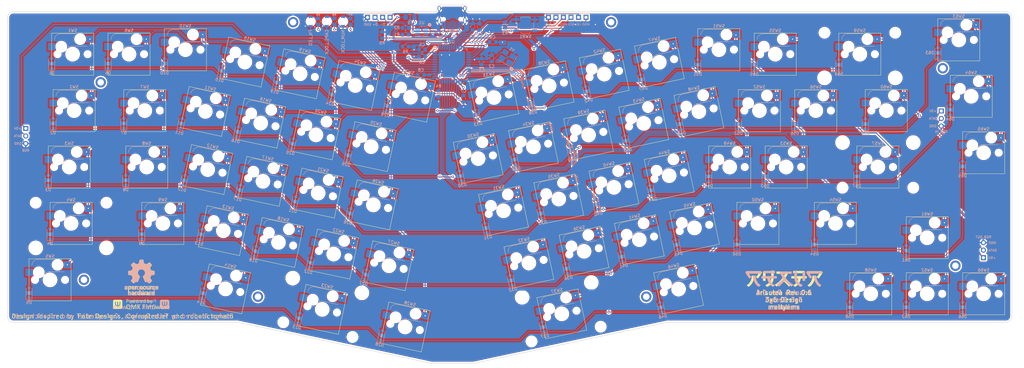
<source format=kicad_pcb>
(kicad_pcb (version 20171130) (host pcbnew "(5.1.4)-1")
  (title_block (title "Arisutea Keyboard") (date 2021-05-04) (rev 0.6.2) (company "3x6 Design"))
  (layers (0 F.Cu signal) (31 B.Cu signal) (34 B.Paste user) (35 F.Paste user) (36 B.SilkS user) (37 F.SilkS user) (38 B.Mask user) (39 F.Mask user) (44 Edge.Cuts user))
  (net 0 "")
  (net 1 XTAL1)
  (net 2 GND)
  (net 3 XTAL2)
  (net 4 VCC)
  (net 5 "Net-(C4-Pad1)")
  (net 6 "Net-(D1-Pad2)")
  (net 7 /row0)
  (net 8 "Net-(D2-Pad2)")
  (net 9 /row1)
  (net 10 "Net-(D3-Pad2)")
  (net 11 /row2)
  (net 12 "Net-(D4-Pad2)")
  (net 13 /row3)
  (net 14 "Net-(D5-Pad2)")
  (net 15 /row4)
  (net 16 "Net-(D6-Pad2)")
  (net 17 "Net-(D7-Pad2)")
  (net 18 "Net-(D8-Pad2)")
  (net 19 "Net-(D9-Pad2)")
  (net 20 "Net-(D10-Pad2)")
  (net 21 "Net-(D11-Pad2)")
  (net 22 "Net-(D12-Pad2)")
  (net 23 "Net-(D13-Pad2)")
  (net 24 "Net-(D14-Pad2)")
  (net 25 "Net-(D15-Pad2)")
  (net 26 "Net-(D16-Pad2)")
  (net 27 "Net-(D17-Pad2)")
  (net 28 "Net-(D18-Pad2)")
  (net 29 "Net-(D19-Pad2)")
  (net 30 "Net-(D20-Pad2)")
  (net 31 "Net-(D21-Pad2)")
  (net 32 "Net-(D22-Pad2)")
  (net 33 "Net-(D23-Pad2)")
  (net 34 "Net-(D24-Pad2)")
  (net 35 "Net-(D25-Pad2)")
  (net 36 "Net-(D26-Pad2)")
  (net 37 "Net-(D27-Pad2)")
  (net 38 "Net-(D28-Pad2)")
  (net 39 "Net-(D29-Pad2)")
  (net 40 "Net-(D30-Pad2)")
  (net 41 "Net-(D31-Pad2)")
  (net 42 "Net-(D32-Pad2)")
  (net 43 "Net-(D33-Pad2)")
  (net 44 "Net-(D34-Pad2)")
  (net 45 "Net-(D35-Pad2)")
  (net 46 "Net-(D36-Pad2)")
  (net 47 "Net-(D37-Pad2)")
  (net 48 "Net-(D38-Pad2)")
  (net 49 "Net-(D39-Pad2)")
  (net 50 "Net-(D40-Pad2)")
  (net 51 "Net-(D41-Pad2)")
  (net 52 "Net-(D42-Pad2)")
  (net 53 "Net-(D43-Pad2)")
  (net 54 "Net-(D44-Pad2)")
  (net 55 "Net-(D45-Pad2)")
  (net 56 "Net-(D46-Pad2)")
  (net 57 "Net-(D47-Pad2)")
  (net 58 "Net-(D48-Pad2)")
  (net 59 "Net-(D49-Pad2)")
  (net 60 "Net-(D50-Pad2)")
  (net 61 "Net-(D51-Pad2)")
  (net 62 "Net-(D52-Pad2)")
  (net 63 "Net-(D53-Pad2)")
  (net 64 "Net-(D54-Pad2)")
  (net 65 "Net-(D55-Pad2)")
  (net 66 "Net-(D56-Pad2)")
  (net 67 "Net-(D57-Pad2)")
  (net 68 "Net-(D58-Pad2)")
  (net 69 "Net-(D59-Pad2)")
  (net 70 "Net-(D60-Pad2)")
  (net 71 "Net-(D61-Pad2)")
  (net 72 "Net-(D62-Pad2)")
  (net 73 "Net-(D64-Pad2)")
  (net 74 "Net-(D65-Pad2)")
  (net 75 "Net-(D66-Pad2)")
  (net 76 /MISO)
  (net 77 /SCK)
  (net 78 /MOSI)
  (net 79 /~RES~)
  (net 80 "Net-(J13-Pad1)")
  (net 81 "Net-(J14-Pad1)")
  (net 82 D+)
  (net 83 D-)
  (net 84 "Net-(R4-Pad1)")
  (net 85 "Net-(R5-Pad1)")
  (net 86 "Net-(R6-Pad1)")
  (net 87 /col0)
  (net 88 /col1)
  (net 89 /col2)
  (net 90 /col3)
  (net 91 /col4)
  (net 92 /col5)
  (net 93 /col6)
  (net 94 /col8)
  (net 95 /col9)
  (net 96 /col10)
  (net 97 /col11)
  (net 98 /col12)
  (net 99 /col13)
  (net 100 "Net-(U1-Pad3)")
  (net 101 "Net-(U1-Pad1)")
  (net 102 +5V)
  (net 103 "Net-(D63-Pad2)")
  (net 104 RGB)
  (net 105 RGB_A)
  (net 106 RGB_5V)
  (net 107 "Net-(LED1-PadA)")
  (net 108 "Net-(LED2-PadA)")
  (net 109 "Net-(LED3-PadA)")
  (net 110 FN_L)
  (net 111 NUM_L)
  (net 112 CAPS_L)
  (module arisutea:LED_IN-S124ARUW (layer B.Cu) (at 127.762 27.686 270)
    (fp_text reference LED3)
    (fp_text value FN_LED (at 5.4864 0.0254 270) (layer B.SilkS) (effects (justify mirror)))
    (fp_line (start -1.075 -0.55) (end -1.025 -0.625) (layer B.Cu) (width 0.0001))
    (fp_poly (pts (xy 2.1 -0.625) (xy 1.025 -0.625) (xy 1.047572 -0.587334) (xy 1.068727 -0.548854) (xy 1.088435 -0.509613) (xy 1.106668 -0.469665) (xy 1.123401 -0.429067) (xy 1.138612 -0.387874) (xy 1.152279 -0.346143) (xy 1.164382 -0.303932) (xy 1.174906 -0.2613) (xy 1.183836 -0.218306) (xy 1.191159 -0.175009) (xy 1.196866 -0.131469) (xy 1.200947 -0.087748) (xy 1.203398 -0.043904) (xy 1.204216 0) (xy 1.203398 0.043904) (xy 1.200947 0.087748) (xy 1.196866 0.131469) (xy 1.191159 0.175009) (xy 1.183836 0.218306) (xy 1.174906 0.2613) (xy 1.164382 0.303932) (xy 1.152279 0.346143) (xy 1.138612 0.387874) (xy 1.123401 0.429067) (xy 1.106668 0.469665) (xy 1.088435 0.509613) (xy 1.068727 0.548854) (xy 1.047572 0.587334) (xy 1.025 0.625) (xy 2.1 0.625) (xy 2.1 -0.625)) (layer B.Cu) (width 0.01))
    (fp_line (start 1.075 -0.55) (end 1.025 -0.625) (layer F.Cu) (width 0.0001))
    (fp_poly (pts (xy -2.1 -0.625) (xy -1.025 -0.625) (xy -1.047572 -0.587334) (xy -1.068727 -0.548854) (xy -1.088435 -0.509613) (xy -1.106668 -0.469665) (xy -1.123401 -0.429067) (xy -1.138612 -0.387874) (xy -1.152279 -0.346143) (xy -1.164382 -0.303932) (xy -1.174906 -0.2613) (xy -1.183836 -0.218306) (xy -1.191159 -0.175009) (xy -1.196866 -0.131469) (xy -1.200947 -0.087748) (xy -1.203398 -0.043904) (xy -1.204216 0) (xy -1.203398 0.043904) (xy -1.200947 0.087748) (xy -1.196866 0.131469) (xy -1.191159 0.175009) (xy -1.183836 0.218306) (xy -1.174906 0.2613) (xy -1.164382 0.303932) (xy -1.152279 0.346143) (xy -1.138612 0.387874) (xy -1.123401 0.429067) (xy -1.106668 0.469665) (xy -1.088435 0.509613) (xy -1.068727 0.548854) (xy -1.047572 0.587334) (xy -1.025 0.625) (xy -2.1 0.625) (xy -2.1 -0.625)) (layer B.Cu) (width 0.01))
    (fp_circle (center 0 0) (end 1.2 0) (layer Edge.Cuts) (width 0.01))
    (pad C smd rect (at 1.56 0 270) (size 0.381 0.381) (layers B.Cu) (net 2 GND))
    (pad A smd rect (at -1.56 0 270) (size 0.381 0.381) (layers B.Cu) (net 109 "Net-(LED3-PadA)"))
    (pad "" np_thru_hole circle (at 0 0 270) (size 2.4 2.4) (drill 2.4) (layers *.Cu *.Mask))
  )
  (module arisutea:LED_IN-S124ARUW (layer B.Cu) (at 133.223 27.686 270)
    (fp_text reference LED2)
    (fp_text value CAPS_LOCK (at 6.985 0 90) (layer B.SilkS) (effects (justify mirror)))
    (fp_line (start -1.075 -0.55) (end -1.025 -0.625) (layer B.Cu) (width 0.0001))
    (fp_poly (pts (xy 2.1 -0.625) (xy 1.025 -0.625) (xy 1.047572 -0.587334) (xy 1.068727 -0.548854) (xy 1.088435 -0.509613) (xy 1.106668 -0.469665) (xy 1.123401 -0.429067) (xy 1.138612 -0.387874) (xy 1.152279 -0.346143) (xy 1.164382 -0.303932) (xy 1.174906 -0.2613) (xy 1.183836 -0.218306) (xy 1.191159 -0.175009) (xy 1.196866 -0.131469) (xy 1.200947 -0.087748) (xy 1.203398 -0.043904) (xy 1.204216 0) (xy 1.203398 0.043904) (xy 1.200947 0.087748) (xy 1.196866 0.131469) (xy 1.191159 0.175009) (xy 1.183836 0.218306) (xy 1.174906 0.2613) (xy 1.164382 0.303932) (xy 1.152279 0.346143) (xy 1.138612 0.387874) (xy 1.123401 0.429067) (xy 1.106668 0.469665) (xy 1.088435 0.509613) (xy 1.068727 0.548854) (xy 1.047572 0.587334) (xy 1.025 0.625) (xy 2.1 0.625) (xy 2.1 -0.625)) (layer B.Cu) (width 0.01))
    (fp_line (start 1.075 -0.55) (end 1.025 -0.625) (layer F.Cu) (width 0.0001))
    (fp_poly (pts (xy -2.1 -0.625) (xy -1.025 -0.625) (xy -1.047572 -0.587334) (xy -1.068727 -0.548854) (xy -1.088435 -0.509613) (xy -1.106668 -0.469665) (xy -1.123401 -0.429067) (xy -1.138612 -0.387874) (xy -1.152279 -0.346143) (xy -1.164382 -0.303932) (xy -1.174906 -0.2613) (xy -1.183836 -0.218306) (xy -1.191159 -0.175009) (xy -1.196866 -0.131469) (xy -1.200947 -0.087748) (xy -1.203398 -0.043904) (xy -1.204216 0) (xy -1.203398 0.043904) (xy -1.200947 0.087748) (xy -1.196866 0.131469) (xy -1.191159 0.175009) (xy -1.183836 0.218306) (xy -1.174906 0.2613) (xy -1.164382 0.303932) (xy -1.152279 0.346143) (xy -1.138612 0.387874) (xy -1.123401 0.429067) (xy -1.106668 0.469665) (xy -1.088435 0.509613) (xy -1.068727 0.548854) (xy -1.047572 0.587334) (xy -1.025 0.625) (xy -2.1 0.625) (xy -2.1 -0.625)) (layer B.Cu) (width 0.01))
    (fp_circle (center 0 0) (end 1.2 0) (layer Edge.Cuts) (width 0.01))
    (pad C smd rect (at 1.56 0 270) (size 0.381 0.381) (layers B.Cu) (net 2 GND))
    (pad A smd rect (at -1.56 0 270) (size 0.381 0.381) (layers B.Cu) (net 108 "Net-(LED2-PadA)"))
    (pad "" np_thru_hole circle (at 0 0 270) (size 2.4 2.4) (drill 2.4) (layers *.Cu *.Mask))
  )
  (module arisutea:LED_IN-S124ARUW (layer B.Cu) (at 138.684 27.686 270)
    (fp_text reference LED1)
    (fp_text value NUM_LOCK (at 6.731 0 90) (layer B.SilkS) (effects (justify mirror)))
    (fp_line (start -1.075 -0.55) (end -1.025 -0.625) (layer B.Cu) (width 0.0001))
    (fp_poly (pts (xy 2.1 -0.625) (xy 1.025 -0.625) (xy 1.047572 -0.587334) (xy 1.068727 -0.548854) (xy 1.088435 -0.509613) (xy 1.106668 -0.469665) (xy 1.123401 -0.429067) (xy 1.138612 -0.387874) (xy 1.152279 -0.346143) (xy 1.164382 -0.303932) (xy 1.174906 -0.2613) (xy 1.183836 -0.218306) (xy 1.191159 -0.175009) (xy 1.196866 -0.131469) (xy 1.200947 -0.087748) (xy 1.203398 -0.043904) (xy 1.204216 0) (xy 1.203398 0.043904) (xy 1.200947 0.087748) (xy 1.196866 0.131469) (xy 1.191159 0.175009) (xy 1.183836 0.218306) (xy 1.174906 0.2613) (xy 1.164382 0.303932) (xy 1.152279 0.346143) (xy 1.138612 0.387874) (xy 1.123401 0.429067) (xy 1.106668 0.469665) (xy 1.088435 0.509613) (xy 1.068727 0.548854) (xy 1.047572 0.587334) (xy 1.025 0.625) (xy 2.1 0.625) (xy 2.1 -0.625)) (layer B.Cu) (width 0.01))
    (fp_line (start 1.075 -0.55) (end 1.025 -0.625) (layer F.Cu) (width 0.0001))
    (fp_poly (pts (xy -2.1 -0.625) (xy -1.025 -0.625) (xy -1.047572 -0.587334) (xy -1.068727 -0.548854) (xy -1.088435 -0.509613) (xy -1.106668 -0.469665) (xy -1.123401 -0.429067) (xy -1.138612 -0.387874) (xy -1.152279 -0.346143) (xy -1.164382 -0.303932) (xy -1.174906 -0.2613) (xy -1.183836 -0.218306) (xy -1.191159 -0.175009) (xy -1.196866 -0.131469) (xy -1.200947 -0.087748) (xy -1.203398 -0.043904) (xy -1.204216 0) (xy -1.203398 0.043904) (xy -1.200947 0.087748) (xy -1.196866 0.131469) (xy -1.191159 0.175009) (xy -1.183836 0.218306) (xy -1.174906 0.2613) (xy -1.164382 0.303932) (xy -1.152279 0.346143) (xy -1.138612 0.387874) (xy -1.123401 0.429067) (xy -1.106668 0.469665) (xy -1.088435 0.509613) (xy -1.068727 0.548854) (xy -1.047572 0.587334) (xy -1.025 0.625) (xy -2.1 0.625) (xy -2.1 -0.625)) (layer B.Cu) (width 0.01))
    (fp_circle (center 0 0) (end 1.2 0) (layer Edge.Cuts) (width 0.01))
    (pad C smd rect (at 1.56 0 270) (size 0.381 0.381) (layers B.Cu) (net 2 GND))
    (pad A smd rect (at -1.56 0 270) (size 0.381 0.381) (layers B.Cu) (net 107 "Net-(LED1-PadA)"))
    (pad "" np_thru_hole circle (at 0 0 270) (size 2.4 2.4) (drill 2.4) (layers *.Cu *.Mask))
  )
  (module arisutea:QMK_Logo_Light (layer B.Cu) (at 70.612 123.19 180)
    (fp_text reference LOGO6 hide)
    (fp_text value QMK_Logo_Light hide)
  )
  (module arisutea:QMK_Logo_Light (layer F.Cu) (at 70.4215 123.19)
    (fp_text reference LOGO5 hide)
    (fp_text value QMK_Logo_Light hide)
  )
  (module arisutea:OSHW-Logo_11.4x12mm_SilkScreen (layer B.Cu) (at 70.612 114.173 180)
    (fp_text reference LOGO4 hide)
    (fp_text value "QMK Logo" hide)
  )
  (module arisutea:OSHW-Logo_11.4x12mm_SilkScreen (layer F.Cu) (at 70.612 114.1095)
    (fp_text reference LOGO3 hide)
    (fp_text value "QMK Logo" hide)
  )
  (module arisutea:Generic-Mounthole (layer F.Cu) (at 345.449949 110.157503)
    (fp_text reference H8)
    (fp_text value ThroughHole)
    (pad 1 thru_hole circle (at 0 0) (size 3.5 3.5) (drill 2.2) (layers *.Cu *.Mask))
  )
  (module arisutea:Generic-Mounthole (layer F.Cu) (at 341.18 43.482516)
    (fp_text reference H7)
    (fp_text value ThroughHole)
    (pad 1 thru_hole circle (at 0 0) (size 3.5 3.5) (drill 2.2) (layers *.Cu *.Mask))
  )
  (module arisutea:Generic-Mounthole (layer F.Cu) (at 241.060266 120.60872)
    (fp_text reference H6)
    (fp_text value ThroughHole)
    (pad 1 thru_hole circle (at 0 0) (size 3.5 3.5) (drill 2.2) (layers *.Cu *.Mask))
  )
  (module arisutea:Generic-Mounthole (layer F.Cu) (at 229.192785 27.932509)
    (fp_text reference H5)
    (fp_text value ThroughHole)
    (pad 1 thru_hole circle (at 0 0) (size 3.5 3.5) (drill 2.2) (layers *.Cu *.Mask))
  )
  (module arisutea:Generic-Mounthole (layer F.Cu) (at 109.959436 120.609368)
    (fp_text reference H4)
    (fp_text value ThroughHole)
    (pad 1 thru_hole circle (at 0 0) (size 3.5 3.5) (drill 2.2) (layers *.Cu *.Mask))
  )
  (module arisutea:Generic-Mounthole (layer F.Cu) (at 121.82722 27.932509)
    (fp_text reference H3)
    (fp_text value ThroughHole)
    (pad 1 thru_hole circle (at 0 0) (size 3.5 3.5) (drill 2.2) (layers *.Cu *.Mask))
  )
  (module arisutea:Generic-Mounthole (layer F.Cu) (at 51.1975 114.92)
    (fp_text reference H2)
    (fp_text value ThroughHole)
    (pad 1 thru_hole circle (at 0 0) (size 3.5 3.5) (drill 2.2) (layers *.Cu *.Mask))
  )
  (module arisutea:Generic-Mounthole (layer F.Cu) (at 56.865 48.245)
    (fp_text reference H1)
    (fp_text value ThroughHole)
    (pad 1 thru_hole circle (at 0 0) (size 3.5 3.5) (drill 2.2) (layers *.Cu *.Mask))
  )
  (module arisutea:USB_C_Receptacle_HRO_TYPE-C-31-M-12-HandSoldering (layer B.Cu) (at 175.5 20.69)
    (fp_text reference USB1 (at 0 10.25) (layer B.SilkS) (effects (justify mirror)))
    (fp_text value USB_C_HRO_TYPE-C-31-M-12-USB_Type-C)
    (pad B5 smd rect (at 1.75 8.195) (size 0.3 2.45) (layers B.Cu B.Paste B.Mask) (net 86 "Net-(R6-Pad1)"))
    (pad A8 smd rect (at 1.25 8.195) (size 0.3 2.45) (layers B.Cu B.Paste B.Mask))
    (pad B6 smd rect (at 0.75 8.195) (size 0.3 2.45) (layers B.Cu B.Paste B.Mask) (net 100 "Net-(U1-Pad3)"))
    (pad A7 smd rect (at 0.25 8.195) (size 0.3 2.45) (layers B.Cu B.Paste B.Mask) (net 101 "Net-(U1-Pad1)"))
    (pad B8 smd rect (at -1.75 8.195) (size 0.3 2.45) (layers B.Cu B.Paste B.Mask))
    (pad A5 smd rect (at -1.25 8.195) (size 0.3 2.45) (layers B.Cu B.Paste B.Mask) (net 85 "Net-(R5-Pad1)"))
    (pad B7 smd rect (at -0.75 8.195) (size 0.3 2.45) (layers B.Cu B.Paste B.Mask) (net 101 "Net-(U1-Pad1)"))
    (pad A9 smd rect (at 2.45 8.195) (size 0.6 2.45) (layers B.Cu B.Paste B.Mask) (net 4 VCC))
    (pad A12 smd rect (at 3.25 8.195) (size 0.6 2.45) (layers B.Cu B.Paste B.Mask) (net 2 GND))
    (pad "" np_thru_hole circle (at -2.89 6.25) (size 0.65 0.65) (drill 0.65) (layers *.Cu *.Mask))
    (pad S1 thru_hole oval (at -4.32 6.78) (size 1 2.1) (drill oval 0.6 1.7) (layers *.Cu *.Mask) (net 2 GND))
    (pad S1 thru_hole oval (at -4.32 2.6) (size 1 1.6) (drill oval 0.6 1.2) (layers *.Cu *.Mask) (net 2 GND))
    (pad S1 thru_hole oval (at 4.32 2.6) (size 1 1.6) (drill oval 0.6 1.2) (layers *.Cu *.Mask) (net 2 GND))
    (pad S1 thru_hole oval (at 4.32 6.78) (size 1 2.1) (drill oval 0.6 1.7) (layers *.Cu *.Mask) (net 2 GND))
    (pad "" np_thru_hole circle (at 2.89 6.25) (size 0.65 0.65) (drill 0.65) (layers *.Cu *.Mask))
    (pad A1 smd rect (at -3.25 8.195) (size 0.6 2.45) (layers B.Cu B.Paste B.Mask) (net 2 GND))
    (pad A4 smd rect (at -2.45 8.195) (size 0.6 2.45) (layers B.Cu B.Paste B.Mask) (net 4 VCC))
    (pad A6 smd rect (at -0.25 8.195) (size 0.3 2.45) (layers B.Cu B.Paste B.Mask) (net 100 "Net-(U1-Pad3)"))
  )
  (module arisutea:PinHeader_1x03_P2.54mm_Vertical (layer B.Cu) (at 31.5595 63.8175 180)
    (fp_text reference J16 hide)
    (fp_text value RGB (at 0 -7.41) (layer B.SilkS) (effects (font (size 0.8 0.8) (thickness 0.13)) (justify mirror)))
    (pad 3 thru_hole oval (at 0 -5.08 180) (size 1.7 1.7) (drill 1) (layers *.Cu *.Mask) (net 2 GND))
    (pad 2 thru_hole oval (at 0 -2.54 180) (size 1.7 1.7) (drill 1) (layers *.Cu *.Mask) (net 104 RGB))
    (pad 1 thru_hole rect (at 0 0 180) (size 1.7 1.7) (drill 1) (layers *.Cu *.Mask) (net 102 +5V))
  )
  (module arisutea:PinHeader_1x03_P2.54mm_Vertical (layer B.Cu) (at 340.6775 57.912 180)
    (fp_text reference J17 hide)
    (fp_text value RGB_IN (at 0 -6.985 180) (layer B.SilkS) (effects (font (size 0.8 0.8) (thickness 0.13)) (justify mirror)))
    (pad 3 thru_hole oval (at 0 -5.08 180) (size 1.7 1.7) (drill 1) (layers *.Cu *.Mask) (net 2 GND))
    (pad 2 thru_hole oval (at 0 -2.54 180) (size 1.7 1.7) (drill 1) (layers *.Cu *.Mask) (net 105 RGB_A))
    (pad 1 thru_hole rect (at 0 0 180) (size 1.7 1.7) (drill 1) (layers *.Cu *.Mask) (net 106 RGB_5V))
  )
  (module arisutea:PinHeader_1x03_P2.54mm_Vertical (layer B.Cu) (at 354.9015 107.442)
    (fp_text reference J18 hide)
    (fp_text value RGB_OUT (at 0 -6.985 180) (layer B.SilkS) (effects (font (size 0.8 0.8) (thickness 0.13)) (justify mirror)))
    (pad 3 thru_hole oval (at 0 -5.08) (size 1.7 1.7) (drill 1) (layers *.Cu *.Mask) (net 2 GND))
    (pad 2 thru_hole oval (at 0 -2.54) (size 1.7 1.7) (drill 1) (layers *.Cu *.Mask) (net 105 RGB_A))
    (pad 1 thru_hole rect (at 0 0) (size 1.7 1.7) (drill 1) (layers *.Cu *.Mask) (net 106 RGB_5V))
  )
  (module arisutea:SW_Hotswap_Kailh_1.00u (layer F.Cu) (at 220.063535 105.305001 12)
    (fp_text reference SW36 (at 0 -8 12) (layer B.SilkS) (effects (justify mirror)))
    (fp_text value SW_Push)
    (pad 1 smd rect (at 5.842 -5.08 12) (size 2.55 2.5) (layers B.Cu B.Paste B.Mask) (net 77 /SCK))
    (pad 2 smd rect (at -7.085 -2.54 12) (size 2.55 2.5) (layers B.Cu B.Paste B.Mask) (net 46 "Net-(D36-Pad2)"))
    (pad "" np_thru_hole circle (at 5.08 0 12) (size 1.75 1.75) (drill 1.75) (layers *.Cu *.Mask))
    (pad "" np_thru_hole circle (at -5.08 0 12) (size 1.75 1.75) (drill 1.75) (layers *.Cu *.Mask))
    (pad "" np_thru_hole circle (at 0 0 12) (size 4 4) (drill 4) (layers *.Cu *.Mask))
    (pad "" np_thru_hole circle (at 2.54 -5.08 12) (size 3 3) (drill 3) (layers *.Cu *.Mask))
    (pad "" np_thru_hole circle (at -3.81 -2.54 12) (size 3 3) (drill 3) (layers *.Cu *.Mask))
  )
  (module arisutea:R_0805_2012Metric_Pad1.20x1.40mm_HandSolder (layer B.Cu) (at 141.224 27.686 270)
    (fp_text reference R7 (at -2.159 0) (layer B.SilkS) (effects (font (size 0.7 0.7) (thickness 0.1)) (justify mirror)))
    (fp_text value 470)
    (pad 2 smd roundrect (at 1 0 270) (size 1.2 1.4) (layers B.Cu B.Paste B.Mask) (roundrect_rratio 0.208333) (net 110 FN_L))
    (pad 1 smd roundrect (at -1 0 270) (size 1.2 1.4) (layers B.Cu B.Paste B.Mask) (roundrect_rratio 0.208333) (net 107 "Net-(LED1-PadA)"))
  )
  (module arisutea:R_0805_2012Metric_Pad1.20x1.40mm_HandSolder (layer B.Cu) (at 130.302 27.686 270)
    (fp_text reference R9 (at -2.159 0) (layer B.SilkS) (effects (font (size 0.7 0.7) (thickness 0.1)) (justify mirror)))
    (fp_text value 470)
    (pad 2 smd roundrect (at 1 0 270) (size 1.2 1.4) (layers B.Cu B.Paste B.Mask) (roundrect_rratio 0.208333) (net 111 NUM_L))
    (pad 1 smd roundrect (at -1 0 270) (size 1.2 1.4) (layers B.Cu B.Paste B.Mask) (roundrect_rratio 0.208333) (net 109 "Net-(LED3-PadA)"))
  )
  (module arisutea:R_0805_2012Metric_Pad1.20x1.40mm_HandSolder (layer B.Cu) (at 135.763 27.686 270)
    (fp_text reference R8 (at -2.159 0) (layer B.SilkS) (effects (font (size 0.7 0.7) (thickness 0.1)) (justify mirror)))
    (fp_text value 470)
    (pad 2 smd roundrect (at 1 0 270) (size 1.2 1.4) (layers B.Cu B.Paste B.Mask) (roundrect_rratio 0.208333) (net 112 CAPS_L))
    (pad 1 smd roundrect (at -1 0 270) (size 1.2 1.4) (layers B.Cu B.Paste B.Mask) (roundrect_rratio 0.208333) (net 108 "Net-(LED2-PadA)"))
  )
  (module arisutea:PinHeader_1x01_P2.54mm_Vertical (layer B.Cu) (at 210.566 26.289)
    (fp_text reference J6 hide)
    (fp_text value ~RES~ (at 0 2.413) (layer B.SilkS) (effects (font (size 0.7 0.7) (thickness 0.1)) (justify mirror)))
    (pad 1 thru_hole rect (at 0 0) (size 1.7 1.7) (drill 1) (layers *.Cu *.Mask) (net 79 /~RES~))
  )
  (module arisutea:Crystal_SMD_TXC_7M-4Pin_3.2x2.5mm_HandSoldering (layer B.Cu) (at 194.1576 39.8272 150)
    (fp_text reference Y1 (at 0 3.05 150) (layer B.SilkS) (effects (justify mirror)))
    (fp_text value Crystal_GND24)
    (pad 4 smd rect (at -1.45 1.15 150) (size 2.1 1.8) (layers B.Cu B.Paste B.Mask) (net 2 GND))
    (pad 3 smd rect (at 1.45 1.15 150) (size 2.1 1.8) (layers B.Cu B.Paste B.Mask) (net 3 XTAL2))
    (pad 2 smd rect (at 1.45 -1.15 150) (size 2.1 1.8) (layers B.Cu B.Paste B.Mask) (net 2 GND))
    (pad 1 smd rect (at -1.45 -1.15 150) (size 2.1 1.8) (layers B.Cu B.Paste B.Mask) (net 1 XTAL1))
  )
  (module arisutea:SOT-23-6_Handsoldering (layer B.Cu) (at 165.227 30.988 180)
    (fp_text reference U1 (at 0 2.9 180) (layer B.SilkS) (effects (justify mirror)))
    (fp_text value USBLC6-2SC6)
    (pad 5 smd rect (at 1.35 0 180) (size 1.56 0.65) (layers B.Cu B.Paste B.Mask) (net 4 VCC))
    (pad 6 smd rect (at 1.35 0.95 180) (size 1.56 0.65) (layers B.Cu B.Paste B.Mask) (net 81 "Net-(J14-Pad1)"))
    (pad 4 smd rect (at 1.35 -0.95 180) (size 1.56 0.65) (layers B.Cu B.Paste B.Mask) (net 80 "Net-(J13-Pad1)"))
    (pad 3 smd rect (at -1.35 -0.95 180) (size 1.56 0.65) (layers B.Cu B.Paste B.Mask) (net 100 "Net-(U1-Pad3)"))
    (pad 2 smd rect (at -1.35 0 180) (size 1.56 0.65) (layers B.Cu B.Paste B.Mask) (net 2 GND))
    (pad 1 smd rect (at -1.35 0.95 180) (size 1.56 0.65) (layers B.Cu B.Paste B.Mask) (net 101 "Net-(U1-Pad1)"))
  )
  (module arisutea:TQFP-44_10x10mm_P0.8mm (layer B.Cu) (at 175.41875 42.164 270)
    (fp_text reference U2 (at -7.62 0.03175 180) (layer B.SilkS) (effects (justify mirror)))
    (fp_text value ATmega32U4-AU)
    (pad 44 smd rect (at -4 5.7 180) (size 1.5 0.55) (layers B.Cu B.Paste B.Mask) (net 102 +5V))
    (pad 43 smd rect (at -3.2 5.7 180) (size 1.5 0.55) (layers B.Cu B.Paste B.Mask) (net 2 GND))
    (pad 42 smd rect (at -2.4 5.7 180) (size 1.5 0.55) (layers B.Cu B.Paste B.Mask))
    (pad 41 smd rect (at -1.6 5.7 180) (size 1.5 0.55) (layers B.Cu B.Paste B.Mask) (net 87 /col0))
    (pad 40 smd rect (at -0.8 5.7 180) (size 1.5 0.55) (layers B.Cu B.Paste B.Mask) (net 88 /col1))
    (pad 39 smd rect (at 0 5.7 180) (size 1.5 0.55) (layers B.Cu B.Paste B.Mask) (net 110 FN_L))
    (pad 38 smd rect (at 0.8 5.7 180) (size 1.5 0.55) (layers B.Cu B.Paste B.Mask) (net 112 CAPS_L))
    (pad 37 smd rect (at 1.6 5.7 180) (size 1.5 0.55) (layers B.Cu B.Paste B.Mask) (net 111 NUM_L))
    (pad 36 smd rect (at 2.4 5.7 180) (size 1.5 0.55) (layers B.Cu B.Paste B.Mask) (net 104 RGB))
    (pad 35 smd rect (at 3.2 5.7 180) (size 1.5 0.55) (layers B.Cu B.Paste B.Mask) (net 2 GND))
    (pad 34 smd rect (at 4 5.7 180) (size 1.5 0.55) (layers B.Cu B.Paste B.Mask) (net 102 +5V))
    (pad 33 smd rect (at 5.7 4 270) (size 1.5 0.55) (layers B.Cu B.Paste B.Mask) (net 84 "Net-(R4-Pad1)"))
    (pad 32 smd rect (at 5.7 3.2 270) (size 1.5 0.55) (layers B.Cu B.Paste B.Mask) (net 90 /col3))
    (pad 31 smd rect (at 5.7 2.4 270) (size 1.5 0.55) (layers B.Cu B.Paste B.Mask) (net 91 /col4))
    (pad 30 smd rect (at 5.7 1.6 270) (size 1.5 0.55) (layers B.Cu B.Paste B.Mask) (net 92 /col5))
    (pad 29 smd rect (at 5.7 0.8 270) (size 1.5 0.55) (layers B.Cu B.Paste B.Mask) (net 96 /col10))
    (pad 28 smd rect (at 5.7 0 270) (size 1.5 0.55) (layers B.Cu B.Paste B.Mask) (net 97 /col11))
    (pad 27 smd rect (at 5.7 -0.8 270) (size 1.5 0.55) (layers B.Cu B.Paste B.Mask) (net 98 /col12))
    (pad 26 smd rect (at 5.7 -1.6 270) (size 1.5 0.55) (layers B.Cu B.Paste B.Mask) (net 99 /col13))
    (pad 25 smd rect (at 5.7 -2.4 270) (size 1.5 0.55) (layers B.Cu B.Paste B.Mask) (net 93 /col6))
    (pad 24 smd rect (at 5.7 -3.2 270) (size 1.5 0.55) (layers B.Cu B.Paste B.Mask) (net 102 +5V))
    (pad 23 smd rect (at 5.7 -4 270) (size 1.5 0.55) (layers B.Cu B.Paste B.Mask) (net 2 GND))
    (pad 22 smd rect (at 4 -5.7 180) (size 1.5 0.55) (layers B.Cu B.Paste B.Mask) (net 15 /row4))
    (pad 21 smd rect (at 3.2 -5.7 180) (size 1.5 0.55) (layers B.Cu B.Paste B.Mask) (net 13 /row3))
    (pad 20 smd rect (at 2.4 -5.7 180) (size 1.5 0.55) (layers B.Cu B.Paste B.Mask) (net 11 /row2))
    (pad 19 smd rect (at 1.6 -5.7 180) (size 1.5 0.55) (layers B.Cu B.Paste B.Mask) (net 9 /row1))
    (pad 18 smd rect (at 0.8 -5.7 180) (size 1.5 0.55) (layers B.Cu B.Paste B.Mask) (net 7 /row0))
    (pad 17 smd rect (at 0 -5.7 180) (size 1.5 0.55) (layers B.Cu B.Paste B.Mask) (net 1 XTAL1))
    (pad 16 smd rect (at -0.8 -5.7 180) (size 1.5 0.55) (layers B.Cu B.Paste B.Mask) (net 3 XTAL2))
    (pad 15 smd rect (at -1.6 -5.7 180) (size 1.5 0.55) (layers B.Cu B.Paste B.Mask) (net 2 GND))
    (pad 14 smd rect (at -2.4 -5.7 180) (size 1.5 0.55) (layers B.Cu B.Paste B.Mask) (net 102 +5V))
    (pad 13 smd rect (at -3.2 -5.7 180) (size 1.5 0.55) (layers B.Cu B.Paste B.Mask) (net 79 /~RES~))
    (pad 12 smd rect (at -4 -5.7 180) (size 1.5 0.55) (layers B.Cu B.Paste B.Mask) (net 95 /col9))
    (pad 11 smd rect (at -5.7 -4 270) (size 1.5 0.55) (layers B.Cu B.Paste B.Mask) (net 76 /MISO))
    (pad 10 smd rect (at -5.7 -3.2 270) (size 1.5 0.55) (layers B.Cu B.Paste B.Mask) (net 78 /MOSI))
    (pad 9 smd rect (at -5.7 -2.4 270) (size 1.5 0.55) (layers B.Cu B.Paste B.Mask) (net 77 /SCK))
    (pad 8 smd rect (at -5.7 -1.6 270) (size 1.5 0.55) (layers B.Cu B.Paste B.Mask) (net 94 /col8))
    (pad 7 smd rect (at -5.7 -0.8 270) (size 1.5 0.55) (layers B.Cu B.Paste B.Mask) (net 102 +5V))
    (pad 6 smd rect (at -5.7 0 270) (size 1.5 0.55) (layers B.Cu B.Paste B.Mask) (net 5 "Net-(C4-Pad1)"))
    (pad 5 smd rect (at -5.7 0.8 270) (size 1.5 0.55) (layers B.Cu B.Paste B.Mask) (net 2 GND))
    (pad 4 smd rect (at -5.7 1.6 270) (size 1.5 0.55) (layers B.Cu B.Paste B.Mask) (net 82 D+))
    (pad 3 smd rect (at -5.7 2.4 270) (size 1.5 0.55) (layers B.Cu B.Paste B.Mask) (net 83 D-))
    (pad 2 smd rect (at -5.7 3.2 270) (size 1.5 0.55) (layers B.Cu B.Paste B.Mask) (net 102 +5V))
    (pad 1 smd rect (at -5.7 4 270) (size 1.5 0.55) (layers B.Cu B.Paste B.Mask) (net 89 /col2))
  )
  (module arisutea:PinHeader_1x01_P2.54mm_Vertical (layer B.Cu) (at 146.939 26.289)
    (fp_text reference J15 hide)
    (fp_text value GND (at 0 2.413) (layer B.SilkS) (effects (font (size 0.8 0.8) (thickness 0.13)) (justify mirror)))
    (pad 1 thru_hole rect (at 0 0) (size 1.7 1.7) (drill 1) (layers *.Cu *.Mask) (net 2 GND))
  )
  (module arisutea:PinHeader_1x01_P2.54mm_Vertical (layer B.Cu) (at 152.019 26.289)
    (fp_text reference J14 hide)
    (fp_text value D- (at 0 2.413) (layer B.SilkS) (effects (font (size 0.8 0.8) (thickness 0.13)) (justify mirror)))
    (pad 1 thru_hole rect (at 0 0) (size 1.7 1.7) (drill 1) (layers *.Cu *.Mask) (net 81 "Net-(J14-Pad1)"))
  )
  (module arisutea:PinHeader_1x01_P2.54mm_Vertical (layer B.Cu) (at 149.479 26.289)
    (fp_text reference J13 hide)
    (fp_text value D+ (at 0 2.413) (layer B.SilkS) (effects (font (size 0.8 0.8) (thickness 0.13)) (justify mirror)))
    (pad 1 thru_hole rect (at 0 0) (size 1.7 1.7) (drill 1) (layers *.Cu *.Mask) (net 80 "Net-(J13-Pad1)"))
  )
  (module arisutea:PinHeader_1x01_P2.54mm_Vertical (layer B.Cu) (at 154.559 26.289)
    (fp_text reference J12 hide)
    (fp_text value VCC (at 0 2.413) (layer B.SilkS) (effects (font (size 0.8 0.8) (thickness 0.13)) (justify mirror)))
    (pad 1 thru_hole rect (at 0 0) (size 1.7 1.7) (drill 1) (layers *.Cu *.Mask) (net 4 VCC))
  )
  (module arisutea:PinHeader_1x01_P2.54mm_Vertical (layer B.Cu) (at 208.026 26.289)
    (fp_text reference J7 hide)
    (fp_text value GND (at 0 2.413) (layer B.SilkS) (effects (font (size 0.7 0.7) (thickness 0.1)) (justify mirror)))
    (pad 1 thru_hole rect (at 0 0) (size 1.7 1.7) (drill 1) (layers *.Cu *.Mask) (net 2 GND))
  )
  (module arisutea:PinHeader_1x01_P2.54mm_Vertical (layer B.Cu) (at 213.106 26.289)
    (fp_text reference J5 hide)
    (fp_text value MOSI (at 0 2.413) (layer B.SilkS) (effects (font (size 0.7 0.7) (thickness 0.1)) (justify mirror)))
    (pad 1 thru_hole rect (at 0 0) (size 1.7 1.7) (drill 1) (layers *.Cu *.Mask) (net 78 /MOSI))
  )
  (module arisutea:PinHeader_1x01_P2.54mm_Vertical (layer B.Cu) (at 215.646 26.289)
    (fp_text reference J4 hide)
    (fp_text value SCK (at 0 2.413) (layer B.SilkS) (effects (font (size 0.7 0.7) (thickness 0.1)) (justify mirror)))
    (pad 1 thru_hole rect (at 0 0) (size 1.7 1.7) (drill 1) (layers *.Cu *.Mask) (net 77 /SCK))
  )
  (module arisutea:PinHeader_1x01_P2.54mm_Vertical (layer B.Cu) (at 218.186 26.289)
    (fp_text reference J3 hide)
    (fp_text value +5V (at 0 2.413) (layer B.SilkS) (effects (font (size 0.7 0.7) (thickness 0.1)) (justify mirror)))
    (pad 1 thru_hole rect (at 0 0) (size 1.7 1.7) (drill 1) (layers *.Cu *.Mask) (net 102 +5V))
  )
  (module arisutea:PinHeader_1x01_P2.54mm_Vertical (layer B.Cu) (at 220.726 26.289)
    (fp_text reference J2 hide)
    (fp_text value MISO (at 0 2.413) (layer B.SilkS) (effects (font (size 0.7 0.7) (thickness 0.1)) (justify mirror)))
    (pad 1 thru_hole rect (at 0 0) (size 1.7 1.7) (drill 1) (layers *.Cu *.Mask) (net 76 /MISO))
  )
  (module arisutea:arisutea_logo (layer B.Cu) (at 287.401 114.681 180)
    (fp_text reference LOGO2 hide)
    (fp_text value arisutea_logo hide)
  )
  (module arisutea:D_SOD-123 (layer B.Cu) (at 347.909691 124.145643 90)
    (fp_text reference D66 (at -3.175 0 -180) (layer B.SilkS) (effects (justify mirror)))
    (fp_text value D)
    (pad 2 smd rect (at 1.65 0 90) (size 0.9 1.2) (layers B.Cu B.Paste B.Mask) (net 75 "Net-(D66-Pad2)"))
    (pad 1 smd rect (at -1.65 0 270) (size 0.9 1.2) (layers B.Cu B.Paste B.Mask) (net 15 /row4))
  )
  (module arisutea:D_SOD-123 (layer B.Cu) (at 347.8784 76.6064 90)
    (fp_text reference D65 (at -3.175 0 -180) (layer B.SilkS) (effects (justify mirror)))
    (fp_text value D)
    (pad 2 smd rect (at 1.65 0 90) (size 0.9 1.2) (layers B.Cu B.Paste B.Mask) (net 74 "Net-(D65-Pad2)"))
    (pad 1 smd rect (at -1.65 0 270) (size 0.9 1.2) (layers B.Cu B.Paste B.Mask) (net 13 /row3))
  )
  (module arisutea:D_SOD-123 (layer B.Cu) (at 343.7128 57.4548 90)
    (fp_text reference D64 (at -3.175 0 -180) (layer B.SilkS) (effects (justify mirror)))
    (fp_text value D)
    (pad 2 smd rect (at 1.65 0 90) (size 0.9 1.2) (layers B.Cu B.Paste B.Mask) (net 73 "Net-(D64-Pad2)"))
    (pad 1 smd rect (at -1.65 0 270) (size 0.9 1.2) (layers B.Cu B.Paste B.Mask) (net 11 /row2))
  )
  (module arisutea:D_SOD-123 (layer B.Cu) (at 339.5472 38.2778 90)
    (fp_text reference D63 (at 0.0508 -2.7432 -180) (layer B.SilkS) (effects (justify mirror)))
    (fp_text value D)
    (pad 2 smd rect (at 1.65 0 90) (size 0.9 1.2) (layers B.Cu B.Paste B.Mask) (net 103 "Net-(D63-Pad2)"))
    (pad 1 smd rect (at -1.65 0 270) (size 0.9 1.2) (layers B.Cu B.Paste B.Mask) (net 9 /row1))
  )
  (module arisutea:D_SOD-123 (layer B.Cu) (at 328.808891 124.145643 90)
    (fp_text reference D62 (at -3.175 0 -180) (layer B.SilkS) (effects (justify mirror)))
    (fp_text value D)
    (pad 2 smd rect (at 1.65 0 90) (size 0.9 1.2) (layers B.Cu B.Paste B.Mask) (net 72 "Net-(D62-Pad2)"))
    (pad 1 smd rect (at -1.65 0 270) (size 0.9 1.2) (layers B.Cu B.Paste B.Mask) (net 15 /row4))
  )
  (module arisutea:D_SOD-123 (layer B.Cu) (at 328.803 105.0544 90)
    (fp_text reference D61 (at -3.175 0 -180) (layer B.SilkS) (effects (justify mirror)))
    (fp_text value D)
    (pad 2 smd rect (at 1.65 0 90) (size 0.9 1.2) (layers B.Cu B.Paste B.Mask) (net 71 "Net-(D61-Pad2)"))
    (pad 1 smd rect (at -1.65 0 270) (size 0.9 1.2) (layers B.Cu B.Paste B.Mask) (net 13 /row3))
  )
  (module arisutea:D_SOD-123 (layer B.Cu) (at 315.087 62.2808 90)
    (fp_text reference D60 (at -3.175 0 -180) (layer B.SilkS) (effects (justify mirror)))
    (fp_text value D)
    (pad 2 smd rect (at 1.65 0 90) (size 0.9 1.2) (layers B.Cu B.Paste B.Mask) (net 70 "Net-(D60-Pad2)"))
    (pad 1 smd rect (at -1.65 0 270) (size 0.9 1.2) (layers B.Cu B.Paste B.Mask) (net 9 /row1))
  )
  (module arisutea:D_SOD-123 (layer B.Cu) (at 306.1208 42.291 90)
    (fp_text reference D59 (at -3.175 0 -180) (layer B.SilkS) (effects (justify mirror)))
    (fp_text value D)
    (pad 2 smd rect (at 1.65 0 90) (size 0.9 1.2) (layers B.Cu B.Paste B.Mask) (net 69 "Net-(D59-Pad2)"))
    (pad 1 smd rect (at -1.65 0 270) (size 0.9 1.2) (layers B.Cu B.Paste B.Mask) (net 7 /row0))
  )
  (module arisutea:D_SOD-123 (layer B.Cu) (at 309.784291 124.145643 90)
    (fp_text reference D58 (at -3.175 0 -180) (layer B.SilkS) (effects (justify mirror)))
    (fp_text value D)
    (pad 2 smd rect (at 1.65 0 90) (size 0.9 1.2) (layers B.Cu B.Paste B.Mask) (net 68 "Net-(D58-Pad2)"))
    (pad 1 smd rect (at -1.65 0 270) (size 0.9 1.2) (layers B.Cu B.Paste B.Mask) (net 15 /row4))
  )
  (module arisutea:D_SOD-123 (layer B.Cu) (at 312.166 79.9719 90)
    (fp_text reference D57 (at -3.175 0 -180) (layer B.SilkS) (effects (justify mirror)))
    (fp_text value D)
    (pad 2 smd rect (at 1.65 0 90) (size 0.9 1.2) (layers B.Cu B.Paste B.Mask) (net 67 "Net-(D57-Pad2)"))
    (pad 1 smd rect (at -1.65 0 270) (size 0.9 1.2) (layers B.Cu B.Paste B.Mask) (net 11 /row2))
  )
  (module arisutea:D_SOD-123 (layer B.Cu) (at 291.211 62.2808 90)
    (fp_text reference D56 (at -3.175 0 -180) (layer B.SilkS) (effects (justify mirror)))
    (fp_text value D)
    (pad 2 smd rect (at 1.65 0 90) (size 0.9 1.2) (layers B.Cu B.Paste B.Mask) (net 66 "Net-(D56-Pad2)"))
    (pad 1 smd rect (at -1.65 0 270) (size 0.9 1.2) (layers B.Cu B.Paste B.Mask) (net 9 /row1))
  )
  (module arisutea:D_SOD-123 (layer B.Cu) (at 277.5204 42.291 90)
    (fp_text reference D55 (at -3.175 0 -180) (layer B.SilkS) (effects (justify mirror)))
    (fp_text value D)
    (pad 2 smd rect (at 1.65 0 90) (size 0.9 1.2) (layers B.Cu B.Paste B.Mask) (net 65 "Net-(D55-Pad2)"))
    (pad 1 smd rect (at -1.65 0 270) (size 0.9 1.2) (layers B.Cu B.Paste B.Mask) (net 7 /row0))
  )
  (module arisutea:D_SOD-123 (layer B.Cu) (at 297.886408 102.998604 90)
    (fp_text reference D54 (at -3.175 0 -180) (layer B.SilkS) (effects (justify mirror)))
    (fp_text value D)
    (pad 2 smd rect (at 1.65 0 90) (size 0.9 1.2) (layers B.Cu B.Paste B.Mask) (net 64 "Net-(D54-Pad2)"))
    (pad 1 smd rect (at -1.65 0 270) (size 0.9 1.2) (layers B.Cu B.Paste B.Mask) (net 13 /row3))
  )
  (module arisutea:D_SOD-123 (layer B.Cu) (at 281.178 79.9719 90)
    (fp_text reference D53 (at -3.175 0 -180) (layer B.SilkS) (effects (justify mirror)))
    (fp_text value D)
    (pad 2 smd rect (at 1.65 0 90) (size 0.9 1.2) (layers B.Cu B.Paste B.Mask) (net 63 "Net-(D53-Pad2)"))
    (pad 1 smd rect (at -1.65 0 270) (size 0.9 1.2) (layers B.Cu B.Paste B.Mask) (net 11 /row2))
  )
  (module arisutea:D_SOD-123 (layer B.Cu) (at 272.1864 62.2808 90)
    (fp_text reference D52 (at -3.175 0 -180) (layer B.SilkS) (effects (justify mirror)))
    (fp_text value D)
    (pad 2 smd rect (at 1.65 0 90) (size 0.9 1.2) (layers B.Cu B.Paste B.Mask) (net 62 "Net-(D52-Pad2)"))
    (pad 1 smd rect (at -1.65 0 270) (size 0.9 1.2) (layers B.Cu B.Paste B.Mask) (net 9 /row1))
  )
  (module arisutea:D_SOD-123 (layer B.Cu) (at 258.445 42.291 90)
    (fp_text reference D51 (at -3.175 0 -180) (layer B.SilkS) (effects (justify mirror)))
    (fp_text value D)
    (pad 2 smd rect (at 1.65 0 90) (size 0.9 1.2) (layers B.Cu B.Paste B.Mask) (net 61 "Net-(D51-Pad2)"))
    (pad 1 smd rect (at -1.65 0 270) (size 0.9 1.2) (layers B.Cu B.Paste B.Mask) (net 7 /row0))
  )
  (module arisutea:D_SOD-123 (layer B.Cu) (at 271.673608 102.998604 90)
    (fp_text reference D50 (at -3.175 0 -180) (layer B.SilkS) (effects (justify mirror)))
    (fp_text value D)
    (pad 2 smd rect (at 1.65 0 90) (size 0.9 1.2) (layers B.Cu B.Paste B.Mask) (net 60 "Net-(D50-Pad2)"))
    (pad 1 smd rect (at -1.65 0 270) (size 0.9 1.2) (layers B.Cu B.Paste B.Mask) (net 13 /row3))
  )
  (module arisutea:D_SOD-123 (layer B.Cu) (at 262.128 79.9719 90)
    (fp_text reference D49 (at -3.175 0 -180) (layer B.SilkS) (effects (justify mirror)))
    (fp_text value D)
    (pad 2 smd rect (at 1.65 0 90) (size 0.9 1.2) (layers B.Cu B.Paste B.Mask) (net 59 "Net-(D49-Pad2)"))
    (pad 1 smd rect (at -1.65 0 270) (size 0.9 1.2) (layers B.Cu B.Paste B.Mask) (net 11 /row2))
  )
  (module arisutea:D_SOD-123 (layer B.Cu) (at 252.349 62.357 102)
    (fp_text reference D48 (at -3.175 0 -168) (layer B.SilkS) (effects (justify mirror)))
    (fp_text value D)
    (pad 2 smd rect (at 1.65 0 102) (size 0.9 1.2) (layers B.Cu B.Paste B.Mask) (net 58 "Net-(D48-Pad2)"))
    (pad 1 smd rect (at -1.65 0 282) (size 0.9 1.2) (layers B.Cu B.Paste B.Mask) (net 9 /row1))
  )
  (module arisutea:D_SOD-123 (layer B.Cu) (at 239.445523 47.286407 102)
    (fp_text reference D47 (at -3.175 0 -168) (layer B.SilkS) (effects (justify mirror)))
    (fp_text value D)
    (pad 2 smd rect (at 1.65 0 102) (size 0.9 1.2) (layers B.Cu B.Paste B.Mask) (net 57 "Net-(D47-Pad2)"))
    (pad 1 smd rect (at -1.65 0 282) (size 0.9 1.2) (layers B.Cu B.Paste B.Mask) (net 7 /row0))
  )
  (module arisutea:D_SOD-123 (layer B.Cu) (at 245.999 124.206 102)
    (fp_text reference D46 (at -3.175 0 -168) (layer B.SilkS) (effects (justify mirror)))
    (fp_text value D)
    (pad 2 smd rect (at 1.65 0 102) (size 0.9 1.2) (layers B.Cu B.Paste B.Mask) (net 56 "Net-(D46-Pad2)"))
    (pad 1 smd rect (at -1.65 0 282) (size 0.9 1.2) (layers B.Cu B.Paste B.Mask) (net 15 /row4))
  )
  (module arisutea:D_SOD-123 (layer B.Cu) (at 251.3076 103.0732 102)
    (fp_text reference D45 (at -3.175 0 -168) (layer B.SilkS) (effects (justify mirror)))
    (fp_text value D)
    (pad 2 smd rect (at 1.65 0 102) (size 0.9 1.2) (layers B.Cu B.Paste B.Mask) (net 55 "Net-(D45-Pad2)"))
    (pad 1 smd rect (at -1.65 0 282) (size 0.9 1.2) (layers B.Cu B.Paste B.Mask) (net 13 /row3))
  )
  (module arisutea:D_SOD-123 (layer B.Cu) (at 242.6462 84.709 102)
    (fp_text reference D44 (at -3.175 0 -168) (layer B.SilkS) (effects (justify mirror)))
    (fp_text value D)
    (pad 2 smd rect (at 1.65 0 102) (size 0.9 1.2) (layers B.Cu B.Paste B.Mask) (net 54 "Net-(D44-Pad2)"))
    (pad 1 smd rect (at -1.65 0 282) (size 0.9 1.2) (layers B.Cu B.Paste B.Mask) (net 11 /row2))
  )
  (module arisutea:D_SOD-123 (layer B.Cu) (at 234.1626 67.945 102)
    (fp_text reference D43 (at -3.175 0 -168) (layer B.SilkS) (effects (justify mirror)))
    (fp_text value D)
    (pad 2 smd rect (at 1.65 0 102) (size 0.9 1.2) (layers B.Cu B.Paste B.Mask) (net 53 "Net-(D43-Pad2)"))
    (pad 1 smd rect (at -1.65 0 282) (size 0.9 1.2) (layers B.Cu B.Paste B.Mask) (net 9 /row1))
  )
  (module arisutea:D_SOD-123 (layer B.Cu) (at 220.9292 51.2572 102)
    (fp_text reference D42 (at -3.175 0 -168) (layer B.SilkS) (effects (justify mirror)))
    (fp_text value D)
    (pad 2 smd rect (at 1.65 0 102) (size 0.9 1.2) (layers B.Cu B.Paste B.Mask) (net 52 "Net-(D42-Pad2)"))
    (pad 1 smd rect (at -1.65 0 282) (size 0.9 1.2) (layers B.Cu B.Paste B.Mask) (net 7 /row0))
  )
  (module arisutea:D_SOD-123 (layer B.Cu) (at 232.791 107.0864 102)
    (fp_text reference D41 (at -3.175 0 -168) (layer B.SilkS) (effects (justify mirror)))
    (fp_text value D)
    (pad 2 smd rect (at 1.65 0 102) (size 0.9 1.2) (layers B.Cu B.Paste B.Mask) (net 51 "Net-(D41-Pad2)"))
    (pad 1 smd rect (at -1.65 0 282) (size 0.9 1.2) (layers B.Cu B.Paste B.Mask) (net 13 /row3))
  )
  (module arisutea:D_SOD-123 (layer B.Cu) (at 224.2312 89.535 102)
    (fp_text reference D40 (at -3.175 0 -168) (layer B.SilkS) (effects (justify mirror)))
    (fp_text value D)
    (pad 2 smd rect (at 1.65 0 102) (size 0.9 1.2) (layers B.Cu B.Paste B.Mask) (net 50 "Net-(D40-Pad2)"))
    (pad 1 smd rect (at -1.65 0 282) (size 0.9 1.2) (layers B.Cu B.Paste B.Mask) (net 11 /row2))
  )
  (module arisutea:D_SOD-123 (layer B.Cu) (at 215.4428 71.2724 102)
    (fp_text reference D39 (at -3.175 0 -168) (layer B.SilkS) (effects (justify mirror)))
    (fp_text value D)
    (pad 2 smd rect (at 1.65 0 102) (size 0.9 1.2) (layers B.Cu B.Paste B.Mask) (net 49 "Net-(D39-Pad2)"))
    (pad 1 smd rect (at -1.65 0 282) (size 0.9 1.2) (layers B.Cu B.Paste B.Mask) (net 9 /row1))
  )
  (module arisutea:D_SOD-123 (layer B.Cu) (at 202.184 55.2958 102)
    (fp_text reference D38 (at -3.175 0 -168) (layer B.SilkS) (effects (justify mirror)))
    (fp_text value D)
    (pad 2 smd rect (at 1.65 0 102) (size 0.9 1.2) (layers B.Cu B.Paste B.Mask) (net 48 "Net-(D38-Pad2)"))
    (pad 1 smd rect (at -1.65 0 282) (size 0.9 1.2) (layers B.Cu B.Paste B.Mask) (net 7 /row0))
  )
  (module arisutea:D_SOD-123 (layer B.Cu) (at 206.248 130.81 102)
    (fp_text reference D37 (at -3.175 0 -168) (layer B.SilkS) (effects (justify mirror)))
    (fp_text value D)
    (pad 2 smd rect (at 1.65 0 102) (size 0.9 1.2) (layers B.Cu B.Paste B.Mask) (net 47 "Net-(D37-Pad2)"))
    (pad 1 smd rect (at -1.65 0 282) (size 0.9 1.2) (layers B.Cu B.Paste B.Mask) (net 15 /row4))
  )
  (module arisutea:D_SOD-123 (layer B.Cu) (at 214.122 111.125 102)
    (fp_text reference D36 (at -3.175 0 -168) (layer B.SilkS) (effects (justify mirror)))
    (fp_text value D)
    (pad 2 smd rect (at 1.65 0 102) (size 0.9 1.2) (layers B.Cu B.Paste B.Mask) (net 46 "Net-(D36-Pad2)"))
    (pad 1 smd rect (at -1.65 0 282) (size 0.9 1.2) (layers B.Cu B.Paste B.Mask) (net 13 /row3))
  )
  (module arisutea:D_SOD-123 (layer B.Cu) (at 205.4606 92.4814 102)
    (fp_text reference D35 (at -3.175 0 -168) (layer B.SilkS) (effects (justify mirror)))
    (fp_text value D)
    (pad 2 smd rect (at 1.65 0 102) (size 0.9 1.2) (layers B.Cu B.Paste B.Mask) (net 45 "Net-(D35-Pad2)"))
    (pad 1 smd rect (at -1.65 0 282) (size 0.9 1.2) (layers B.Cu B.Paste B.Mask) (net 11 /row2))
  )
  (module arisutea:D_SOD-123 (layer B.Cu) (at 196.5706 74.295 102)
    (fp_text reference D34 (at -3.175 0 -168) (layer B.SilkS) (effects (justify mirror)))
    (fp_text value D)
    (pad 2 smd rect (at 1.65 0 102) (size 0.9 1.2) (layers B.Cu B.Paste B.Mask) (net 44 "Net-(D34-Pad2)"))
    (pad 1 smd rect (at -1.65 0 282) (size 0.9 1.2) (layers B.Cu B.Paste B.Mask) (net 9 /row1))
  )
  (module arisutea:D_SOD-123 (layer B.Cu) (at 183.642 59.182 102)
    (fp_text reference D33 (at -3.175 0 -168) (layer B.SilkS) (effects (justify mirror)))
    (fp_text value D)
    (pad 2 smd rect (at 1.65 0 102) (size 0.9 1.2) (layers B.Cu B.Paste B.Mask) (net 43 "Net-(D33-Pad2)"))
    (pad 1 smd rect (at -1.65 0 282) (size 0.9 1.2) (layers B.Cu B.Paste B.Mask) (net 7 /row0))
  )
  (module arisutea:D_SOD-123 (layer B.Cu) (at 195.415054 115.0874 102)
    (fp_text reference D32 (at -3.175 0 -168) (layer B.SilkS) (effects (justify mirror)))
    (fp_text value D)
    (pad 2 smd rect (at 1.65 0 102) (size 0.9 1.2) (layers B.Cu B.Paste B.Mask) (net 42 "Net-(D32-Pad2)"))
    (pad 1 smd rect (at -1.65 0 282) (size 0.9 1.2) (layers B.Cu B.Paste B.Mask) (net 13 /row3))
  )
  (module arisutea:D_SOD-123 (layer B.Cu) (at 186.944 97.4344 102)
    (fp_text reference D31 (at -3.175 0 -168) (layer B.SilkS) (effects (justify mirror)))
    (fp_text value D)
    (pad 2 smd rect (at 1.65 0 102) (size 0.9 1.2) (layers B.Cu B.Paste B.Mask) (net 41 "Net-(D31-Pad2)"))
    (pad 1 smd rect (at -1.65 0 282) (size 0.9 1.2) (layers B.Cu B.Paste B.Mask) (net 11 /row2))
  )
  (module arisutea:D_SOD-123 (layer B.Cu) (at 178.308 79.8322 102)
    (fp_text reference D30 (at -3.175 0 -168) (layer B.SilkS) (effects (justify mirror)))
    (fp_text value D)
    (pad 2 smd rect (at 1.65 0 102) (size 0.9 1.2) (layers B.Cu B.Paste B.Mask) (net 40 "Net-(D30-Pad2)"))
    (pad 1 smd rect (at -1.65 0 282) (size 0.9 1.2) (layers B.Cu B.Paste B.Mask) (net 9 /row1))
  )
  (module arisutea:D_SOD-123 (layer B.Cu) (at 153.653345 56.134 78)
    (fp_text reference D29 (at -3.175 0 -192) (layer B.SilkS) (effects (justify mirror)))
    (fp_text value D)
    (pad 2 smd rect (at 1.65 0 78) (size 0.9 1.2) (layers B.Cu B.Paste B.Mask) (net 39 "Net-(D29-Pad2)"))
    (pad 1 smd rect (at -1.65 0 258) (size 0.9 1.2) (layers B.Cu B.Paste B.Mask) (net 7 /row0))
  )
  (module arisutea:D_SOD-123 (layer B.Cu) (at 151.6888 133.7056 78)
    (fp_text reference D28 (at -3.175 0 -192) (layer B.SilkS) (effects (justify mirror)))
    (fp_text value D)
    (pad 2 smd rect (at 1.65 0 78) (size 0.9 1.2) (layers B.Cu B.Paste B.Mask) (net 38 "Net-(D28-Pad2)"))
    (pad 1 smd rect (at -1.65 0 258) (size 0.9 1.2) (layers B.Cu B.Paste B.Mask) (net 15 /row4))
  )
  (module arisutea:D_SOD-123 (layer B.Cu) (at 146.2786 113.1316 78)
    (fp_text reference D27 (at -3.175 0 -192) (layer B.SilkS) (effects (justify mirror)))
    (fp_text value D)
    (pad 2 smd rect (at 1.65 0 78) (size 0.9 1.2) (layers B.Cu B.Paste B.Mask) (net 37 "Net-(D27-Pad2)"))
    (pad 1 smd rect (at -1.65 0 258) (size 0.9 1.2) (layers B.Cu B.Paste B.Mask) (net 13 /row3))
  )
  (module arisutea:D_SOD-123 (layer B.Cu) (at 140.97 92.456 78)
    (fp_text reference D26 (at -3.175 0 -192) (layer B.SilkS) (effects (justify mirror)))
    (fp_text value D)
    (pad 2 smd rect (at 1.65 0 78) (size 0.9 1.2) (layers B.Cu B.Paste B.Mask) (net 36 "Net-(D26-Pad2)"))
    (pad 1 smd rect (at -1.65 0 258) (size 0.9 1.2) (layers B.Cu B.Paste B.Mask) (net 11 /row2))
  )
  (module arisutea:D_SOD-123 (layer B.Cu) (at 140.372946 72.898 78)
    (fp_text reference D25 (at -3.175 0 -192) (layer B.SilkS) (effects (justify mirror)))
    (fp_text value D)
    (pad 2 smd rect (at 1.65 0 78) (size 0.9 1.2) (layers B.Cu B.Paste B.Mask) (net 35 "Net-(D25-Pad2)"))
    (pad 1 smd rect (at -1.65 0 258) (size 0.9 1.2) (layers B.Cu B.Paste B.Mask) (net 9 /row1))
  )
  (module arisutea:D_SOD-123 (layer B.Cu) (at 134.9502 52.3494 78)
    (fp_text reference D24 (at -3.175 0 -192) (layer B.SilkS) (effects (justify mirror)))
    (fp_text value D)
    (pad 2 smd rect (at 1.65 0 78) (size 0.9 1.2) (layers B.Cu B.Paste B.Mask) (net 34 "Net-(D24-Pad2)"))
    (pad 1 smd rect (at -1.65 0 258) (size 0.9 1.2) (layers B.Cu B.Paste B.Mask) (net 7 /row0))
  )
  (module arisutea:D_SOD-123 (layer B.Cu) (at 123.7488 127.8636 78)
    (fp_text reference D23 (at -3.175 0 -192) (layer B.SilkS) (effects (justify mirror)))
    (fp_text value D)
    (pad 2 smd rect (at 1.65 0 78) (size 0.9 1.2) (layers B.Cu B.Paste B.Mask) (net 33 "Net-(D23-Pad2)"))
    (pad 1 smd rect (at -1.65 0 258) (size 0.9 1.2) (layers B.Cu B.Paste B.Mask) (net 15 /row4))
  )
  (module arisutea:D_SOD-123 (layer B.Cu) (at 127.635 109.1184 78)
    (fp_text reference D22 (at -3.175 0 -192) (layer B.SilkS) (effects (justify mirror)))
    (fp_text value D)
    (pad 2 smd rect (at 1.65 0 78) (size 0.9 1.2) (layers B.Cu B.Paste B.Mask) (net 32 "Net-(D22-Pad2)"))
    (pad 1 smd rect (at -1.65 0 258) (size 0.9 1.2) (layers B.Cu B.Paste B.Mask) (net 13 /row3))
  )
  (module arisutea:D_SOD-123 (layer B.Cu) (at 122.428 88.4936 78)
    (fp_text reference D21 (at -3.175 0 -192) (layer B.SilkS) (effects (justify mirror)))
    (fp_text value D)
    (pad 2 smd rect (at 1.65 0 78) (size 0.9 1.2) (layers B.Cu B.Paste B.Mask) (net 31 "Net-(D21-Pad2)"))
    (pad 1 smd rect (at -1.65 0 258) (size 0.9 1.2) (layers B.Cu B.Paste B.Mask) (net 11 /row2))
  )
  (module arisutea:D_SOD-123 (layer B.Cu) (at 121.5644 68.9356 78)
    (fp_text reference D20 (at -3.175 0 -192) (layer B.SilkS) (effects (justify mirror)))
    (fp_text value D)
    (pad 2 smd rect (at 1.65 0 78) (size 0.9 1.2) (layers B.Cu B.Paste B.Mask) (net 30 "Net-(D20-Pad2)"))
    (pad 1 smd rect (at -1.65 0 258) (size 0.9 1.2) (layers B.Cu B.Paste B.Mask) (net 9 /row1))
  )
  (module arisutea:D_SOD-123 (layer B.Cu) (at 116.2812 48.2854 78)
    (fp_text reference D19 (at -3.175 0 -192) (layer B.SilkS) (effects (justify mirror)))
    (fp_text value D)
    (pad 2 smd rect (at 1.65 0 78) (size 0.9 1.2) (layers B.Cu B.Paste B.Mask) (net 29 "Net-(D19-Pad2)"))
    (pad 1 smd rect (at -1.65 0 258) (size 0.9 1.2) (layers B.Cu B.Paste B.Mask) (net 7 /row0))
  )
  (module arisutea:D_SOD-123 (layer B.Cu) (at 109.0676 105.2576 78)
    (fp_text reference D18 (at -3.175 0 -192) (layer B.SilkS) (effects (justify mirror)))
    (fp_text value D)
    (pad 2 smd rect (at 1.65 0 78) (size 0.9 1.2) (layers B.Cu B.Paste B.Mask) (net 28 "Net-(D18-Pad2)"))
    (pad 1 smd rect (at -1.65 0 258) (size 0.9 1.2) (layers B.Cu B.Paste B.Mask) (net 13 /row3))
  )
  (module arisutea:D_SOD-123 (layer B.Cu) (at 103.7336 84.582 78)
    (fp_text reference D17 (at -3.175 0 -192) (layer B.SilkS) (effects (justify mirror)))
    (fp_text value D)
    (pad 2 smd rect (at 1.65 0 78) (size 0.9 1.2) (layers B.Cu B.Paste B.Mask) (net 27 "Net-(D17-Pad2)"))
    (pad 1 smd rect (at -1.65 0 258) (size 0.9 1.2) (layers B.Cu B.Paste B.Mask) (net 11 /row2))
  )
  (module arisutea:D_SOD-123 (layer B.Cu) (at 103.0732 64.9224 78)
    (fp_text reference D16 (at -3.175 0 -192) (layer B.SilkS) (effects (justify mirror)))
    (fp_text value D)
    (pad 2 smd rect (at 1.65 0 78) (size 0.9 1.2) (layers B.Cu B.Paste B.Mask) (net 26 "Net-(D16-Pad2)"))
    (pad 1 smd rect (at -1.65 0 258) (size 0.9 1.2) (layers B.Cu B.Paste B.Mask) (net 9 /row1))
  )
  (module arisutea:D_SOD-123 (layer B.Cu) (at 97.663 44.3484 78)
    (fp_text reference D15 (at -3.175 0 -192) (layer B.SilkS) (effects (justify mirror)))
    (fp_text value D)
    (pad 2 smd rect (at 1.65 0 78) (size 0.9 1.2) (layers B.Cu B.Paste B.Mask) (net 25 "Net-(D15-Pad2)"))
    (pad 1 smd rect (at -1.65 0 258) (size 0.9 1.2) (layers B.Cu B.Paste B.Mask) (net 7 /row0))
  )
  (module arisutea:D_SOD-123 (layer B.Cu) (at 91.44 119.4435 78)
    (fp_text reference D14 (at -3.175 0 -192) (layer B.SilkS) (effects (justify mirror)))
    (fp_text value D)
    (pad 2 smd rect (at 1.65 0 78) (size 0.9 1.2) (layers B.Cu B.Paste B.Mask) (net 24 "Net-(D14-Pad2)"))
    (pad 1 smd rect (at -1.65 0 258) (size 0.9 1.2) (layers B.Cu B.Paste B.Mask) (net 15 /row4))
  )
  (module arisutea:D_SOD-123 (layer B.Cu) (at 90.7415 99.568 78)
    (fp_text reference D13 (at -3.175 0 -192) (layer B.SilkS) (effects (justify mirror)))
    (fp_text value D)
    (pad 2 smd rect (at 1.65 0 78) (size 0.9 1.2) (layers B.Cu B.Paste B.Mask) (net 23 "Net-(D13-Pad2)"))
    (pad 1 smd rect (at -1.65 0 258) (size 0.9 1.2) (layers B.Cu B.Paste B.Mask) (net 13 /row3))
  )
  (module arisutea:D_SOD-123 (layer B.Cu) (at 84.9884 81.3308 78)
    (fp_text reference D12 (at -3.175 0 -192) (layer B.SilkS) (effects (justify mirror)))
    (fp_text value D)
    (pad 2 smd rect (at 1.65 0 78) (size 0.9 1.2) (layers B.Cu B.Paste B.Mask) (net 22 "Net-(D12-Pad2)"))
    (pad 1 smd rect (at -1.65 0 258) (size 0.9 1.2) (layers B.Cu B.Paste B.Mask) (net 11 /row2))
  )
  (module arisutea:D_SOD-123 (layer B.Cu) (at 84.046447 62.131315 78)
    (fp_text reference D11 (at -3.175 0 -192) (layer B.SilkS) (effects (justify mirror)))
    (fp_text value D)
    (pad 2 smd rect (at 1.65 0 78) (size 0.9 1.2) (layers B.Cu B.Paste B.Mask) (net 21 "Net-(D11-Pad2)"))
    (pad 1 smd rect (at -1.65 0 258) (size 0.9 1.2) (layers B.Cu B.Paste B.Mask) (net 9 /row1))
  )
  (module arisutea:D_SOD-123 (layer B.Cu) (at 78.4098 41.8846 90)
    (fp_text reference D10 (at -3.175 0 -180) (layer B.SilkS) (effects (justify mirror)))
    (fp_text value D)
    (pad 2 smd rect (at 1.65 0 90) (size 0.9 1.2) (layers B.Cu B.Paste B.Mask) (net 20 "Net-(D10-Pad2)"))
    (pad 1 smd rect (at -1.65 0 270) (size 0.9 1.2) (layers B.Cu B.Paste B.Mask) (net 7 /row0))
  )
  (module arisutea:D_SOD-123 (layer B.Cu) (at 70.739 99.5045 90)
    (fp_text reference D9 (at -3.175 0 -180) (layer B.SilkS) (effects (justify mirror)))
    (fp_text value D)
    (pad 2 smd rect (at 1.65 0 90) (size 0.9 1.2) (layers B.Cu B.Paste B.Mask) (net 19 "Net-(D9-Pad2)"))
    (pad 1 smd rect (at -1.65 0 270) (size 0.9 1.2) (layers B.Cu B.Paste B.Mask) (net 13 /row3))
  )
  (module arisutea:D_SOD-123 (layer B.Cu) (at 65.318527 81.297174 90)
    (fp_text reference D8 (at -3.175 0 -180) (layer B.SilkS) (effects (justify mirror)))
    (fp_text value D)
    (pad 2 smd rect (at 1.65 0 90) (size 0.9 1.2) (layers B.Cu B.Paste B.Mask) (net 18 "Net-(D8-Pad2)"))
    (pad 1 smd rect (at -1.65 0 270) (size 0.9 1.2) (layers B.Cu B.Paste B.Mask) (net 11 /row2))
  )
  (module arisutea:D_SOD-123 (layer B.Cu) (at 64.6684 62.0776 90)
    (fp_text reference D7 (at -3.175 0 -180) (layer B.SilkS) (effects (justify mirror)))
    (fp_text value D)
    (pad 2 smd rect (at 1.65 0 90) (size 0.9 1.2) (layers B.Cu B.Paste B.Mask) (net 17 "Net-(D7-Pad2)"))
    (pad 1 smd rect (at -1.65 0 270) (size 0.9 1.2) (layers B.Cu B.Paste B.Mask) (net 9 /row1))
  )
  (module arisutea:D_SOD-123 (layer B.Cu) (at 59.3598 41.8846 90)
    (fp_text reference D6 (at -3.175 0 -180) (layer B.SilkS) (effects (justify mirror)))
    (fp_text value D)
    (pad 2 smd rect (at 1.65 0 90) (size 0.9 1.2) (layers B.Cu B.Paste B.Mask) (net 16 "Net-(D6-Pad2)"))
    (pad 1 smd rect (at -1.65 0 270) (size 0.9 1.2) (layers B.Cu B.Paste B.Mask) (net 7 /row0))
  )
  (module arisutea:D_SOD-123 (layer B.Cu) (at 32.6644 119.3556 90)
    (fp_text reference D5 (at -3.175 0 -180) (layer B.SilkS) (effects (justify mirror)))
    (fp_text value D)
    (pad 2 smd rect (at 1.65 0 90) (size 0.9 1.2) (layers B.Cu B.Paste B.Mask) (net 14 "Net-(D5-Pad2)"))
    (pad 1 smd rect (at -1.65 0 270) (size 0.9 1.2) (layers B.Cu B.Paste B.Mask) (net 15 /row4))
  )
  (module arisutea:D_SOD-123 (layer B.Cu) (at 39.751 99.5055 90)
    (fp_text reference D4 (at -3.175 0 -180) (layer B.SilkS) (effects (justify mirror)))
    (fp_text value D)
    (pad 2 smd rect (at 1.65 0 90) (size 0.9 1.2) (layers B.Cu B.Paste B.Mask) (net 12 "Net-(D4-Pad2)"))
    (pad 1 smd rect (at -1.65 0 270) (size 0.9 1.2) (layers B.Cu B.Paste B.Mask) (net 13 /row3))
  )
  (module arisutea:D_SOD-123 (layer B.Cu) (at 39.1414 81.3054 90)
    (fp_text reference D3 (at -3.175 0 -180) (layer B.SilkS) (effects (justify mirror)))
    (fp_text value D)
    (pad 2 smd rect (at 1.65 0 90) (size 0.9 1.2) (layers B.Cu B.Paste B.Mask) (net 10 "Net-(D3-Pad2)"))
    (pad 1 smd rect (at -1.65 0 270) (size 0.9 1.2) (layers B.Cu B.Paste B.Mask) (net 11 /row2))
  )
  (module arisutea:D_SOD-123 (layer B.Cu) (at 40.767 62.0776 90)
    (fp_text reference D2 (at -3.175 0 -180) (layer B.SilkS) (effects (justify mirror)))
    (fp_text value D)
    (pad 2 smd rect (at 1.65 0 90) (size 0.9 1.2) (layers B.Cu B.Paste B.Mask) (net 8 "Net-(D2-Pad2)"))
    (pad 1 smd rect (at -1.65 0 270) (size 0.9 1.2) (layers B.Cu B.Paste B.Mask) (net 9 /row1))
  )
  (module arisutea:D_SOD-123 (layer B.Cu) (at 40.316305 41.861003 90)
    (fp_text reference D1 (at -3.175 0 -180) (layer B.SilkS) (effects (justify mirror)))
    (fp_text value D)
    (pad 2 smd rect (at 1.65 0 90) (size 0.9 1.2) (layers B.Cu B.Paste B.Mask) (net 6 "Net-(D1-Pad2)"))
    (pad 1 smd rect (at -1.65 0 270) (size 0.9 1.2) (layers B.Cu B.Paste B.Mask) (net 7 /row0))
  )
  (module arisutea:SW_SPST_TL3342 (layer B.Cu) (at 200.279 28.956 180)
    (fp_text reference SWR1 (at 0 -3.81) (layer B.SilkS) (effects (justify mirror)))
    (fp_text value SW_Push)
    (pad 2 smd rect (at 3.15 -1.9 180) (size 1.7 1) (layers B.Cu B.Paste B.Mask) (net 79 /~RES~))
    (pad 2 smd rect (at -3.15 -1.9 180) (size 1.7 1) (layers B.Cu B.Paste B.Mask) (net 79 /~RES~))
    (pad 1 smd rect (at 3.15 1.9 180) (size 1.7 1) (layers B.Cu B.Paste B.Mask) (net 2 GND))
    (pad 1 smd rect (at -3.15 1.9 180) (size 1.7 1) (layers B.Cu B.Paste B.Mask) (net 2 GND))
  )
  (module arisutea:R_0805_2012Metric_Pad1.20x1.40mm_HandSolder (layer B.Cu) (at 159.766 36.195)
    (fp_text reference R6 (at 0 1.65) (layer B.SilkS) (effects (justify mirror)))
    (fp_text value 5k1)
    (pad 2 smd roundrect (at 1 0) (size 1.2 1.4) (layers B.Cu B.Paste B.Mask) (roundrect_rratio 0.208333) (net 2 GND))
    (pad 1 smd roundrect (at -1 0) (size 1.2 1.4) (layers B.Cu B.Paste B.Mask) (roundrect_rratio 0.208333) (net 86 "Net-(R6-Pad1)"))
  )
  (module arisutea:R_0805_2012Metric_Pad1.20x1.40mm_HandSolder (layer B.Cu) (at 151.892 32.258 90)
    (fp_text reference R5 (at -2.667 0 180) (layer B.SilkS) (effects (justify mirror)))
    (fp_text value 5k1)
    (pad 2 smd roundrect (at 1 0 90) (size 1.2 1.4) (layers B.Cu B.Paste B.Mask) (roundrect_rratio 0.208333) (net 2 GND))
    (pad 1 smd roundrect (at -1 0 90) (size 1.2 1.4) (layers B.Cu B.Paste B.Mask) (roundrect_rratio 0.208333) (net 85 "Net-(R5-Pad1)"))
  )
  (module arisutea:R_0805_2012Metric_Pad1.20x1.40mm_HandSolder (layer B.Cu) (at 170.942 52.07 270)
    (fp_text reference R4 (at -2.54 0 180) (layer B.SilkS) (effects (justify mirror)))
    (fp_text value 10K)
    (pad 2 smd roundrect (at 1 0 270) (size 1.2 1.4) (layers B.Cu B.Paste B.Mask) (roundrect_rratio 0.208333) (net 2 GND))
    (pad 1 smd roundrect (at -1 0 270) (size 1.2 1.4) (layers B.Cu B.Paste B.Mask) (roundrect_rratio 0.208333) (net 84 "Net-(R4-Pad1)"))
  )
  (module arisutea:R_0805_2012Metric_Pad1.20x1.40mm_HandSolder (layer B.Cu) (at 193.421 28.82 270)
    (fp_text reference R3 (at 2.803 0 180) (layer B.SilkS) (effects (justify mirror)))
    (fp_text value 10K)
    (pad 2 smd roundrect (at 1 0 270) (size 1.2 1.4) (layers B.Cu B.Paste B.Mask) (roundrect_rratio 0.208333) (net 79 /~RES~))
    (pad 1 smd roundrect (at -1 0 270) (size 1.2 1.4) (layers B.Cu B.Paste B.Mask) (roundrect_rratio 0.208333) (net 102 +5V))
  )
  (module arisutea:R_0805_2012Metric_Pad1.20x1.40mm_HandSolder (layer B.Cu) (at 159.757 29.845)
    (fp_text reference R2 (at -2.912 0) (layer B.SilkS) (effects (justify mirror)))
    (fp_text value 22)
    (pad 2 smd roundrect (at 1 0) (size 1.2 1.4) (layers B.Cu B.Paste B.Mask) (roundrect_rratio 0.208333) (net 81 "Net-(J14-Pad1)"))
    (pad 1 smd roundrect (at -1 0) (size 1.2 1.4) (layers B.Cu B.Paste B.Mask) (roundrect_rratio 0.208333) (net 83 D-))
  )
  (module arisutea:R_0805_2012Metric_Pad1.20x1.40mm_HandSolder (layer B.Cu) (at 159.757 32.131)
    (fp_text reference R1 (at -2.912 0) (layer B.SilkS) (effects (justify mirror)))
    (fp_text value 22)
    (pad 2 smd roundrect (at 1 0) (size 1.2 1.4) (layers B.Cu B.Paste B.Mask) (roundrect_rratio 0.208333) (net 80 "Net-(J13-Pad1)"))
    (pad 1 smd roundrect (at -1 0) (size 1.2 1.4) (layers B.Cu B.Paste B.Mask) (roundrect_rratio 0.208333) (net 82 D+))
  )
  (module arisutea:Fuse_1206_3216Metric_Pad1.42x1.75mm_HandSolder (layer B.Cu) (at 161.3265 26.289)
    (fp_text reference F1 (at 0 1.82) (layer B.SilkS) (effects (justify mirror)))
    (fp_text value 500mA)
    (pad 2 smd roundrect (at 1.4875 0) (size 1.425 1.75) (layers B.Cu B.Paste B.Mask) (roundrect_rratio 0.175439) (net 4 VCC))
    (pad 1 smd roundrect (at -1.4875 0) (size 1.425 1.75) (layers B.Cu B.Paste B.Mask) (roundrect_rratio 0.175439) (net 102 +5V))
  )
  (module arisutea:C_0805_2012Metric_Pad1.18x1.45mm_HandSolder (layer B.Cu) (at 189.23 34.671)
    (fp_text reference C9 (at -0.0508 -1.651) (layer B.SilkS) (effects (justify mirror)))
    (fp_text value 0.1uF)
    (pad 2 smd roundrect (at 1.0375 0) (size 1.175 1.45) (layers B.Cu B.Paste B.Mask) (roundrect_rratio 0.212766) (net 2 GND))
    (pad 1 smd roundrect (at -1.0375 0) (size 1.175 1.45) (layers B.Cu B.Paste B.Mask) (roundrect_rratio 0.212766) (net 102 +5V))
  )
  (module arisutea:C_0805_2012Metric_Pad1.18x1.45mm_HandSolder (layer B.Cu) (at 164.973 45.72)
    (fp_text reference C8 (at 0 -1.651) (layer B.SilkS) (effects (justify mirror)))
    (fp_text value 0.1uF)
    (pad 2 smd roundrect (at 1.0375 0) (size 1.175 1.45) (layers B.Cu B.Paste B.Mask) (roundrect_rratio 0.212766) (net 2 GND))
    (pad 1 smd roundrect (at -1.0375 0) (size 1.175 1.45) (layers B.Cu B.Paste B.Mask) (roundrect_rratio 0.212766) (net 102 +5V))
  )
  (module arisutea:C_0805_2012Metric_Pad1.18x1.45mm_HandSolder (layer B.Cu) (at 179.324 53.7845 270)
    (fp_text reference C7 (at -2.6035 0 180) (layer B.SilkS) (effects (justify mirror)))
    (fp_text value 0.1uF)
    (pad 2 smd roundrect (at 1.0375 0 270) (size 1.175 1.45) (layers B.Cu B.Paste B.Mask) (roundrect_rratio 0.212766) (net 2 GND))
    (pad 1 smd roundrect (at -1.0375 0 270) (size 1.175 1.45) (layers B.Cu B.Paste B.Mask) (roundrect_rratio 0.212766) (net 102 +5V))
  )
  (module arisutea:C_0805_2012Metric_Pad1.18x1.45mm_HandSolder (layer B.Cu) (at 165.354 39.497 180)
    (fp_text reference C6 (at 0 -1.905) (layer B.SilkS) (effects (justify mirror)))
    (fp_text value 0.1uF)
    (pad 2 smd roundrect (at 1.0375 0 180) (size 1.175 1.45) (layers B.Cu B.Paste B.Mask) (roundrect_rratio 0.212766) (net 2 GND))
    (pad 1 smd roundrect (at -1.0375 0 180) (size 1.175 1.45) (layers B.Cu B.Paste B.Mask) (roundrect_rratio 0.212766) (net 102 +5V))
  )
  (module arisutea:C_0805_2012Metric_Pad1.18x1.45mm_HandSolder (layer B.Cu) (at 165.363 37.211 180)
    (fp_text reference C5 (at 0 1.68) (layer B.SilkS) (effects (justify mirror)))
    (fp_text value 1uF)
    (pad 2 smd roundrect (at 1.0375 0 180) (size 1.175 1.45) (layers B.Cu B.Paste B.Mask) (roundrect_rratio 0.212766) (net 2 GND))
    (pad 1 smd roundrect (at -1.0375 0 180) (size 1.175 1.45) (layers B.Cu B.Paste B.Mask) (roundrect_rratio 0.212766) (net 102 +5V))
  )
  (module arisutea:C_0805_2012Metric_Pad1.18x1.45mm_HandSolder (layer B.Cu) (at 182.499 29.464 90)
    (fp_text reference C4 (at -2.794 0 180) (layer B.SilkS) (effects (justify mirror)))
    (fp_text value "1uF (±10%)")
    (pad 2 smd roundrect (at 1.0375 0 90) (size 1.175 1.45) (layers B.Cu B.Paste B.Mask) (roundrect_rratio 0.212766) (net 2 GND))
    (pad 1 smd roundrect (at -1.0375 0 90) (size 1.175 1.45) (layers B.Cu B.Paste B.Mask) (roundrect_rratio 0.212766) (net 5 "Net-(C4-Pad1)"))
  )
  (module arisutea:C_0805_2012Metric_Pad1.18x1.45mm_HandSolder (layer B.Cu) (at 184.785 29.473 90)
    (fp_text reference C3 (at -2.785 0 180) (layer B.SilkS) (effects (justify mirror)))
    (fp_text value 10uF)
    (pad 2 smd roundrect (at 1.0375 0 90) (size 1.175 1.45) (layers B.Cu B.Paste B.Mask) (roundrect_rratio 0.212766) (net 2 GND))
    (pad 1 smd roundrect (at -1.0375 0 90) (size 1.175 1.45) (layers B.Cu B.Paste B.Mask) (roundrect_rratio 0.212766) (net 102 +5V))
  )
  (module arisutea:C_0805_2012Metric_Pad1.18x1.45mm_HandSolder (layer B.Cu) (at 188.8744 40.132 90)
    (fp_text reference C2 (at -2.667 -0.0254 180) (layer B.SilkS) (effects (justify mirror)))
    (fp_text value 22pF)
    (pad 2 smd roundrect (at 1.0375 0 90) (size 1.175 1.45) (layers B.Cu B.Paste B.Mask) (roundrect_rratio 0.212766) (net 2 GND))
    (pad 1 smd roundrect (at -1.0375 0 90) (size 1.175 1.45) (layers B.Cu B.Paste B.Mask) (roundrect_rratio 0.212766) (net 3 XTAL2))
  )
  (module arisutea:C_0805_2012Metric_Pad1.18x1.45mm_HandSolder (layer B.Cu) (at 185.42 41.275 270)
    (fp_text reference C1 (at 2.667 0 180) (layer B.SilkS) (effects (justify mirror)))
    (fp_text value 22pF)
    (pad 2 smd roundrect (at 1.0375 0 270) (size 1.175 1.45) (layers B.Cu B.Paste B.Mask) (roundrect_rratio 0.212766) (net 1 XTAL1))
    (pad 1 smd roundrect (at -1.0375 0 270) (size 1.175 1.45) (layers B.Cu B.Paste B.Mask) (roundrect_rratio 0.212766) (net 2 GND))
  )
  (module arisutea:arisutea_logo (layer F.Cu) (at 287.782 114.681)
    (fp_text reference LOGO1 hide)
    (fp_text value arisutea_logo hide)
  )
  (module arisutea:SW_Hotswap_Kailh_1.00u (layer F.Cu) (at 354.965 119.634)
    (fp_text reference SW66 (at 0 -8) (layer B.SilkS) (effects (justify mirror)))
    (fp_text value SW_Push)
    (pad 1 smd rect (at 5.842 -5.08) (size 2.55 2.5) (layers B.Cu B.Paste B.Mask) (net 76 /MISO))
    (pad 2 smd rect (at -7.085 -2.54) (size 2.55 2.5) (layers B.Cu B.Paste B.Mask) (net 75 "Net-(D66-Pad2)"))
    (pad "" np_thru_hole circle (at 5.08 0) (size 1.75 1.75) (drill 1.75) (layers *.Cu *.Mask))
    (pad "" np_thru_hole circle (at -5.08 0) (size 1.75 1.75) (drill 1.75) (layers *.Cu *.Mask))
    (pad "" np_thru_hole circle (at 0 0) (size 4 4) (drill 4) (layers *.Cu *.Mask))
    (pad "" np_thru_hole circle (at 2.54 -5.08) (size 3 3) (drill 3) (layers *.Cu *.Mask))
    (pad "" np_thru_hole circle (at -3.81 -2.54) (size 3 3) (drill 3) (layers *.Cu *.Mask))
  )
  (module arisutea:SW_Hotswap_Kailh_1.00u (layer F.Cu) (at 354.965 72.009)
    (fp_text reference SW65 (at 0 -8) (layer B.SilkS) (effects (justify mirror)))
    (fp_text value SW_Push)
    (pad 1 smd rect (at 5.842 -5.08) (size 2.55 2.5) (layers B.Cu B.Paste B.Mask) (net 76 /MISO))
    (pad 2 smd rect (at -7.085 -2.54) (size 2.55 2.5) (layers B.Cu B.Paste B.Mask) (net 74 "Net-(D65-Pad2)"))
    (pad "" np_thru_hole circle (at 5.08 0) (size 1.75 1.75) (drill 1.75) (layers *.Cu *.Mask))
    (pad "" np_thru_hole circle (at -5.08 0) (size 1.75 1.75) (drill 1.75) (layers *.Cu *.Mask))
    (pad "" np_thru_hole circle (at 0 0) (size 4 4) (drill 4) (layers *.Cu *.Mask))
    (pad "" np_thru_hole circle (at 2.54 -5.08) (size 3 3) (drill 3) (layers *.Cu *.Mask))
    (pad "" np_thru_hole circle (at -3.81 -2.54) (size 3 3) (drill 3) (layers *.Cu *.Mask))
  )
  (module arisutea:SW_Hotswap_Kailh_1.00u (layer F.Cu) (at 350.774 52.959)
    (fp_text reference SW64 (at 0 -8) (layer B.SilkS) (effects (justify mirror)))
    (fp_text value SW_Push)
    (pad 1 smd rect (at 5.842 -5.08) (size 2.55 2.5) (layers B.Cu B.Paste B.Mask) (net 76 /MISO))
    (pad 2 smd rect (at -7.085 -2.54) (size 2.55 2.5) (layers B.Cu B.Paste B.Mask) (net 73 "Net-(D64-Pad2)"))
    (pad "" np_thru_hole circle (at 5.08 0) (size 1.75 1.75) (drill 1.75) (layers *.Cu *.Mask))
    (pad "" np_thru_hole circle (at -5.08 0) (size 1.75 1.75) (drill 1.75) (layers *.Cu *.Mask))
    (pad "" np_thru_hole circle (at 0 0) (size 4 4) (drill 4) (layers *.Cu *.Mask))
    (pad "" np_thru_hole circle (at 2.54 -5.08) (size 3 3) (drill 3) (layers *.Cu *.Mask))
    (pad "" np_thru_hole circle (at -3.81 -2.54) (size 3 3) (drill 3) (layers *.Cu *.Mask))
  )
  (module arisutea:SW_Hotswap_Kailh_1.00u (layer F.Cu) (at 346.583 33.909)
    (fp_text reference SW63 (at 0 -8) (layer B.SilkS) (effects (justify mirror)))
    (fp_text value SW_Push)
    (pad 1 smd rect (at 5.842 -5.08) (size 2.55 2.5) (layers B.Cu B.Paste B.Mask) (net 76 /MISO))
    (pad 2 smd rect (at -7.085 -2.54) (size 2.55 2.5) (layers B.Cu B.Paste B.Mask) (net 103 "Net-(D63-Pad2)"))
    (pad "" np_thru_hole circle (at 5.08 0) (size 1.75 1.75) (drill 1.75) (layers *.Cu *.Mask))
    (pad "" np_thru_hole circle (at -5.08 0) (size 1.75 1.75) (drill 1.75) (layers *.Cu *.Mask))
    (pad "" np_thru_hole circle (at 0 0) (size 4 4) (drill 4) (layers *.Cu *.Mask))
    (pad "" np_thru_hole circle (at 2.54 -5.08) (size 3 3) (drill 3) (layers *.Cu *.Mask))
    (pad "" np_thru_hole circle (at -3.81 -2.54) (size 3 3) (drill 3) (layers *.Cu *.Mask))
  )
  (module arisutea:SW_Hotswap_Kailh_1.00u (layer F.Cu) (at 335.915 119.634)
    (fp_text reference SW62 (at 0 -8) (layer B.SilkS) (effects (justify mirror)))
    (fp_text value SW_Push)
    (pad 1 smd rect (at 5.842 -5.08) (size 2.55 2.5) (layers B.Cu B.Paste B.Mask) (net 99 /col13))
    (pad 2 smd rect (at -7.085 -2.54) (size 2.55 2.5) (layers B.Cu B.Paste B.Mask) (net 72 "Net-(D62-Pad2)"))
    (pad "" np_thru_hole circle (at 5.08 0) (size 1.75 1.75) (drill 1.75) (layers *.Cu *.Mask))
    (pad "" np_thru_hole circle (at -5.08 0) (size 1.75 1.75) (drill 1.75) (layers *.Cu *.Mask))
    (pad "" np_thru_hole circle (at 0 0) (size 4 4) (drill 4) (layers *.Cu *.Mask))
    (pad "" np_thru_hole circle (at 2.54 -5.08) (size 3 3) (drill 3) (layers *.Cu *.Mask))
    (pad "" np_thru_hole circle (at -3.81 -2.54) (size 3 3) (drill 3) (layers *.Cu *.Mask))
  )
  (module arisutea:SW_Hotswap_Kailh_1.00u (layer F.Cu) (at 335.915 100.711)
    (fp_text reference SW61 (at 0 -8) (layer B.SilkS) (effects (justify mirror)))
    (fp_text value SW_Push)
    (pad 1 smd rect (at 5.842 -5.08) (size 2.55 2.5) (layers B.Cu B.Paste B.Mask) (net 99 /col13))
    (pad 2 smd rect (at -7.085 -2.54) (size 2.55 2.5) (layers B.Cu B.Paste B.Mask) (net 71 "Net-(D61-Pad2)"))
    (pad "" np_thru_hole circle (at 5.08 0) (size 1.75 1.75) (drill 1.75) (layers *.Cu *.Mask))
    (pad "" np_thru_hole circle (at -5.08 0) (size 1.75 1.75) (drill 1.75) (layers *.Cu *.Mask))
    (pad "" np_thru_hole circle (at 0 0) (size 4 4) (drill 4) (layers *.Cu *.Mask))
    (pad "" np_thru_hole circle (at 2.54 -5.08) (size 3 3) (drill 3) (layers *.Cu *.Mask))
    (pad "" np_thru_hole circle (at -3.81 -2.54) (size 3 3) (drill 3) (layers *.Cu *.Mask))
  )
  (module arisutea:SW_Hotswap_Kailh_1.50u (layer F.Cu) (at 322.136878 57.776625)
    (fp_text reference SW60 (at 0 -8) (layer B.SilkS) (effects (justify mirror)))
    (fp_text value SW_Push)
    (pad 1 smd rect (at 5.842 -5.08) (size 2.55 2.5) (layers B.Cu B.Paste B.Mask) (net 99 /col13))
    (pad 2 smd rect (at -7.085 -2.54) (size 2.55 2.5) (layers B.Cu B.Paste B.Mask) (net 70 "Net-(D60-Pad2)"))
    (pad "" np_thru_hole circle (at 5.08 0) (size 1.75 1.75) (drill 1.75) (layers *.Cu *.Mask))
    (pad "" np_thru_hole circle (at -5.08 0) (size 1.75 1.75) (drill 1.75) (layers *.Cu *.Mask))
    (pad "" np_thru_hole circle (at 0 0) (size 4 4) (drill 4) (layers *.Cu *.Mask))
    (pad "" np_thru_hole circle (at 2.54 -5.08) (size 3 3) (drill 3) (layers *.Cu *.Mask))
    (pad "" np_thru_hole circle (at -3.81 -2.54) (size 3 3) (drill 3) (layers *.Cu *.Mask))
  )
  (module arisutea:SW_Hotswap_Kailh_2.00u (layer F.Cu) (at 313.182 38.735)
    (fp_text reference SW59 (at 0 -8) (layer B.SilkS) (effects (justify mirror)))
    (fp_text value SW_Push)
    (pad "" np_thru_hole circle (at 11.938 -7.239 180) (size 3.048 3.048) (drill 3.048) (layers *.Cu *.Mask))
    (pad "" np_thru_hole circle (at -11.938 8.001 180) (size 3.9878 3.9878) (drill 3.9878) (layers *.Cu *.Mask))
    (pad "" np_thru_hole circle (at -11.938 -7.239 180) (size 3.048 3.048) (drill 3.048) (layers *.Cu *.Mask))
    (pad "" np_thru_hole circle (at 11.938 8.001 180) (size 3.9878 3.9878) (drill 3.9878) (layers *.Cu *.Mask))
    (pad 1 smd rect (at 5.842 -5.08) (size 2.55 2.5) (layers B.Cu B.Paste B.Mask) (net 99 /col13))
    (pad 2 smd rect (at -7.085 -2.54) (size 2.55 2.5) (layers B.Cu B.Paste B.Mask) (net 69 "Net-(D59-Pad2)"))
    (pad "" np_thru_hole circle (at 5.08 0) (size 1.75 1.75) (drill 1.75) (layers *.Cu *.Mask))
    (pad "" np_thru_hole circle (at -5.08 0) (size 1.75 1.75) (drill 1.75) (layers *.Cu *.Mask))
    (pad "" np_thru_hole circle (at 0 0) (size 4 4) (drill 4) (layers *.Cu *.Mask))
    (pad "" np_thru_hole circle (at 2.54 -5.08) (size 3 3) (drill 3) (layers *.Cu *.Mask))
    (pad "" np_thru_hole circle (at -3.81 -2.54) (size 3 3) (drill 3) (layers *.Cu *.Mask))
  )
  (module arisutea:SW_Hotswap_Kailh_1.00u (layer F.Cu) (at 316.865 119.634)
    (fp_text reference SW58 (at 0 -8) (layer B.SilkS) (effects (justify mirror)))
    (fp_text value SW_Push)
    (pad 1 smd rect (at 5.842 -5.08) (size 2.55 2.5) (layers B.Cu B.Paste B.Mask) (net 98 /col12))
    (pad 2 smd rect (at -7.085 -2.54) (size 2.55 2.5) (layers B.Cu B.Paste B.Mask) (net 68 "Net-(D58-Pad2)"))
    (pad "" np_thru_hole circle (at 5.08 0) (size 1.75 1.75) (drill 1.75) (layers *.Cu *.Mask))
    (pad "" np_thru_hole circle (at -5.08 0) (size 1.75 1.75) (drill 1.75) (layers *.Cu *.Mask))
    (pad "" np_thru_hole circle (at 0 0) (size 4 4) (drill 4) (layers *.Cu *.Mask))
    (pad "" np_thru_hole circle (at 2.54 -5.08) (size 3 3) (drill 3) (layers *.Cu *.Mask))
    (pad "" np_thru_hole circle (at -3.81 -2.54) (size 3 3) (drill 3) (layers *.Cu *.Mask))
  )
  (module arisutea:SW_Hotswap_Kailh_2.25u_RevStab (layer F.Cu) (at 319.278 76.835)
    (fp_text reference SW57 (at 0 -8) (layer B.SilkS) (effects (justify mirror)))
    (fp_text value SW_Push)
    (pad "" np_thru_hole circle (at -11.938 6.985) (size 3.048 3.048) (drill 3.048) (layers *.Cu *.Mask))
    (pad "" np_thru_hole circle (at 11.938 -8.255) (size 3.9878 3.9878) (drill 3.9878) (layers *.Cu *.Mask))
    (pad "" np_thru_hole circle (at 11.938 6.985) (size 3.048 3.048) (drill 3.048) (layers *.Cu *.Mask))
    (pad "" np_thru_hole circle (at -11.938 -8.255) (size 3.9878 3.9878) (drill 3.9878) (layers *.Cu *.Mask))
    (pad 1 smd rect (at 5.842 -5.08) (size 2.55 2.5) (layers B.Cu B.Paste B.Mask) (net 98 /col12))
    (pad 2 smd rect (at -7.085 -2.54) (size 2.55 2.5) (layers B.Cu B.Paste B.Mask) (net 67 "Net-(D57-Pad2)"))
    (pad "" np_thru_hole circle (at 5.08 0) (size 1.75 1.75) (drill 1.75) (layers *.Cu *.Mask))
    (pad "" np_thru_hole circle (at -5.08 0) (size 1.75 1.75) (drill 1.75) (layers *.Cu *.Mask))
    (pad "" np_thru_hole circle (at 0 0) (size 4 4) (drill 4) (layers *.Cu *.Mask))
    (pad "" np_thru_hole circle (at 2.54 -5.08) (size 3 3) (drill 3) (layers *.Cu *.Mask))
    (pad "" np_thru_hole circle (at -3.81 -2.54) (size 3 3) (drill 3) (layers *.Cu *.Mask))
  )
  (module arisutea:SW_Hotswap_Kailh_1.00u (layer F.Cu) (at 298.323 57.785)
    (fp_text reference SW56 (at 0 -8) (layer B.SilkS) (effects (justify mirror)))
    (fp_text value SW_Push)
    (pad 1 smd rect (at 5.842 -5.08) (size 2.55 2.5) (layers B.Cu B.Paste B.Mask) (net 98 /col12))
    (pad 2 smd rect (at -7.085 -2.54) (size 2.55 2.5) (layers B.Cu B.Paste B.Mask) (net 66 "Net-(D56-Pad2)"))
    (pad "" np_thru_hole circle (at 5.08 0) (size 1.75 1.75) (drill 1.75) (layers *.Cu *.Mask))
    (pad "" np_thru_hole circle (at -5.08 0) (size 1.75 1.75) (drill 1.75) (layers *.Cu *.Mask))
    (pad "" np_thru_hole circle (at 0 0) (size 4 4) (drill 4) (layers *.Cu *.Mask))
    (pad "" np_thru_hole circle (at 2.54 -5.08) (size 3 3) (drill 3) (layers *.Cu *.Mask))
    (pad "" np_thru_hole circle (at -3.81 -2.54) (size 3 3) (drill 3) (layers *.Cu *.Mask))
  )
  (module arisutea:SW_Hotswap_Kailh_1.00u (layer F.Cu) (at 284.607 38.735)
    (fp_text reference SW55 (at 0 -8) (layer B.SilkS) (effects (justify mirror)))
    (fp_text value SW_Push)
    (pad 1 smd rect (at 5.842 -5.08) (size 2.55 2.5) (layers B.Cu B.Paste B.Mask) (net 98 /col12))
    (pad 2 smd rect (at -7.085 -2.54) (size 2.55 2.5) (layers B.Cu B.Paste B.Mask) (net 65 "Net-(D55-Pad2)"))
    (pad "" np_thru_hole circle (at 5.08 0) (size 1.75 1.75) (drill 1.75) (layers *.Cu *.Mask))
    (pad "" np_thru_hole circle (at -5.08 0) (size 1.75 1.75) (drill 1.75) (layers *.Cu *.Mask))
    (pad "" np_thru_hole circle (at 0 0) (size 4 4) (drill 4) (layers *.Cu *.Mask))
    (pad "" np_thru_hole circle (at 2.54 -5.08) (size 3 3) (drill 3) (layers *.Cu *.Mask))
    (pad "" np_thru_hole circle (at -3.81 -2.54) (size 3 3) (drill 3) (layers *.Cu *.Mask))
  )
  (module arisutea:SW_Hotswap_Kailh_1.75u (layer F.Cu) (at 304.927 95.885)
    (fp_text reference SW54 (at 0 -8) (layer B.SilkS) (effects (justify mirror)))
    (fp_text value SW_Push)
    (pad 1 smd rect (at 5.842 -5.08) (size 2.55 2.5) (layers B.Cu B.Paste B.Mask) (net 97 /col11))
    (pad 2 smd rect (at -7.085 -2.54) (size 2.55 2.5) (layers B.Cu B.Paste B.Mask) (net 64 "Net-(D54-Pad2)"))
    (pad "" np_thru_hole circle (at 5.08 0) (size 1.75 1.75) (drill 1.75) (layers *.Cu *.Mask))
    (pad "" np_thru_hole circle (at -5.08 0) (size 1.75 1.75) (drill 1.75) (layers *.Cu *.Mask))
    (pad "" np_thru_hole circle (at 0 0) (size 4 4) (drill 4) (layers *.Cu *.Mask))
    (pad "" np_thru_hole circle (at 2.54 -5.08) (size 3 3) (drill 3) (layers *.Cu *.Mask))
    (pad "" np_thru_hole circle (at -3.81 -2.54) (size 3 3) (drill 3) (layers *.Cu *.Mask))
  )
  (module arisutea:SW_Hotswap_Kailh_1.00u (layer F.Cu) (at 288.29 76.835)
    (fp_text reference SW53 (at 0 -8) (layer B.SilkS) (effects (justify mirror)))
    (fp_text value SW_Push)
    (pad 1 smd rect (at 5.842 -5.08) (size 2.55 2.5) (layers B.Cu B.Paste B.Mask) (net 97 /col11))
    (pad 2 smd rect (at -7.085 -2.54) (size 2.55 2.5) (layers B.Cu B.Paste B.Mask) (net 63 "Net-(D53-Pad2)"))
    (pad "" np_thru_hole circle (at 5.08 0) (size 1.75 1.75) (drill 1.75) (layers *.Cu *.Mask))
    (pad "" np_thru_hole circle (at -5.08 0) (size 1.75 1.75) (drill 1.75) (layers *.Cu *.Mask))
    (pad "" np_thru_hole circle (at 0 0) (size 4 4) (drill 4) (layers *.Cu *.Mask))
    (pad "" np_thru_hole circle (at 2.54 -5.08) (size 3 3) (drill 3) (layers *.Cu *.Mask))
    (pad "" np_thru_hole circle (at -3.81 -2.54) (size 3 3) (drill 3) (layers *.Cu *.Mask))
  )
  (module arisutea:SW_Hotswap_Kailh_1.00u (layer F.Cu) (at 279.273 57.785)
    (fp_text reference SW52 (at 0 -8) (layer B.SilkS) (effects (justify mirror)))
    (fp_text value SW_Push)
    (pad 1 smd rect (at 5.842 -5.08) (size 2.55 2.5) (layers B.Cu B.Paste B.Mask) (net 97 /col11))
    (pad 2 smd rect (at -7.085 -2.54) (size 2.55 2.5) (layers B.Cu B.Paste B.Mask) (net 62 "Net-(D52-Pad2)"))
    (pad "" np_thru_hole circle (at 5.08 0) (size 1.75 1.75) (drill 1.75) (layers *.Cu *.Mask))
    (pad "" np_thru_hole circle (at -5.08 0) (size 1.75 1.75) (drill 1.75) (layers *.Cu *.Mask))
    (pad "" np_thru_hole circle (at 0 0) (size 4 4) (drill 4) (layers *.Cu *.Mask))
    (pad "" np_thru_hole circle (at 2.54 -5.08) (size 3 3) (drill 3) (layers *.Cu *.Mask))
    (pad "" np_thru_hole circle (at -3.81 -2.54) (size 3 3) (drill 3) (layers *.Cu *.Mask))
  )
  (module arisutea:SW_Hotswap_Kailh_1.00u (layer F.Cu) (at 265.583272 37.208803)
    (fp_text reference SW51 (at 0 -8) (layer B.SilkS) (effects (justify mirror)))
    (fp_text value SW_Push)
    (pad 1 smd rect (at 5.842 -5.08) (size 2.55 2.5) (layers B.Cu B.Paste B.Mask) (net 97 /col11))
    (pad 2 smd rect (at -7.085 -2.54) (size 2.55 2.5) (layers B.Cu B.Paste B.Mask) (net 61 "Net-(D51-Pad2)"))
    (pad "" np_thru_hole circle (at 5.08 0) (size 1.75 1.75) (drill 1.75) (layers *.Cu *.Mask))
    (pad "" np_thru_hole circle (at -5.08 0) (size 1.75 1.75) (drill 1.75) (layers *.Cu *.Mask))
    (pad "" np_thru_hole circle (at 0 0) (size 4 4) (drill 4) (layers *.Cu *.Mask))
    (pad "" np_thru_hole circle (at 2.54 -5.08) (size 3 3) (drill 3) (layers *.Cu *.Mask))
    (pad "" np_thru_hole circle (at -3.81 -2.54) (size 3 3) (drill 3) (layers *.Cu *.Mask))
  )
  (module arisutea:SW_Hotswap_Kailh_1.00u (layer F.Cu) (at 278.765 95.885)
    (fp_text reference SW50 (at 0 -8) (layer B.SilkS) (effects (justify mirror)))
    (fp_text value SW_Push)
    (pad 1 smd rect (at 5.842 -5.08) (size 2.55 2.5) (layers B.Cu B.Paste B.Mask) (net 96 /col10))
    (pad 2 smd rect (at -7.085 -2.54) (size 2.55 2.5) (layers B.Cu B.Paste B.Mask) (net 60 "Net-(D50-Pad2)"))
    (pad "" np_thru_hole circle (at 5.08 0) (size 1.75 1.75) (drill 1.75) (layers *.Cu *.Mask))
    (pad "" np_thru_hole circle (at -5.08 0) (size 1.75 1.75) (drill 1.75) (layers *.Cu *.Mask))
    (pad "" np_thru_hole circle (at 0 0) (size 4 4) (drill 4) (layers *.Cu *.Mask))
    (pad "" np_thru_hole circle (at 2.54 -5.08) (size 3 3) (drill 3) (layers *.Cu *.Mask))
    (pad "" np_thru_hole circle (at -3.81 -2.54) (size 3 3) (drill 3) (layers *.Cu *.Mask))
  )
  (module arisutea:SW_Hotswap_Kailh_1.00u (layer F.Cu) (at 269.24 76.835)
    (fp_text reference SW49 (at 0 -8) (layer B.SilkS) (effects (justify mirror)))
    (fp_text value SW_Push)
    (pad 1 smd rect (at 5.842 -5.08) (size 2.55 2.5) (layers B.Cu B.Paste B.Mask) (net 96 /col10))
    (pad 2 smd rect (at -7.085 -2.54) (size 2.55 2.5) (layers B.Cu B.Paste B.Mask) (net 59 "Net-(D49-Pad2)"))
    (pad "" np_thru_hole circle (at 5.08 0) (size 1.75 1.75) (drill 1.75) (layers *.Cu *.Mask))
    (pad "" np_thru_hole circle (at -5.08 0) (size 1.75 1.75) (drill 1.75) (layers *.Cu *.Mask))
    (pad "" np_thru_hole circle (at 0 0) (size 4 4) (drill 4) (layers *.Cu *.Mask))
    (pad "" np_thru_hole circle (at 2.54 -5.08) (size 3 3) (drill 3) (layers *.Cu *.Mask))
    (pad "" np_thru_hole circle (at -3.81 -2.54) (size 3 3) (drill 3) (layers *.Cu *.Mask))
  )
  (module arisutea:SW_Hotswap_Kailh_1.00u (layer F.Cu) (at 258.84076 58.115293 12)
    (fp_text reference SW48 (at 0 -8 12) (layer B.SilkS) (effects (justify mirror)))
    (fp_text value SW_Push)
    (pad 1 smd rect (at 5.842 -5.08 12) (size 2.55 2.5) (layers B.Cu B.Paste B.Mask) (net 96 /col10))
    (pad 2 smd rect (at -7.085 -2.54 12) (size 2.55 2.5) (layers B.Cu B.Paste B.Mask) (net 58 "Net-(D48-Pad2)"))
    (pad "" np_thru_hole circle (at 5.08 0 12) (size 1.75 1.75) (drill 1.75) (layers *.Cu *.Mask))
    (pad "" np_thru_hole circle (at -5.08 0 12) (size 1.75 1.75) (drill 1.75) (layers *.Cu *.Mask))
    (pad "" np_thru_hole circle (at 0 0 12) (size 4 4) (drill 4) (layers *.Cu *.Mask))
    (pad "" np_thru_hole circle (at 2.54 -5.08 12) (size 3 3) (drill 3) (layers *.Cu *.Mask))
    (pad "" np_thru_hole circle (at -3.81 -2.54 12) (size 3 3) (drill 3) (layers *.Cu *.Mask))
  )
  (module arisutea:SW_Hotswap_Kailh_1.00u (layer F.Cu) (at 245.478556 41.485038 12)
    (fp_text reference SW47 (at 0 -8 12) (layer B.SilkS) (effects (justify mirror)))
    (fp_text value SW_Push)
    (pad 1 smd rect (at 5.842 -5.08 12) (size 2.55 2.5) (layers B.Cu B.Paste B.Mask) (net 96 /col10))
    (pad 2 smd rect (at -7.085 -2.54 12) (size 2.55 2.5) (layers B.Cu B.Paste B.Mask) (net 57 "Net-(D47-Pad2)"))
    (pad "" np_thru_hole circle (at 5.08 0 12) (size 1.75 1.75) (drill 1.75) (layers *.Cu *.Mask))
    (pad "" np_thru_hole circle (at -5.08 0 12) (size 1.75 1.75) (drill 1.75) (layers *.Cu *.Mask))
    (pad "" np_thru_hole circle (at 0 0 12) (size 4 4) (drill 4) (layers *.Cu *.Mask))
    (pad "" np_thru_hole circle (at 2.54 -5.08 12) (size 3 3) (drill 3) (layers *.Cu *.Mask))
    (pad "" np_thru_hole circle (at -3.81 -2.54 12) (size 3 3) (drill 3) (layers *.Cu *.Mask))
  )
  (module arisutea:SW_Hotswap_Kailh_1.00u (layer F.Cu) (at 251.975669 118.052781 12)
    (fp_text reference SW46 (at 0 -8 12) (layer B.SilkS) (effects (justify mirror)))
    (fp_text value SW_Push)
    (pad 1 smd rect (at 5.842 -5.08 12) (size 2.55 2.5) (layers B.Cu B.Paste B.Mask) (net 95 /col9))
    (pad 2 smd rect (at -7.085 -2.54 12) (size 2.55 2.5) (layers B.Cu B.Paste B.Mask) (net 56 "Net-(D46-Pad2)"))
    (pad "" np_thru_hole circle (at 5.08 0 12) (size 1.75 1.75) (drill 1.75) (layers *.Cu *.Mask))
    (pad "" np_thru_hole circle (at -5.08 0 12) (size 1.75 1.75) (drill 1.75) (layers *.Cu *.Mask))
    (pad "" np_thru_hole circle (at 0 0 12) (size 4 4) (drill 4) (layers *.Cu *.Mask))
    (pad "" np_thru_hole circle (at 2.54 -5.08 12) (size 3 3) (drill 3) (layers *.Cu *.Mask))
    (pad "" np_thru_hole circle (at -3.81 -2.54 12) (size 3 3) (drill 3) (layers *.Cu *.Mask))
  )
  (module arisutea:SW_Hotswap_Kailh_1.00u (layer F.Cu) (at 257.340863 97.393743 12)
    (fp_text reference SW45 (at 0 -8 12) (layer B.SilkS) (effects (justify mirror)))
    (fp_text value SW_Push)
    (pad 1 smd rect (at 5.842 -5.08 12) (size 2.55 2.5) (layers B.Cu B.Paste B.Mask) (net 95 /col9))
    (pad 2 smd rect (at -7.085 -2.54 12) (size 2.55 2.5) (layers B.Cu B.Paste B.Mask) (net 55 "Net-(D45-Pad2)"))
    (pad "" np_thru_hole circle (at 5.08 0 12) (size 1.75 1.75) (drill 1.75) (layers *.Cu *.Mask))
    (pad "" np_thru_hole circle (at -5.08 0 12) (size 1.75 1.75) (drill 1.75) (layers *.Cu *.Mask))
    (pad "" np_thru_hole circle (at 0 0 12) (size 4 4) (drill 4) (layers *.Cu *.Mask))
    (pad "" np_thru_hole circle (at 2.54 -5.08 12) (size 3 3) (drill 3) (layers *.Cu *.Mask))
    (pad "" np_thru_hole circle (at -3.81 -2.54 12) (size 3 3) (drill 3) (layers *.Cu *.Mask))
  )
  (module arisutea:SW_Hotswap_Kailh_1.00u (layer F.Cu) (at 248.793 79.756 12)
    (fp_text reference SW44 (at 0 -8 12) (layer B.SilkS) (effects (justify mirror)))
    (fp_text value SW_Push)
    (pad 1 smd rect (at 5.842 -5.08 12) (size 2.55 2.5) (layers B.Cu B.Paste B.Mask) (net 95 /col9))
    (pad 2 smd rect (at -7.085 -2.54 12) (size 2.55 2.5) (layers B.Cu B.Paste B.Mask) (net 54 "Net-(D44-Pad2)"))
    (pad "" np_thru_hole circle (at 5.08 0 12) (size 1.75 1.75) (drill 1.75) (layers *.Cu *.Mask))
    (pad "" np_thru_hole circle (at -5.08 0 12) (size 1.75 1.75) (drill 1.75) (layers *.Cu *.Mask))
    (pad "" np_thru_hole circle (at 0 0 12) (size 4 4) (drill 4) (layers *.Cu *.Mask))
    (pad "" np_thru_hole circle (at 2.54 -5.08 12) (size 3 3) (drill 3) (layers *.Cu *.Mask))
    (pad "" np_thru_hole circle (at -3.81 -2.54 12) (size 3 3) (drill 3) (layers *.Cu *.Mask))
  )
  (module arisutea:SW_Hotswap_Kailh_1.00u (layer F.Cu) (at 240.212936 62.092765 12)
    (fp_text reference SW43 (at 0 -8 12) (layer B.SilkS) (effects (justify mirror)))
    (fp_text value SW_Push)
    (pad 1 smd rect (at 5.842 -5.08 12) (size 2.55 2.5) (layers B.Cu B.Paste B.Mask) (net 95 /col9))
    (pad 2 smd rect (at -7.085 -2.54 12) (size 2.55 2.5) (layers B.Cu B.Paste B.Mask) (net 53 "Net-(D43-Pad2)"))
    (pad "" np_thru_hole circle (at 5.08 0 12) (size 1.75 1.75) (drill 1.75) (layers *.Cu *.Mask))
    (pad "" np_thru_hole circle (at -5.08 0 12) (size 1.75 1.75) (drill 1.75) (layers *.Cu *.Mask))
    (pad "" np_thru_hole circle (at 0 0 12) (size 4 4) (drill 4) (layers *.Cu *.Mask))
    (pad "" np_thru_hole circle (at 2.54 -5.08 12) (size 3 3) (drill 3) (layers *.Cu *.Mask))
    (pad "" np_thru_hole circle (at -3.81 -2.54 12) (size 3 3) (drill 3) (layers *.Cu *.Mask))
  )
  (module arisutea:SW_Hotswap_Kailh_1.00u (layer F.Cu) (at 226.879102 45.456229 12)
    (fp_text reference SW42 (at 0 -8 12) (layer B.SilkS) (effects (justify mirror)))
    (fp_text value SW_Push)
    (pad 1 smd rect (at 5.842 -5.08 12) (size 2.55 2.5) (layers B.Cu B.Paste B.Mask) (net 95 /col9))
    (pad 2 smd rect (at -7.085 -2.54 12) (size 2.55 2.5) (layers B.Cu B.Paste B.Mask) (net 52 "Net-(D42-Pad2)"))
    (pad "" np_thru_hole circle (at 5.08 0 12) (size 1.75 1.75) (drill 1.75) (layers *.Cu *.Mask))
    (pad "" np_thru_hole circle (at -5.08 0 12) (size 1.75 1.75) (drill 1.75) (layers *.Cu *.Mask))
    (pad "" np_thru_hole circle (at 0 0 12) (size 4 4) (drill 4) (layers *.Cu *.Mask))
    (pad "" np_thru_hole circle (at 2.54 -5.08 12) (size 3 3) (drill 3) (layers *.Cu *.Mask))
    (pad "" np_thru_hole circle (at -3.81 -2.54 12) (size 3 3) (drill 3) (layers *.Cu *.Mask))
  )
  (module arisutea:SW_Hotswap_Kailh_1.00u (layer F.Cu) (at 238.718785 101.365066 12)
    (fp_text reference SW41 (at 0 -8 12) (layer B.SilkS) (effects (justify mirror)))
    (fp_text value SW_Push)
    (pad 1 smd rect (at 5.842 -5.08 12) (size 2.55 2.5) (layers B.Cu B.Paste B.Mask) (net 94 /col8))
    (pad 2 smd rect (at -7.085 -2.54 12) (size 2.55 2.5) (layers B.Cu B.Paste B.Mask) (net 51 "Net-(D41-Pad2)"))
    (pad "" np_thru_hole circle (at 5.08 0 12) (size 1.75 1.75) (drill 1.75) (layers *.Cu *.Mask))
    (pad "" np_thru_hole circle (at -5.08 0 12) (size 1.75 1.75) (drill 1.75) (layers *.Cu *.Mask))
    (pad "" np_thru_hole circle (at 0 0 12) (size 4 4) (drill 4) (layers *.Cu *.Mask))
    (pad "" np_thru_hole circle (at 2.54 -5.08 12) (size 3 3) (drill 3) (layers *.Cu *.Mask))
    (pad "" np_thru_hole circle (at -3.81 -2.54 12) (size 3 3) (drill 3) (layers *.Cu *.Mask))
  )
  (module arisutea:SW_Hotswap_Kailh_1.00u (layer F.Cu) (at 230.135444 83.701372 12)
    (fp_text reference SW40 (at 0 -8 12) (layer B.SilkS) (effects (justify mirror)))
    (fp_text value SW_Push)
    (pad 1 smd rect (at 5.842 -5.08 12) (size 2.55 2.5) (layers B.Cu B.Paste B.Mask) (net 94 /col8))
    (pad 2 smd rect (at -7.085 -2.54 12) (size 2.55 2.5) (layers B.Cu B.Paste B.Mask) (net 50 "Net-(D40-Pad2)"))
    (pad "" np_thru_hole circle (at 5.08 0 12) (size 1.75 1.75) (drill 1.75) (layers *.Cu *.Mask))
    (pad "" np_thru_hole circle (at -5.08 0 12) (size 1.75 1.75) (drill 1.75) (layers *.Cu *.Mask))
    (pad "" np_thru_hole circle (at 0 0 12) (size 4 4) (drill 4) (layers *.Cu *.Mask))
    (pad "" np_thru_hole circle (at 2.54 -5.08 12) (size 3 3) (drill 3) (layers *.Cu *.Mask))
    (pad "" np_thru_hole circle (at -3.81 -2.54 12) (size 3 3) (drill 3) (layers *.Cu *.Mask))
  )
  (module arisutea:SW_Hotswap_Kailh_1.00u (layer F.Cu) (at 221.587033 66.029659 12)
    (fp_text reference SW39 (at 0 -8 12) (layer B.SilkS) (effects (justify mirror)))
    (fp_text value SW_Push)
    (pad 1 smd rect (at 5.842 -5.08 12) (size 2.55 2.5) (layers B.Cu B.Paste B.Mask) (net 94 /col8))
    (pad 2 smd rect (at -7.085 -2.54 12) (size 2.55 2.5) (layers B.Cu B.Paste B.Mask) (net 49 "Net-(D39-Pad2)"))
    (pad "" np_thru_hole circle (at 5.08 0 12) (size 1.75 1.75) (drill 1.75) (layers *.Cu *.Mask))
    (pad "" np_thru_hole circle (at -5.08 0 12) (size 1.75 1.75) (drill 1.75) (layers *.Cu *.Mask))
    (pad "" np_thru_hole circle (at 0 0 12) (size 4 4) (drill 4) (layers *.Cu *.Mask))
    (pad "" np_thru_hole circle (at 2.54 -5.08 12) (size 3 3) (drill 3) (layers *.Cu *.Mask))
    (pad "" np_thru_hole circle (at -3.81 -2.54 12) (size 3 3) (drill 3) (layers *.Cu *.Mask))
  )
  (module arisutea:SW_Hotswap_Kailh_1.00u (layer F.Cu) (at 208.273375 49.411604 12)
    (fp_text reference SW38 (at 0 -8 12) (layer B.SilkS) (effects (justify mirror)))
    (fp_text value SW_Push)
    (pad 1 smd rect (at 5.842 -5.08 12) (size 2.55 2.5) (layers B.Cu B.Paste B.Mask) (net 94 /col8))
    (pad 2 smd rect (at -7.085 -2.54 12) (size 2.55 2.5) (layers B.Cu B.Paste B.Mask) (net 48 "Net-(D38-Pad2)"))
    (pad "" np_thru_hole circle (at 5.08 0 12) (size 1.75 1.75) (drill 1.75) (layers *.Cu *.Mask))
    (pad "" np_thru_hole circle (at -5.08 0 12) (size 1.75 1.75) (drill 1.75) (layers *.Cu *.Mask))
    (pad "" np_thru_hole circle (at 0 0 12) (size 4 4) (drill 4) (layers *.Cu *.Mask))
    (pad "" np_thru_hole circle (at 2.54 -5.08 12) (size 3 3) (drill 3) (layers *.Cu *.Mask))
    (pad "" np_thru_hole circle (at -3.81 -2.54 12) (size 3 3) (drill 3) (layers *.Cu *.Mask))
  )
  (module arisutea:SW_Hotswap_Kailh_2.75u_RevStab (layer F.Cu) (at 212.54567 126.405471 12)
    (fp_text reference SW37 (at 0 -8 12) (layer B.SilkS) (effects (justify mirror)))
    (fp_text value SW_Push)
    (pad "" np_thru_hole circle (at 11.938 6.985 12) (size 3.048 3.048) (drill 3.048) (layers *.Cu *.Mask))
    (pad "" np_thru_hole circle (at -11.938 -8.255 12) (size 3.9878 3.9878) (drill 3.9878) (layers *.Cu *.Mask))
    (pad "" np_thru_hole circle (at 11.938 -8.255 12) (size 3.9878 3.9878) (drill 3.9878) (layers *.Cu *.Mask))
    (pad "" np_thru_hole circle (at -11.938 6.985 12) (size 3.048 3.048) (drill 3.048) (layers *.Cu *.Mask))
    (pad 1 smd rect (at 5.842 -5.08 12) (size 2.55 2.5) (layers B.Cu B.Paste B.Mask) (net 77 /SCK))
    (pad 2 smd rect (at -7.085 -2.54 12) (size 2.55 2.5) (layers B.Cu B.Paste B.Mask) (net 47 "Net-(D37-Pad2)"))
    (pad "" np_thru_hole circle (at 5.08 0 12) (size 1.75 1.75) (drill 1.75) (layers *.Cu *.Mask))
    (pad "" np_thru_hole circle (at -5.08 0 12) (size 1.75 1.75) (drill 1.75) (layers *.Cu *.Mask))
    (pad "" np_thru_hole circle (at 0 0 12) (size 4 4) (drill 4) (layers *.Cu *.Mask))
    (pad "" np_thru_hole circle (at 2.54 -5.08 12) (size 3 3) (drill 3) (layers *.Cu *.Mask))
    (pad "" np_thru_hole circle (at -3.81 -2.54 12) (size 3 3) (drill 3) (layers *.Cu *.Mask))
  )
  (module arisutea:SW_Hotswap_Kailh_1.00u (layer F.Cu) (at 211.520878 87.647023 12)
    (fp_text reference SW35 (at 0 -8 12) (layer B.SilkS) (effects (justify mirror)))
    (fp_text value SW_Push)
    (pad 1 smd rect (at 5.842 -5.08 12) (size 2.55 2.5) (layers B.Cu B.Paste B.Mask) (net 77 /SCK))
    (pad 2 smd rect (at -7.085 -2.54 12) (size 2.55 2.5) (layers B.Cu B.Paste B.Mask) (net 45 "Net-(D35-Pad2)"))
    (pad "" np_thru_hole circle (at 5.08 0 12) (size 1.75 1.75) (drill 1.75) (layers *.Cu *.Mask))
    (pad "" np_thru_hole circle (at -5.08 0 12) (size 1.75 1.75) (drill 1.75) (layers *.Cu *.Mask))
    (pad "" np_thru_hole circle (at 0 0 12) (size 4 4) (drill 4) (layers *.Cu *.Mask))
    (pad "" np_thru_hole circle (at 2.54 -5.08 12) (size 3 3) (drill 3) (layers *.Cu *.Mask))
    (pad "" np_thru_hole circle (at -3.81 -2.54 12) (size 3 3) (drill 3) (layers *.Cu *.Mask))
  )
  (module arisutea:SW_Hotswap_Kailh_1.00u (layer F.Cu) (at 202.963458 70.013277 12)
    (fp_text reference SW34 (at 0 -8 12) (layer B.SilkS) (effects (justify mirror)))
    (fp_text value SW_Push)
    (pad 1 smd rect (at 5.842 -5.08 12) (size 2.55 2.5) (layers B.Cu B.Paste B.Mask) (net 77 /SCK))
    (pad 2 smd rect (at -7.085 -2.54 12) (size 2.55 2.5) (layers B.Cu B.Paste B.Mask) (net 44 "Net-(D34-Pad2)"))
    (pad "" np_thru_hole circle (at 5.08 0 12) (size 1.75 1.75) (drill 1.75) (layers *.Cu *.Mask))
    (pad "" np_thru_hole circle (at -5.08 0 12) (size 1.75 1.75) (drill 1.75) (layers *.Cu *.Mask))
    (pad "" np_thru_hole circle (at 0 0 12) (size 4 4) (drill 4) (layers *.Cu *.Mask))
    (pad "" np_thru_hole circle (at 2.54 -5.08 12) (size 3 3) (drill 3) (layers *.Cu *.Mask))
    (pad "" np_thru_hole circle (at -3.81 -2.54 12) (size 3 3) (drill 3) (layers *.Cu *.Mask))
  )
  (module arisutea:SW_Hotswap_Kailh_1.00u (layer F.Cu) (at 189.645551 53.366978 12)
    (fp_text reference SW33 (at 0 -8 12) (layer B.SilkS) (effects (justify mirror)))
    (fp_text value SW_Push)
    (pad 1 smd rect (at 5.842 -5.08 12) (size 2.55 2.5) (layers B.Cu B.Paste B.Mask) (net 77 /SCK))
    (pad 2 smd rect (at -7.085 -2.54 12) (size 2.55 2.5) (layers B.Cu B.Paste B.Mask) (net 43 "Net-(D33-Pad2)"))
    (pad "" np_thru_hole circle (at 5.08 0 12) (size 1.75 1.75) (drill 1.75) (layers *.Cu *.Mask))
    (pad "" np_thru_hole circle (at -5.08 0 12) (size 1.75 1.75) (drill 1.75) (layers *.Cu *.Mask))
    (pad "" np_thru_hole circle (at 0 0 12) (size 4 4) (drill 4) (layers *.Cu *.Mask))
    (pad "" np_thru_hole circle (at 2.54 -5.08 12) (size 3 3) (drill 3) (layers *.Cu *.Mask))
    (pad "" np_thru_hole circle (at -3.81 -2.54 12) (size 3 3) (drill 3) (layers *.Cu *.Mask))
  )
  (module arisutea:SW_Hotswap_Kailh_1.00u (layer F.Cu) (at 201.441212 109.255783 12)
    (fp_text reference SW32 (at 0 -8 12) (layer B.SilkS) (effects (justify mirror)))
    (fp_text value SW_Push)
    (pad 1 smd rect (at 5.842 -5.08 12) (size 2.55 2.5) (layers B.Cu B.Paste B.Mask) (net 93 /col6))
    (pad 2 smd rect (at -7.085 -2.54 12) (size 2.55 2.5) (layers B.Cu B.Paste B.Mask) (net 42 "Net-(D32-Pad2)"))
    (pad "" np_thru_hole circle (at 5.08 0 12) (size 1.75 1.75) (drill 1.75) (layers *.Cu *.Mask))
    (pad "" np_thru_hole circle (at -5.08 0 12) (size 1.75 1.75) (drill 1.75) (layers *.Cu *.Mask))
    (pad "" np_thru_hole circle (at 0 0 12) (size 4 4) (drill 4) (layers *.Cu *.Mask))
    (pad "" np_thru_hole circle (at 2.54 -5.08 12) (size 3 3) (drill 3) (layers *.Cu *.Mask))
    (pad "" np_thru_hole circle (at -3.81 -2.54 12) (size 3 3) (drill 3) (layers *.Cu *.Mask))
  )
  (module arisutea:SW_Hotswap_Kailh_1.00u (layer F.Cu) (at 192.876017 91.618637 12)
    (fp_text reference SW31 (at 0 -8 12) (layer B.SilkS) (effects (justify mirror)))
    (fp_text value SW_Push)
    (pad 1 smd rect (at 5.842 -5.08 12) (size 2.55 2.5) (layers B.Cu B.Paste B.Mask) (net 93 /col6))
    (pad 2 smd rect (at -7.085 -2.54 12) (size 2.55 2.5) (layers B.Cu B.Paste B.Mask) (net 41 "Net-(D31-Pad2)"))
    (pad "" np_thru_hole circle (at 5.08 0 12) (size 1.75 1.75) (drill 1.75) (layers *.Cu *.Mask))
    (pad "" np_thru_hole circle (at -5.08 0 12) (size 1.75 1.75) (drill 1.75) (layers *.Cu *.Mask))
    (pad "" np_thru_hole circle (at 0 0 12) (size 4 4) (drill 4) (layers *.Cu *.Mask))
    (pad "" np_thru_hole circle (at 2.54 -5.08 12) (size 3 3) (drill 3) (layers *.Cu *.Mask))
    (pad "" np_thru_hole circle (at -3.81 -2.54 12) (size 3 3) (drill 3) (layers *.Cu *.Mask))
  )
  (module arisutea:SW_Hotswap_Kailh_1.00u (layer F.Cu) (at 184.308862 73.98107 12)
    (fp_text reference SW30 (at 0 -8 12) (layer B.SilkS) (effects (justify mirror)))
    (fp_text value SW_Push)
    (pad 1 smd rect (at 5.842 -5.08 12) (size 2.55 2.5) (layers B.Cu B.Paste B.Mask) (net 93 /col6))
    (pad 2 smd rect (at -7.085 -2.54 12) (size 2.55 2.5) (layers B.Cu B.Paste B.Mask) (net 40 "Net-(D30-Pad2)"))
    (pad "" np_thru_hole circle (at 5.08 0 12) (size 1.75 1.75) (drill 1.75) (layers *.Cu *.Mask))
    (pad "" np_thru_hole circle (at -5.08 0 12) (size 1.75 1.75) (drill 1.75) (layers *.Cu *.Mask))
    (pad "" np_thru_hole circle (at 0 0 12) (size 4 4) (drill 4) (layers *.Cu *.Mask))
    (pad "" np_thru_hole circle (at 2.54 -5.08 12) (size 3 3) (drill 3) (layers *.Cu *.Mask))
    (pad "" np_thru_hole circle (at -3.81 -2.54 12) (size 3 3) (drill 3) (layers *.Cu *.Mask))
  )
  (module arisutea:SW_Hotswap_Kailh_1.00u (layer F.Cu) (at 161.462926 53.264632 348)
    (fp_text reference SW29 (at -2.445215 -8.205317 168) (layer B.SilkS) (effects (justify mirror)))
    (fp_text value SW_Push)
    (pad 1 smd rect (at 5.842 -5.08 348) (size 2.55 2.5) (layers B.Cu B.Paste B.Mask) (net 93 /col6))
    (pad 2 smd rect (at -7.085 -2.54 348) (size 2.55 2.5) (layers B.Cu B.Paste B.Mask) (net 39 "Net-(D29-Pad2)"))
    (pad "" np_thru_hole circle (at 5.08 0 348) (size 1.75 1.75) (drill 1.75) (layers *.Cu *.Mask))
    (pad "" np_thru_hole circle (at -5.08 0 348) (size 1.75 1.75) (drill 1.75) (layers *.Cu *.Mask))
    (pad "" np_thru_hole circle (at 0 0 348) (size 4 4) (drill 4) (layers *.Cu *.Mask))
    (pad "" np_thru_hole circle (at 2.54 -5.08 348) (size 3 3) (drill 3) (layers *.Cu *.Mask))
    (pad "" np_thru_hole circle (at -3.81 -2.54 348) (size 3 3) (drill 3) (layers *.Cu *.Mask))
  )
  (module arisutea:SW_Hotswap_Kailh_1.00u (layer F.Cu) (at 159.630614 130.831569 348)
    (fp_text reference SW28 (at 0 -8 168) (layer B.SilkS) (effects (justify mirror)))
    (fp_text value SW_Push)
    (pad 1 smd rect (at 5.842 -5.08 348) (size 2.55 2.5) (layers B.Cu B.Paste B.Mask) (net 92 /col5))
    (pad 2 smd rect (at -7.085 -2.54 348) (size 2.55 2.5) (layers B.Cu B.Paste B.Mask) (net 38 "Net-(D28-Pad2)"))
    (pad "" np_thru_hole circle (at 5.08 0 348) (size 1.75 1.75) (drill 1.75) (layers *.Cu *.Mask))
    (pad "" np_thru_hole circle (at -5.08 0 348) (size 1.75 1.75) (drill 1.75) (layers *.Cu *.Mask))
    (pad "" np_thru_hole circle (at 0 0 348) (size 4 4) (drill 4) (layers *.Cu *.Mask))
    (pad "" np_thru_hole circle (at 2.54 -5.08 348) (size 3 3) (drill 3) (layers *.Cu *.Mask))
    (pad "" np_thru_hole circle (at -3.81 -2.54 348) (size 3 3) (drill 3) (layers *.Cu *.Mask))
  )
  (module arisutea:SW_Hotswap_Kailh_1.00u (layer F.Cu) (at 154.185801 110.17883 348)
    (fp_text reference SW27 (at 0 -8 168) (layer B.SilkS) (effects (justify mirror)))
    (fp_text value SW_Push)
    (pad 1 smd rect (at 5.842 -5.08 348) (size 2.55 2.5) (layers B.Cu B.Paste B.Mask) (net 92 /col5))
    (pad 2 smd rect (at -7.085 -2.54 348) (size 2.55 2.5) (layers B.Cu B.Paste B.Mask) (net 37 "Net-(D27-Pad2)"))
    (pad "" np_thru_hole circle (at 5.08 0 348) (size 1.75 1.75) (drill 1.75) (layers *.Cu *.Mask))
    (pad "" np_thru_hole circle (at -5.08 0 348) (size 1.75 1.75) (drill 1.75) (layers *.Cu *.Mask))
    (pad "" np_thru_hole circle (at 0 0 348) (size 4 4) (drill 4) (layers *.Cu *.Mask))
    (pad "" np_thru_hole circle (at 2.54 -5.08 348) (size 3 3) (drill 3) (layers *.Cu *.Mask))
    (pad "" np_thru_hole circle (at -3.81 -2.54 348) (size 3 3) (drill 3) (layers *.Cu *.Mask))
  )
  (module arisutea:SW_Hotswap_Kailh_1.00u (layer F.Cu) (at 148.92566 89.624161 348)
    (fp_text reference SW26 (at 0 -8 168) (layer B.SilkS) (effects (justify mirror)))
    (fp_text value SW_Push)
    (pad 1 smd rect (at 5.842 -5.08 348) (size 2.55 2.5) (layers B.Cu B.Paste B.Mask) (net 92 /col5))
    (pad 2 smd rect (at -7.085 -2.54 348) (size 2.55 2.5) (layers B.Cu B.Paste B.Mask) (net 36 "Net-(D26-Pad2)"))
    (pad "" np_thru_hole circle (at 5.08 0 348) (size 1.75 1.75) (drill 1.75) (layers *.Cu *.Mask))
    (pad "" np_thru_hole circle (at -5.08 0 348) (size 1.75 1.75) (drill 1.75) (layers *.Cu *.Mask))
    (pad "" np_thru_hole circle (at 0 0 348) (size 4 4) (drill 4) (layers *.Cu *.Mask))
    (pad "" np_thru_hole circle (at 2.54 -5.08 348) (size 3 3) (drill 3) (layers *.Cu *.Mask))
    (pad "" np_thru_hole circle (at -3.81 -2.54 348) (size 3 3) (drill 3) (layers *.Cu *.Mask))
  )
  (module arisutea:SW_Hotswap_Kailh_1.00u (layer F.Cu) (at 148.180612 69.954886 348)
    (fp_text reference SW25 (at 0 -8 168) (layer B.SilkS) (effects (justify mirror)))
    (fp_text value SW_Push)
    (pad 1 smd rect (at 5.842 -5.08 348) (size 2.55 2.5) (layers B.Cu B.Paste B.Mask) (net 92 /col5))
    (pad 2 smd rect (at -7.085 -2.54 348) (size 2.55 2.5) (layers B.Cu B.Paste B.Mask) (net 35 "Net-(D25-Pad2)"))
    (pad "" np_thru_hole circle (at 5.08 0 348) (size 1.75 1.75) (drill 1.75) (layers *.Cu *.Mask))
    (pad "" np_thru_hole circle (at -5.08 0 348) (size 1.75 1.75) (drill 1.75) (layers *.Cu *.Mask))
    (pad "" np_thru_hole circle (at 0 0 348) (size 4 4) (drill 4) (layers *.Cu *.Mask))
    (pad "" np_thru_hole circle (at 2.54 -5.08 348) (size 3 3) (drill 3) (layers *.Cu *.Mask))
    (pad "" np_thru_hole circle (at -3.81 -2.54 348) (size 3 3) (drill 3) (layers *.Cu *.Mask))
  )
  (module arisutea:SW_Hotswap_Kailh_1.00u (layer F.Cu) (at 142.813005 49.309258 348)
    (fp_text reference SW24 (at 0 -8 168) (layer B.SilkS) (effects (justify mirror)))
    (fp_text value SW_Push)
    (pad 1 smd rect (at 5.842 -5.08 348) (size 2.55 2.5) (layers B.Cu B.Paste B.Mask) (net 92 /col5))
    (pad 2 smd rect (at -7.085 -2.54 348) (size 2.55 2.5) (layers B.Cu B.Paste B.Mask) (net 34 "Net-(D24-Pad2)"))
    (pad "" np_thru_hole circle (at 5.08 0 348) (size 1.75 1.75) (drill 1.75) (layers *.Cu *.Mask))
    (pad "" np_thru_hole circle (at -5.08 0 348) (size 1.75 1.75) (drill 1.75) (layers *.Cu *.Mask))
    (pad "" np_thru_hole circle (at 0 0 348) (size 4 4) (drill 4) (layers *.Cu *.Mask))
    (pad "" np_thru_hole circle (at 2.54 -5.08 348) (size 3 3) (drill 3) (layers *.Cu *.Mask))
    (pad "" np_thru_hole circle (at -3.81 -2.54 348) (size 3 3) (drill 3) (layers *.Cu *.Mask))
  )
  (module arisutea:SW_Hotswap_Kailh_2.00u_RevStab (layer F.Cu) (at 131.655541 124.903964 348)
    (fp_text reference SW23 (at 0 -8 168) (layer B.SilkS) (effects (justify mirror)))
    (fp_text value SW_Push)
    (pad "" np_thru_hole circle (at -11.938 6.985 348) (size 3.048 3.048) (drill 3.048) (layers *.Cu *.Mask))
    (pad "" np_thru_hole circle (at 11.938 -8.255 348) (size 3.9878 3.9878) (drill 3.9878) (layers *.Cu *.Mask))
    (pad "" np_thru_hole circle (at 11.938 6.985 348) (size 3.048 3.048) (drill 3.048) (layers *.Cu *.Mask))
    (pad "" np_thru_hole circle (at -11.938 -8.255 348) (size 3.9878 3.9878) (drill 3.9878) (layers *.Cu *.Mask))
    (pad 1 smd rect (at 5.842 -5.08 348) (size 2.55 2.5) (layers B.Cu B.Paste B.Mask) (net 91 /col4))
    (pad 2 smd rect (at -7.085 -2.54 348) (size 2.55 2.5) (layers B.Cu B.Paste B.Mask) (net 33 "Net-(D23-Pad2)"))
    (pad "" np_thru_hole circle (at 5.08 0 348) (size 1.75 1.75) (drill 1.75) (layers *.Cu *.Mask))
    (pad "" np_thru_hole circle (at -5.08 0 348) (size 1.75 1.75) (drill 1.75) (layers *.Cu *.Mask))
    (pad "" np_thru_hole circle (at 0 0 348) (size 4 4) (drill 4) (layers *.Cu *.Mask))
    (pad "" np_thru_hole circle (at 2.54 -5.08 348) (size 3 3) (drill 3) (layers *.Cu *.Mask))
    (pad "" np_thru_hole circle (at -3.81 -2.54 348) (size 3 3) (drill 3) (layers *.Cu *.Mask))
  )
  (module arisutea:SW_Hotswap_Kailh_1.00u (layer F.Cu) (at 135.517871 106.236035 348)
    (fp_text reference SW22 (at 0 -8 168) (layer B.SilkS) (effects (justify mirror)))
    (fp_text value SW_Push)
    (pad 1 smd rect (at 5.842 -5.08 348) (size 2.55 2.5) (layers B.Cu B.Paste B.Mask) (net 91 /col4))
    (pad 2 smd rect (at -7.085 -2.54 348) (size 2.55 2.5) (layers B.Cu B.Paste B.Mask) (net 32 "Net-(D22-Pad2)"))
    (pad "" np_thru_hole circle (at 5.08 0 348) (size 1.75 1.75) (drill 1.75) (layers *.Cu *.Mask))
    (pad "" np_thru_hole circle (at -5.08 0 348) (size 1.75 1.75) (drill 1.75) (layers *.Cu *.Mask))
    (pad "" np_thru_hole circle (at 0 0 348) (size 4 4) (drill 4) (layers *.Cu *.Mask))
    (pad "" np_thru_hole circle (at 2.54 -5.08 348) (size 3 3) (drill 3) (layers *.Cu *.Mask))
    (pad "" np_thru_hole circle (at -3.81 -2.54 348) (size 3 3) (drill 3) (layers *.Cu *.Mask))
  )
  (module arisutea:SW_Hotswap_Kailh_1.00u (layer F.Cu) (at 130.280827 85.638153 348)
    (fp_text reference SW21 (at 0 -8 168) (layer B.SilkS) (effects (justify mirror)))
    (fp_text value SW_Push)
    (pad 1 smd rect (at 5.842 -5.08 348) (size 2.55 2.5) (layers B.Cu B.Paste B.Mask) (net 91 /col4))
    (pad 2 smd rect (at -7.085 -2.54 348) (size 2.55 2.5) (layers B.Cu B.Paste B.Mask) (net 31 "Net-(D21-Pad2)"))
    (pad "" np_thru_hole circle (at 5.08 0 348) (size 1.75 1.75) (drill 1.75) (layers *.Cu *.Mask))
    (pad "" np_thru_hole circle (at -5.08 0 348) (size 1.75 1.75) (drill 1.75) (layers *.Cu *.Mask))
    (pad "" np_thru_hole circle (at 0 0 348) (size 4 4) (drill 4) (layers *.Cu *.Mask))
    (pad "" np_thru_hole circle (at 2.54 -5.08 348) (size 3 3) (drill 3) (layers *.Cu *.Mask))
    (pad "" np_thru_hole circle (at -3.81 -2.54 348) (size 3 3) (drill 3) (layers *.Cu *.Mask))
  )
  (module arisutea:SW_Hotswap_Kailh_1.00u (layer F.Cu) (at 129.535779 65.987504 348)
    (fp_text reference SW20 (at 0 -8 168) (layer B.SilkS) (effects (justify mirror)))
    (fp_text value SW_Push)
    (pad 1 smd rect (at 5.842 -5.08 348) (size 2.55 2.5) (layers B.Cu B.Paste B.Mask) (net 91 /col4))
    (pad 2 smd rect (at -7.085 -2.54 348) (size 2.55 2.5) (layers B.Cu B.Paste B.Mask) (net 30 "Net-(D20-Pad2)"))
    (pad "" np_thru_hole circle (at 5.08 0 348) (size 1.75 1.75) (drill 1.75) (layers *.Cu *.Mask))
    (pad "" np_thru_hole circle (at -5.08 0 348) (size 1.75 1.75) (drill 1.75) (layers *.Cu *.Mask))
    (pad "" np_thru_hole circle (at 0 0 348) (size 4 4) (drill 4) (layers *.Cu *.Mask))
    (pad "" np_thru_hole circle (at 2.54 -5.08 348) (size 3 3) (drill 3) (layers *.Cu *.Mask))
    (pad "" np_thru_hole circle (at -3.81 -2.54 348) (size 3 3) (drill 3) (layers *.Cu *.Mask))
  )
  (module arisutea:SW_Hotswap_Kailh_1.00u (layer F.Cu) (at 124.191344 45.359934 348)
    (fp_text reference SW19 (at 0 -8 168) (layer B.SilkS) (effects (justify mirror)))
    (fp_text value SW_Push)
    (pad 1 smd rect (at 5.842 -5.08 348) (size 2.55 2.5) (layers B.Cu B.Paste B.Mask) (net 91 /col4))
    (pad 2 smd rect (at -7.085 -2.54 348) (size 2.55 2.5) (layers B.Cu B.Paste B.Mask) (net 29 "Net-(D19-Pad2)"))
    (pad "" np_thru_hole circle (at 5.08 0 348) (size 1.75 1.75) (drill 1.75) (layers *.Cu *.Mask))
    (pad "" np_thru_hole circle (at -5.08 0 348) (size 1.75 1.75) (drill 1.75) (layers *.Cu *.Mask))
    (pad "" np_thru_hole circle (at 0 0 348) (size 4 4) (drill 4) (layers *.Cu *.Mask))
    (pad "" np_thru_hole circle (at 2.54 -5.08 348) (size 3 3) (drill 3) (layers *.Cu *.Mask))
    (pad "" np_thru_hole circle (at -3.81 -2.54 348) (size 3 3) (drill 3) (layers *.Cu *.Mask))
  )
  (module arisutea:SW_Hotswap_Kailh_1.00u (layer F.Cu) (at 116.876763 102.293239 348)
    (fp_text reference SW18 (at 0 -8 168) (layer B.SilkS) (effects (justify mirror)))
    (fp_text value SW_Push)
    (pad 1 smd rect (at 5.842 -5.08 348) (size 2.55 2.5) (layers B.Cu B.Paste B.Mask) (net 90 /col3))
    (pad 2 smd rect (at -7.085 -2.54 348) (size 2.55 2.5) (layers B.Cu B.Paste B.Mask) (net 28 "Net-(D18-Pad2)"))
    (pad "" np_thru_hole circle (at 5.08 0 348) (size 1.75 1.75) (drill 1.75) (layers *.Cu *.Mask))
    (pad "" np_thru_hole circle (at -5.08 0 348) (size 1.75 1.75) (drill 1.75) (layers *.Cu *.Mask))
    (pad "" np_thru_hole circle (at 0 0 348) (size 4 4) (drill 4) (layers *.Cu *.Mask))
    (pad "" np_thru_hole circle (at 2.54 -5.08 348) (size 3 3) (drill 3) (layers *.Cu *.Mask))
    (pad "" np_thru_hole circle (at -3.81 -2.54 348) (size 3 3) (drill 3) (layers *.Cu *.Mask))
  )
  (module arisutea:SW_Hotswap_Kailh_1.00u (layer F.Cu) (at 111.635994 81.670771 348)
    (fp_text reference SW17 (at 0 -8 168) (layer B.SilkS) (effects (justify mirror)))
    (fp_text value SW_Push)
    (pad 1 smd rect (at 5.842 -5.08 348) (size 2.55 2.5) (layers B.Cu B.Paste B.Mask) (net 90 /col3))
    (pad 2 smd rect (at -7.085 -2.54 348) (size 2.55 2.5) (layers B.Cu B.Paste B.Mask) (net 27 "Net-(D17-Pad2)"))
    (pad "" np_thru_hole circle (at 5.08 0 348) (size 1.75 1.75) (drill 1.75) (layers *.Cu *.Mask))
    (pad "" np_thru_hole circle (at -5.08 0 348) (size 1.75 1.75) (drill 1.75) (layers *.Cu *.Mask))
    (pad "" np_thru_hole circle (at 0 0 348) (size 4 4) (drill 4) (layers *.Cu *.Mask))
    (pad "" np_thru_hole circle (at 2.54 -5.08 348) (size 3 3) (drill 3) (layers *.Cu *.Mask))
    (pad "" np_thru_hole circle (at -3.81 -2.54 348) (size 3 3) (drill 3) (layers *.Cu *.Mask))
  )
  (module arisutea:SW_Hotswap_Kailh_1.00u (layer F.Cu) (at 110.889778 62.01517 348)
    (fp_text reference SW16 (at 0 -8 168) (layer B.SilkS) (effects (justify mirror)))
    (fp_text value SW_Push)
    (pad 1 smd rect (at 5.842 -5.08 348) (size 2.55 2.5) (layers B.Cu B.Paste B.Mask) (net 90 /col3))
    (pad 2 smd rect (at -7.085 -2.54 348) (size 2.55 2.5) (layers B.Cu B.Paste B.Mask) (net 26 "Net-(D16-Pad2)"))
    (pad "" np_thru_hole circle (at 5.08 0 348) (size 1.75 1.75) (drill 1.75) (layers *.Cu *.Mask))
    (pad "" np_thru_hole circle (at -5.08 0 348) (size 1.75 1.75) (drill 1.75) (layers *.Cu *.Mask))
    (pad "" np_thru_hole circle (at 0 0 348) (size 4 4) (drill 4) (layers *.Cu *.Mask))
    (pad "" np_thru_hole circle (at 2.54 -5.08 348) (size 3 3) (drill 3) (layers *.Cu *.Mask))
    (pad "" np_thru_hole circle (at -3.81 -2.54 348) (size 3 3) (drill 3) (layers *.Cu *.Mask))
  )
  (module arisutea:SW_Hotswap_Kailh_1.00u (layer F.Cu) (at 105.537 41.402 348)
    (fp_text reference SW15 (at 0 -8 168) (layer B.SilkS) (effects (justify mirror)))
    (fp_text value SW_Push)
    (pad 1 smd rect (at 5.842 -5.08 348) (size 2.55 2.5) (layers B.Cu B.Paste B.Mask) (net 90 /col3))
    (pad 2 smd rect (at -7.085 -2.54 348) (size 2.55 2.5) (layers B.Cu B.Paste B.Mask) (net 25 "Net-(D15-Pad2)"))
    (pad "" np_thru_hole circle (at 5.08 0 348) (size 1.75 1.75) (drill 1.75) (layers *.Cu *.Mask))
    (pad "" np_thru_hole circle (at -5.08 0 348) (size 1.75 1.75) (drill 1.75) (layers *.Cu *.Mask))
    (pad "" np_thru_hole circle (at 0 0 348) (size 4 4) (drill 4) (layers *.Cu *.Mask))
    (pad "" np_thru_hole circle (at 2.54 -5.08 348) (size 3 3) (drill 3) (layers *.Cu *.Mask))
    (pad "" np_thru_hole circle (at -3.81 -2.54 348) (size 3 3) (drill 3) (layers *.Cu *.Mask))
  )
  (module arisutea:SW_Hotswap_Kailh_1.00u (layer F.Cu) (at 99.013485 117.983956 348)
    (fp_text reference SW14 (at 0 -8 168) (layer B.SilkS) (effects (justify mirror)))
    (fp_text value SW_Push)
    (pad 1 smd rect (at 5.842 -5.08 348) (size 2.55 2.5) (layers B.Cu B.Paste B.Mask) (net 89 /col2))
    (pad 2 smd rect (at -7.085 -2.54 348) (size 2.55 2.5) (layers B.Cu B.Paste B.Mask) (net 24 "Net-(D14-Pad2)"))
    (pad "" np_thru_hole circle (at 5.08 0 348) (size 1.75 1.75) (drill 1.75) (layers *.Cu *.Mask))
    (pad "" np_thru_hole circle (at -5.08 0 348) (size 1.75 1.75) (drill 1.75) (layers *.Cu *.Mask))
    (pad "" np_thru_hole circle (at 0 0 348) (size 4 4) (drill 4) (layers *.Cu *.Mask))
    (pad "" np_thru_hole circle (at 2.54 -5.08 348) (size 3 3) (drill 3) (layers *.Cu *.Mask))
    (pad "" np_thru_hole circle (at -3.81 -2.54 348) (size 3 3) (drill 3) (layers *.Cu *.Mask))
  )
  (module arisutea:SW_Hotswap_Kailh_1.00u (layer F.Cu) (at 98.262477 98.323622 348)
    (fp_text reference SW13 (at 0 -8 168) (layer B.SilkS) (effects (justify mirror)))
    (fp_text value SW_Push)
    (pad 1 smd rect (at 5.842 -5.08 348) (size 2.55 2.5) (layers B.Cu B.Paste B.Mask) (net 89 /col2))
    (pad 2 smd rect (at -7.085 -2.54 348) (size 2.55 2.5) (layers B.Cu B.Paste B.Mask) (net 23 "Net-(D13-Pad2)"))
    (pad "" np_thru_hole circle (at 5.08 0 348) (size 1.75 1.75) (drill 1.75) (layers *.Cu *.Mask))
    (pad "" np_thru_hole circle (at -5.08 0 348) (size 1.75 1.75) (drill 1.75) (layers *.Cu *.Mask))
    (pad "" np_thru_hole circle (at 0 0 348) (size 4 4) (drill 4) (layers *.Cu *.Mask))
    (pad "" np_thru_hole circle (at 2.54 -5.08 348) (size 3 3) (drill 3) (layers *.Cu *.Mask))
    (pad "" np_thru_hole circle (at -3.81 -2.54 348) (size 3 3) (drill 3) (layers *.Cu *.Mask))
  )
  (module arisutea:SW_Hotswap_Kailh_1.00u (layer F.Cu) (at 92.991606 77.696916 348)
    (fp_text reference SW12 (at 0 -8 168) (layer B.SilkS) (effects (justify mirror)))
    (fp_text value SW_Push)
    (pad 1 smd rect (at 5.842 -5.08 348) (size 2.55 2.5) (layers B.Cu B.Paste B.Mask) (net 89 /col2))
    (pad 2 smd rect (at -7.085 -2.54 348) (size 2.55 2.5) (layers B.Cu B.Paste B.Mask) (net 22 "Net-(D12-Pad2)"))
    (pad "" np_thru_hole circle (at 5.08 0 348) (size 1.75 1.75) (drill 1.75) (layers *.Cu *.Mask))
    (pad "" np_thru_hole circle (at -5.08 0 348) (size 1.75 1.75) (drill 1.75) (layers *.Cu *.Mask))
    (pad "" np_thru_hole circle (at 0 0 348) (size 4 4) (drill 4) (layers *.Cu *.Mask))
    (pad "" np_thru_hole circle (at 2.54 -5.08 348) (size 3 3) (drill 3) (layers *.Cu *.Mask))
    (pad "" np_thru_hole circle (at -3.81 -2.54 348) (size 3 3) (drill 3) (layers *.Cu *.Mask))
  )
  (module arisutea:SW_Hotswap_Kailh_1.00u (layer F.Cu) (at 92.191719 58.063849 348)
    (fp_text reference SW11 (at 0 -8 168) (layer B.SilkS) (effects (justify mirror)))
    (fp_text value SW_Push)
    (pad 1 smd rect (at 5.842 -5.08 348) (size 2.55 2.5) (layers B.Cu B.Paste B.Mask) (net 89 /col2))
    (pad 2 smd rect (at -7.085 -2.54 348) (size 2.55 2.5) (layers B.Cu B.Paste B.Mask) (net 21 "Net-(D11-Pad2)"))
    (pad "" np_thru_hole circle (at 5.08 0 348) (size 1.75 1.75) (drill 1.75) (layers *.Cu *.Mask))
    (pad "" np_thru_hole circle (at -5.08 0 348) (size 1.75 1.75) (drill 1.75) (layers *.Cu *.Mask))
    (pad "" np_thru_hole circle (at 0 0 348) (size 4 4) (drill 4) (layers *.Cu *.Mask))
    (pad "" np_thru_hole circle (at 2.54 -5.08 348) (size 3 3) (drill 3) (layers *.Cu *.Mask))
    (pad "" np_thru_hole circle (at -3.81 -2.54 348) (size 3 3) (drill 3) (layers *.Cu *.Mask))
  )
  (module arisutea:SW_Hotswap_Kailh_1.00u (layer F.Cu) (at 85.471 37.211)
    (fp_text reference SW10 (at 0 -8) (layer B.SilkS) (effects (justify mirror)))
    (fp_text value SW_Push)
    (pad 1 smd rect (at 5.842 -5.08) (size 2.55 2.5) (layers B.Cu B.Paste B.Mask) (net 89 /col2))
    (pad 2 smd rect (at -7.085 -2.54) (size 2.55 2.5) (layers B.Cu B.Paste B.Mask) (net 20 "Net-(D10-Pad2)"))
    (pad "" np_thru_hole circle (at 5.08 0) (size 1.75 1.75) (drill 1.75) (layers *.Cu *.Mask))
    (pad "" np_thru_hole circle (at -5.08 0) (size 1.75 1.75) (drill 1.75) (layers *.Cu *.Mask))
    (pad "" np_thru_hole circle (at 0 0) (size 4 4) (drill 4) (layers *.Cu *.Mask))
    (pad "" np_thru_hole circle (at 2.54 -5.08) (size 3 3) (drill 3) (layers *.Cu *.Mask))
    (pad "" np_thru_hole circle (at -3.81 -2.54) (size 3 3) (drill 3) (layers *.Cu *.Mask))
  )
  (module arisutea:SW_Hotswap_Kailh_1.00u (layer F.Cu) (at 77.851 95.885)
    (fp_text reference SW9 (at 0 -8) (layer B.SilkS) (effects (justify mirror)))
    (fp_text value SW_Push)
    (pad 1 smd rect (at 5.842 -5.08) (size 2.55 2.5) (layers B.Cu B.Paste B.Mask) (net 88 /col1))
    (pad 2 smd rect (at -7.085 -2.54) (size 2.55 2.5) (layers B.Cu B.Paste B.Mask) (net 19 "Net-(D9-Pad2)"))
    (pad "" np_thru_hole circle (at 5.08 0) (size 1.75 1.75) (drill 1.75) (layers *.Cu *.Mask))
    (pad "" np_thru_hole circle (at -5.08 0) (size 1.75 1.75) (drill 1.75) (layers *.Cu *.Mask))
    (pad "" np_thru_hole circle (at 0 0) (size 4 4) (drill 4) (layers *.Cu *.Mask))
    (pad "" np_thru_hole circle (at 2.54 -5.08) (size 3 3) (drill 3) (layers *.Cu *.Mask))
    (pad "" np_thru_hole circle (at -3.81 -2.54) (size 3 3) (drill 3) (layers *.Cu *.Mask))
  )
  (module arisutea:SW_Hotswap_Kailh_1.00u (layer F.Cu) (at 72.39 76.835)
    (fp_text reference SW8 (at 0 -8) (layer B.SilkS) (effects (justify mirror)))
    (fp_text value SW_Push)
    (pad 1 smd rect (at 5.842 -5.08) (size 2.55 2.5) (layers B.Cu B.Paste B.Mask) (net 88 /col1))
    (pad 2 smd rect (at -7.085 -2.54) (size 2.55 2.5) (layers B.Cu B.Paste B.Mask) (net 18 "Net-(D8-Pad2)"))
    (pad "" np_thru_hole circle (at 5.08 0) (size 1.75 1.75) (drill 1.75) (layers *.Cu *.Mask))
    (pad "" np_thru_hole circle (at -5.08 0) (size 1.75 1.75) (drill 1.75) (layers *.Cu *.Mask))
    (pad "" np_thru_hole circle (at 0 0) (size 4 4) (drill 4) (layers *.Cu *.Mask))
    (pad "" np_thru_hole circle (at 2.54 -5.08) (size 3 3) (drill 3) (layers *.Cu *.Mask))
    (pad "" np_thru_hole circle (at -3.81 -2.54) (size 3 3) (drill 3) (layers *.Cu *.Mask))
  )
  (module arisutea:SW_Hotswap_Kailh_1.00u (layer F.Cu) (at 71.755 57.785)
    (fp_text reference SW7 (at 0 -8) (layer B.SilkS) (effects (justify mirror)))
    (fp_text value SW_Push)
    (pad 1 smd rect (at 5.842 -5.08) (size 2.55 2.5) (layers B.Cu B.Paste B.Mask) (net 88 /col1))
    (pad 2 smd rect (at -7.085 -2.54) (size 2.55 2.5) (layers B.Cu B.Paste B.Mask) (net 17 "Net-(D7-Pad2)"))
    (pad "" np_thru_hole circle (at 5.08 0) (size 1.75 1.75) (drill 1.75) (layers *.Cu *.Mask))
    (pad "" np_thru_hole circle (at -5.08 0) (size 1.75 1.75) (drill 1.75) (layers *.Cu *.Mask))
    (pad "" np_thru_hole circle (at 0 0) (size 4 4) (drill 4) (layers *.Cu *.Mask))
    (pad "" np_thru_hole circle (at 2.54 -5.08) (size 3 3) (drill 3) (layers *.Cu *.Mask))
    (pad "" np_thru_hole circle (at -3.81 -2.54) (size 3 3) (drill 3) (layers *.Cu *.Mask))
  )
  (module arisutea:SW_Hotswap_Kailh_1.00u (layer F.Cu) (at 66.421 38.735)
    (fp_text reference SW6 (at 0 -8) (layer B.SilkS) (effects (justify mirror)))
    (fp_text value SW_Push)
    (pad 1 smd rect (at 5.842 -5.08) (size 2.55 2.5) (layers B.Cu B.Paste B.Mask) (net 88 /col1))
    (pad 2 smd rect (at -7.085 -2.54) (size 2.55 2.5) (layers B.Cu B.Paste B.Mask) (net 16 "Net-(D6-Pad2)"))
    (pad "" np_thru_hole circle (at 5.08 0) (size 1.75 1.75) (drill 1.75) (layers *.Cu *.Mask))
    (pad "" np_thru_hole circle (at -5.08 0) (size 1.75 1.75) (drill 1.75) (layers *.Cu *.Mask))
    (pad "" np_thru_hole circle (at 0 0) (size 4 4) (drill 4) (layers *.Cu *.Mask))
    (pad "" np_thru_hole circle (at 2.54 -5.08) (size 3 3) (drill 3) (layers *.Cu *.Mask))
    (pad "" np_thru_hole circle (at -3.81 -2.54) (size 3 3) (drill 3) (layers *.Cu *.Mask))
  )
  (module arisutea:SW_Hotswap_Kailh_1.50u (layer F.Cu) (at 39.751 114.935)
    (fp_text reference SW5 (at 0 -8) (layer B.SilkS) (effects (justify mirror)))
    (fp_text value SW_Push)
    (pad 1 smd rect (at 5.842 -5.08) (size 2.55 2.5) (layers B.Cu B.Paste B.Mask) (net 87 /col0))
    (pad 2 smd rect (at -7.085 -2.54) (size 2.55 2.5) (layers B.Cu B.Paste B.Mask) (net 14 "Net-(D5-Pad2)"))
    (pad "" np_thru_hole circle (at 5.08 0) (size 1.75 1.75) (drill 1.75) (layers *.Cu *.Mask))
    (pad "" np_thru_hole circle (at -5.08 0) (size 1.75 1.75) (drill 1.75) (layers *.Cu *.Mask))
    (pad "" np_thru_hole circle (at 0 0) (size 4 4) (drill 4) (layers *.Cu *.Mask))
    (pad "" np_thru_hole circle (at 2.54 -5.08) (size 3 3) (drill 3) (layers *.Cu *.Mask))
    (pad "" np_thru_hole circle (at -3.81 -2.54) (size 3 3) (drill 3) (layers *.Cu *.Mask))
  )
  (module arisutea:SW_Hotswap_Kailh_2.25u (layer F.Cu) (at 46.863 95.885)
    (fp_text reference SW4 (at 0 -8) (layer B.SilkS) (effects (justify mirror)))
    (fp_text value SW_Push)
    (pad "" np_thru_hole circle (at 11.938 -6.985 180) (size 3.048 3.048) (drill 3.048) (layers *.Cu *.Mask))
    (pad "" np_thru_hole circle (at -11.938 8.255 180) (size 3.9878 3.9878) (drill 3.9878) (layers *.Cu *.Mask))
    (pad "" np_thru_hole circle (at -11.938 -6.985 180) (size 3.048 3.048) (drill 3.048) (layers *.Cu *.Mask))
    (pad "" np_thru_hole circle (at 11.938 8.255 180) (size 3.9878 3.9878) (drill 3.9878) (layers *.Cu *.Mask))
    (pad 1 smd rect (at 5.842 -5.08) (size 2.55 2.5) (layers B.Cu B.Paste B.Mask) (net 87 /col0))
    (pad 2 smd rect (at -7.085 -2.54) (size 2.55 2.5) (layers B.Cu B.Paste B.Mask) (net 12 "Net-(D4-Pad2)"))
    (pad "" np_thru_hole circle (at 5.08 0) (size 1.75 1.75) (drill 1.75) (layers *.Cu *.Mask))
    (pad "" np_thru_hole circle (at -5.08 0) (size 1.75 1.75) (drill 1.75) (layers *.Cu *.Mask))
    (pad "" np_thru_hole circle (at 0 0) (size 4 4) (drill 4) (layers *.Cu *.Mask))
    (pad "" np_thru_hole circle (at 2.54 -5.08) (size 3 3) (drill 3) (layers *.Cu *.Mask))
    (pad "" np_thru_hole circle (at -3.81 -2.54) (size 3 3) (drill 3) (layers *.Cu *.Mask))
  )
  (module arisutea:SW_Hotswap_Kailh_1.75u (layer F.Cu) (at 46.228 76.835)
    (fp_text reference SW3 (at 0 -8) (layer B.SilkS) (effects (justify mirror)))
    (fp_text value SW_Push)
    (pad 1 smd rect (at 5.842 -5.08) (size 2.55 2.5) (layers B.Cu B.Paste B.Mask) (net 87 /col0))
    (pad 2 smd rect (at -7.085 -2.54) (size 2.55 2.5) (layers B.Cu B.Paste B.Mask) (net 10 "Net-(D3-Pad2)"))
    (pad "" np_thru_hole circle (at 5.08 0) (size 1.75 1.75) (drill 1.75) (layers *.Cu *.Mask))
    (pad "" np_thru_hole circle (at -5.08 0) (size 1.75 1.75) (drill 1.75) (layers *.Cu *.Mask))
    (pad "" np_thru_hole circle (at 0 0) (size 4 4) (drill 4) (layers *.Cu *.Mask))
    (pad "" np_thru_hole circle (at 2.54 -5.08) (size 3 3) (drill 3) (layers *.Cu *.Mask))
    (pad "" np_thru_hole circle (at -3.81 -2.54) (size 3 3) (drill 3) (layers *.Cu *.Mask))
  )
  (module arisutea:SW_Hotswap_Kailh_1.50u (layer F.Cu) (at 47.879 57.785)
    (fp_text reference SW2 (at 0 -8) (layer B.SilkS) (effects (justify mirror)))
    (fp_text value SW_Push)
    (pad 1 smd rect (at 5.842 -5.08) (size 2.55 2.5) (layers B.Cu B.Paste B.Mask) (net 87 /col0))
    (pad 2 smd rect (at -7.085 -2.54) (size 2.55 2.5) (layers B.Cu B.Paste B.Mask) (net 8 "Net-(D2-Pad2)"))
    (pad "" np_thru_hole circle (at 5.08 0) (size 1.75 1.75) (drill 1.75) (layers *.Cu *.Mask))
    (pad "" np_thru_hole circle (at -5.08 0) (size 1.75 1.75) (drill 1.75) (layers *.Cu *.Mask))
    (pad "" np_thru_hole circle (at 0 0) (size 4 4) (drill 4) (layers *.Cu *.Mask))
    (pad "" np_thru_hole circle (at 2.54 -5.08) (size 3 3) (drill 3) (layers *.Cu *.Mask))
    (pad "" np_thru_hole circle (at -3.81 -2.54) (size 3 3) (drill 3) (layers *.Cu *.Mask))
  )
  (module arisutea:SW_Hotswap_Kailh_1.00u (layer F.Cu) (at 47.371 38.735)
    (fp_text reference SW1 (at 0 -8) (layer B.SilkS) (effects (justify mirror)))
    (fp_text value SW_Push)
    (pad 1 smd rect (at 5.842 -5.08) (size 2.55 2.5) (layers B.Cu B.Paste B.Mask) (net 87 /col0))
    (pad 2 smd rect (at -7.085 -2.54) (size 2.55 2.5) (layers B.Cu B.Paste B.Mask) (net 6 "Net-(D1-Pad2)"))
    (pad "" np_thru_hole circle (at 5.08 0) (size 1.75 1.75) (drill 1.75) (layers *.Cu *.Mask))
    (pad "" np_thru_hole circle (at -5.08 0) (size 1.75 1.75) (drill 1.75) (layers *.Cu *.Mask))
    (pad "" np_thru_hole circle (at 0 0) (size 4 4) (drill 4) (layers *.Cu *.Mask))
    (pad "" np_thru_hole circle (at 2.54 -5.08) (size 3 3) (drill 3) (layers *.Cu *.Mask))
    (pad "" np_thru_hole circle (at -3.81 -2.54) (size 3 3) (drill 3) (layers *.Cu *.Mask))
  )
  (gr_text GND (at 357.9495 102.4255) (layer B.SilkS) (effects (font (size 0.8 0.8) (thickness 0.13)) (justify mirror)))
  (gr_text DATA (at 358.0765 104.9655) (layer B.SilkS) (effects (font (size 0.8 0.8) (thickness 0.13)) (justify mirror)))
  (gr_text +5V (at 357.886 107.5055) (layer B.SilkS) (effects (font (size 0.8 0.8) (thickness 0.13)) (justify mirror)))
  (gr_text GND (at 337.877447 62.987138) (layer B.SilkS) (effects (font (size 0.8 0.8) (thickness 0.13)) (justify mirror)))
  (gr_text DATA (at 337.947 60.452) (layer B.SilkS) (effects (font (size 0.8 0.8) (thickness 0.13)) (justify mirror)))
  (gr_text +5V (at 337.82 57.912) (layer B.SilkS) (effects (font (size 0.8 0.8) (thickness 0.13)) (justify mirror)))
  (gr_text GND (at 28.886447 68.892638) (layer B.SilkS) (effects (font (size 0.8 0.8) (thickness 0.13)) (justify mirror)))
  (gr_text DATA (at 28.956 66.3575) (layer B.SilkS) (effects (font (size 0.8 0.8) (thickness 0.13)) (justify mirror)))
  (gr_text +5V (at 28.829 63.8175) (layer B.SilkS) (effects (font (size 0.8 0.8) (thickness 0.13)) (justify mirror)))
  (gr_text "Design Inspired by Fate Designs, CorruptedJef and robotictomato" (at 64.2112 127.1524) (layer B.SilkS) (effects (font (size 1.5 1.5) (thickness 0.2)) (justify mirror)))
  (gr_text "Design Inspired by Fate Designs, CorruptedJef and robotictomato" (at 64.262 127.2032) (layer F.SilkS) (effects (font (size 1.5 1.5) (thickness 0.2))))
  (gr_text "Arisutea Rev 0.6\n3x6 Design\nmattyams" (at 287.528 121.666) (layer F.SilkS) (effects (font (size 1.5 1.5) (thickness 0.3))))
  (gr_text "Arisutea Rev 0.6\n3x6 Design\nmattyams" (at 287.528 121.666) (layer B.SilkS) (effects (font (size 1.5 1.5) (thickness 0.3)) (justify mirror)))
  (gr_line (start 180.187992 22.15) (end 170.880914 22.1488) (layer Edge.Cuts) (width 0.15))
  (gr_arc (start 181.158 23.925) (end 180.65 23.925) (angle -91.58693431) (layer Edge.Cuts) (width 0.15))
  (gr_line (start 169.869086 24.4348) (end 27.4125 24.432509) (layer Edge.Cuts) (width 0.15))
  (gr_arc (start 180.142 22.655914) (end 180.65 22.655914) (angle -84.80559151) (layer Edge.Cuts) (width 0.15))
  (gr_arc (start 169.869086 23.9268) (end 169.869086 24.4348) (angle -84.80559151) (layer Edge.Cuts) (width 0.15))
  (gr_line (start 181.172068 24.432805) (end 362.499949 24.432509) (layer Edge.Cuts) (width 0.15))
  (gr_arc (start 362.499949 127.207503) (end 364.499949 127.207503) (angle 90) (layer Edge.Cuts) (width 0.15))
  (gr_arc (start 170.880914 22.6568) (end 170.880914 22.1488) (angle -84.80557109) (layer Edge.Cuts) (width 0.15))
  (gr_line (start 170.375 23.972792) (end 170.375 22.610808) (layer Edge.Cuts) (width 0.15))
  (gr_line (start 180.65 23.925) (end 180.65 22.655914) (layer Edge.Cuts) (width 0.15))
  (gr_line (start 364.499949 26.432509) (end 364.499949 127.207503) (layer Edge.Cuts) (width 0.15))
  (gr_line (start 182.63 143.125232) (end 248.11 129.207503) (layer Edge.Cuts) (width 0.15))
  (gr_arc (start 27.4125 26.432509) (end 25.4125 26.432509) (angle 90) (layer Edge.Cuts) (width 0.15))
  (gr_line (start 103.1267 129.207503) (end 168.6 143.125232) (layer Edge.Cuts) (width 0.15))
  (gr_line (start 168.6 143.125232) (end 182.63 143.125232) (layer Edge.Cuts) (width 0.15))
  (gr_line (start 27.4125 129.207503) (end 103.1267 129.207503) (layer Edge.Cuts) (width 0.15))
  (gr_line (start 248.11 129.207503) (end 362.499949 129.207503) (layer Edge.Cuts) (width 0.15))
  (gr_line (start 25.4125 26.432509) (end 25.4125 127.207503) (layer Edge.Cuts) (width 0.15))
  (gr_arc (start 27.4125 127.207503) (end 25.4125 127.207503) (angle -90) (layer Edge.Cuts) (width 0.15))
  (gr_arc (start 362.499949 26.432509) (end 364.499949 26.432509) (angle -90) (layer Edge.Cuts) (width 0.15))
  (via (at 173.8376 33.528) (size 0.8) (drill 0.4) (layers F.Cu B.Cu) (net 2))
  (segment (start 194.055665 42.3125) (end 194.863337 41.504828) (width 0.254) (layer B.Cu) (net 1))
  (segment (start 185.42 42.3125) (end 194.055665 42.3125) (width 0.254) (layer B.Cu) (net 1))
  (segment (start 185.293 42.1855) (end 185.42 42.3125) (width 0.254) (layer B.Cu) (net 1))
  (segment (start 181.11875 42.164) (end 185.293 42.164) (width 0.254) (layer B.Cu) (net 1))
  (segment (start 185.293 42.164) (end 185.293 42.1855) (width 0.254) (layer B.Cu) (net 1))
  (via (at 162.687 37.211) (size 0.8) (drill 0.4) (layers F.Cu B.Cu) (net 2))
  (segment (start 164.338 37.211) (end 162.687 37.211) (width 0.381) (layer B.Cu) (net 2))
  (via (at 162.687 39.497) (size 0.8) (drill 0.4) (layers F.Cu B.Cu) (net 2))
  (segment (start 164.329 39.497) (end 162.687 39.497) (width 0.381) (layer B.Cu) (net 2))
  (via (at 180.975 47.879) (size 0.8) (drill 0.4) (layers F.Cu B.Cu) (net 2))
  (segment (start 180.96 47.864) (end 180.975 47.879) (width 0.381) (layer B.Cu) (net 2))
  (segment (start 179.41875 47.864) (end 180.96 47.864) (width 0.381) (layer B.Cu) (net 2))
  (segment (start 168.59375 45.364) (end 168.23775 45.72) (width 0.381) (layer B.Cu) (net 2))
  (segment (start 169.71875 45.364) (end 168.59375 45.364) (width 0.381) (layer B.Cu) (net 2))
  (segment (start 168.23775 45.72) (end 165.998 45.72) (width 0.381) (layer B.Cu) (net 2))
  (segment (start 178.764 28.5764) (end 179.834 27.5064) (width 0.381) (layer B.Cu) (net 2))
  (segment (start 178.764 28.9214) (end 178.764 28.5764) (width 0.381) (layer B.Cu) (net 2))
  (segment (start 172.264 28.5764) (end 171.194 27.5064) (width 0.381) (layer B.Cu) (net 2))
  (segment (start 187.7314 40.2375) (end 188.8744 39.0945) (width 0.381) (layer B.Cu) (net 2))
  (segment (start 185.42 40.2375) (end 187.7314 40.2375) (width 0.381) (layer B.Cu) (net 2))
  (segment (start 165.7096 28.956) (end 172.2294 28.956) (width 0.381) (layer B.Cu) (net 2))
  (segment (start 165.2524 29.4132) (end 165.7096 28.956) (width 0.381) (layer B.Cu) (net 2))
  (segment (start 165.2524 30.515902) (end 165.2524 29.4132) (width 0.381) (layer B.Cu) (net 2))
  (segment (start 165.724498 30.988) (end 165.2524 30.515902) (width 0.381) (layer B.Cu) (net 2))
  (segment (start 166.577 30.988) (end 165.724498 30.988) (width 0.381) (layer B.Cu) (net 2))
  (segment (start 193.882778 40.054828) (end 192.351863 40.054828) (width 0.381) (layer B.Cu) (net 2))
  (segment (start 195.963337 39.599572) (end 194.338034 39.599572) (width 0.381) (layer B.Cu) (net 2))
  (segment (start 194.338034 39.599572) (end 193.882778 40.054828) (width 0.381) (layer B.Cu) (net 2))
  (segment (start 197.129 27.056) (end 203.429 27.056) (width 0.381) (layer B.Cu) (net 2))
  (via (at 171.958 44.45) (size 0.8) (drill 0.4) (layers F.Cu B.Cu) (net 2))
  (via (at 184.785 26.797) (size 0.8) (drill 0.4) (layers F.Cu B.Cu) (net 2))
  (via (at 182.499 26.797) (size 0.8) (drill 0.4) (layers F.Cu B.Cu) (net 2))
  (via (at 223.901 28.702) (size 0.8) (drill 0.4) (layers F.Cu B.Cu) (net 2))
  (via (at 183.083 40.564) (size 0.8) (drill 0.4) (layers F.Cu B.Cu) (net 2))
  (segment (start 174.61875 35.339) (end 174.61875 36.464) (width 0.381) (layer B.Cu) (net 2))
  (segment (start 178.84275 31.115) (end 174.61875 35.339) (width 0.381) (layer B.Cu) (net 2))
  (segment (start 182.499 28.4265) (end 179.8105 31.115) (width 0.381) (layer B.Cu) (net 2))
  (segment (start 179.8105 31.115) (end 178.84275 31.115) (width 0.381) (layer B.Cu) (net 2))
  (via (at 171.958 38.989) (size 0.8) (drill 0.4) (layers F.Cu B.Cu) (net 2))
  (segment (start 171.933 38.964) (end 171.958 38.989) (width 0.381) (layer B.Cu) (net 2))
  (segment (start 169.71875 38.964) (end 171.933 38.964) (width 0.381) (layer B.Cu) (net 2))
  (via (at 174.625 38.989) (size 0.8) (drill 0.4) (layers F.Cu B.Cu) (net 2))
  (segment (start 174.625 36.47025) (end 174.61875 36.464) (width 0.381) (layer B.Cu) (net 2))
  (segment (start 174.625 38.989) (end 174.625 36.47025) (width 0.381) (layer B.Cu) (net 2))
  (via (at 169.037 32.131) (size 0.8) (drill 0.4) (layers F.Cu B.Cu) (net 2))
  (via (at 217.043 28.702) (size 0.8) (drill 0.4) (layers F.Cu B.Cu) (net 2))
  (segment (start 127.762 29.246) (end 125.953927 29.246) (width 0.381) (layer B.Cu) (net 2))
  (via (at 125.953927 29.246) (size 0.8) (drill 0.4) (layers F.Cu B.Cu) (net 2))
  (via (at 131.805624 29.24463) (size 0.8) (drill 0.4) (layers F.Cu B.Cu) (net 2))
  (via (at 137.292165 29.246264) (size 0.8) (drill 0.4) (layers F.Cu B.Cu) (net 2))
  (segment (start 141.478 31.75) (end 146.939 26.289) (width 0.381) (layer B.Cu) (net 2))
  (segment (start 127.762 29.246) (end 127.762 31.75) (width 0.381) (layer B.Cu) (net 2))
  (segment (start 138.684 29.246) (end 138.684 31.75) (width 0.381) (layer B.Cu) (net 2))
  (via (at 192.532 34.671) (size 0.8) (drill 0.4) (layers F.Cu B.Cu) (net 2))
  (segment (start 190.2675 34.671) (end 192.532 34.671) (width 0.381) (layer B.Cu) (net 2))
  (segment (start 196.469 39.075608) (end 195.988337 39.556271) (width 0.381) (layer B.Cu) (net 2))
  (segment (start 196.469 38.227) (end 196.469 39.075608) (width 0.381) (layer B.Cu) (net 2))
  (segment (start 194.564 36.322) (end 196.469 38.227) (width 0.381) (layer B.Cu) (net 2))
  (segment (start 188.7474 39.3485) (end 191.7739 36.322) (width 0.381) (layer B.Cu) (net 2))
  (segment (start 191.7739 36.322) (end 194.564 36.322) (width 0.381) (layer B.Cu) (net 2))
  (via (at 188.087 31.115) (size 0.8) (drill 0.4) (layers F.Cu B.Cu) (net 2))
  (segment (start 172.2294 28.956) (end 172.264 28.9214) (width 0.381) (layer B.Cu) (net 2))
  (segment (start 172.264 28.9214) (end 172.264 28.5764) (width 0.381) (layer B.Cu) (net 2))
  (segment (start 138.683736 29.246264) (end 138.684 29.246) (width 0.381) (layer B.Cu) (net 2))
  (segment (start 137.292165 29.246264) (end 138.683736 29.246264) (width 0.381) (layer B.Cu) (net 2))
  (segment (start 131.805624 29.24463) (end 133.22163 29.24463) (width 0.381) (layer B.Cu) (net 2))
  (segment (start 133.223 29.246) (end 133.223 31.75) (width 0.381) (layer B.Cu) (net 2))
  (segment (start 133.223 31.75) (end 141.478 31.75) (width 0.381) (layer B.Cu) (net 2))
  (segment (start 171.044 45.364) (end 171.958 44.45) (width 0.381) (layer B.Cu) (net 2))
  (segment (start 169.71875 45.364) (end 171.044 45.364) (width 0.381) (layer B.Cu) (net 2))
  (via (at 197.126845 28.274882) (size 0.8) (drill 0.4) (layers F.Cu B.Cu) (net 2))
  (segment (start 196.499237 28.90249) (end 197.126845 28.274882) (width 0.381) (layer B.Cu) (net 2))
  (segment (start 188.087 31.115) (end 190.29951 28.90249) (width 0.381) (layer B.Cu) (net 2))
  (segment (start 190.29951 28.90249) (end 196.499237 28.90249) (width 0.381) (layer B.Cu) (net 2))
  (segment (start 197.126845 27.058155) (end 197.129 27.056) (width 0.381) (layer B.Cu) (net 2))
  (segment (start 197.126845 28.274882) (end 197.126845 27.058155) (width 0.381) (layer B.Cu) (net 2))
  (segment (start 181.11875 40.564) (end 183.083 40.564) (width 0.381) (layer B.Cu) (net 2))
  (segment (start 185.0935 40.564) (end 185.42 40.2375) (width 0.381) (layer B.Cu) (net 2))
  (segment (start 183.083 40.564) (end 185.0935 40.564) (width 0.381) (layer B.Cu) (net 2))
  (segment (start 345.821 68.1355) (end 345.821 88.3285) (width 0.381) (layer F.Cu) (net 2))
  (segment (start 340.6775 62.992) (end 345.821 68.1355) (width 0.381) (layer F.Cu) (net 2))
  (segment (start 345.821 88.3285) (end 354.9015 97.409) (width 0.381) (layer F.Cu) (net 2))
  (segment (start 354.9015 97.409) (end 354.9015 102.2985) (width 0.381) (layer F.Cu) (net 2))
  (segment (start 354.9015 102.2985) (end 354.838 102.362) (width 0.381) (layer F.Cu) (net 2))
  (segment (start 354.838 102.362) (end 354.9015 102.362) (width 0.381) (layer F.Cu) (net 2))
  (via (at 170.942 54.737) (size 0.8) (drill 0.4) (layers F.Cu B.Cu) (net 2))
  (segment (start 170.942 53.07) (end 170.942 54.737) (width 0.381) (layer B.Cu) (net 2))
  (via (at 179.324 56.642) (size 0.8) (drill 0.4) (layers F.Cu B.Cu) (net 2))
  (segment (start 179.324 54.822) (end 179.324 56.642) (width 0.381) (layer B.Cu) (net 2))
  (segment (start 348.615 102.362) (end 354.9015 102.362) (width 0.381) (layer B.Cu) (net 2))
  (segment (start 342.519 108.458) (end 348.615 102.362) (width 0.381) (layer B.Cu) (net 2))
  (segment (start 252.476 108.458) (end 342.519 108.458) (width 0.381) (layer B.Cu) (net 2))
  (segment (start 248.031 112.903) (end 252.476 108.458) (width 0.381) (layer B.Cu) (net 2))
  (segment (start 237.744 112.903) (end 248.031 112.903) (width 0.381) (layer B.Cu) (net 2))
  (segment (start 28.829 66.3575) (end 31.496 69.0245) (width 0.381) (layer B.Cu) (net 2))
  (segment (start 28.829 38.989) (end 28.829 66.3575) (width 0.381) (layer B.Cu) (net 2))
  (segment (start 124.441767 111.614767) (end 129.032 116.205) (width 0.381) (layer B.Cu) (net 2))
  (segment (start 40.386 27.432) (end 28.829 38.989) (width 0.381) (layer B.Cu) (net 2))
  (segment (start 101.854 27.432) (end 40.386 27.432) (width 0.381) (layer B.Cu) (net 2))
  (segment (start 103.632 107.188) (end 108.058767 111.614767) (width 0.381) (layer B.Cu) (net 2))
  (segment (start 133.223 31.75) (end 106.172 31.75) (width 0.381) (layer B.Cu) (net 2))
  (segment (start 106.172 31.75) (end 101.854 27.432) (width 0.381) (layer B.Cu) (net 2))
  (segment (start 31.496 69.0245) (end 31.496 96.139) (width 0.381) (layer B.Cu) (net 2))
  (segment (start 31.496 96.139) (end 42.545 107.188) (width 0.381) (layer B.Cu) (net 2))
  (segment (start 42.545 107.188) (end 103.632 107.188) (width 0.381) (layer B.Cu) (net 2))
  (segment (start 108.058767 111.614767) (end 124.441767 111.614767) (width 0.381) (layer B.Cu) (net 2))
  (segment (start 129.032 116.205) (end 145.923 116.205) (width 0.381) (layer B.Cu) (net 2))
  (segment (start 145.923 116.205) (end 148.082 118.364) (width 0.381) (layer B.Cu) (net 2))
  (segment (start 148.082 118.364) (end 232.283 118.364) (width 0.381) (layer B.Cu) (net 2))
  (segment (start 232.283 118.364) (end 237.744 112.903) (width 0.381) (layer B.Cu) (net 2))
  (segment (start 181.11875 41.364) (end 188.6799 41.364) (width 0.254) (layer B.Cu) (net 3))
  (segment (start 188.677256 41.366644) (end 188.671292 41.366644) (width 0.254) (layer B.Cu) (net 3))
  (segment (start 193.451863 38.149572) (end 191.894328 38.149572) (width 0.254) (layer B.Cu) (net 3))
  (segment (start 191.894328 38.149572) (end 188.677256 41.366644) (width 0.254) (layer B.Cu) (net 3))
  (via (at 162.306 30.988) (size 0.8) (drill 0.4) (layers F.Cu B.Cu) (net 4))
  (segment (start 163.877 30.988) (end 162.306 30.988) (width 0.381) (layer B.Cu) (net 4))
  (segment (start 162.306 30.988) (end 172.466004 30.988) (width 0.381) (layer F.Cu) (net 4))
  (via (at 172.466004 30.988) (size 0.8) (drill 0.4) (layers F.Cu B.Cu) (net 4))
  (segment (start 173.064 30.390004) (end 173.064 28.9214) (width 0.381) (layer B.Cu) (net 4))
  (segment (start 172.466004 30.988) (end 173.064 30.390004) (width 0.381) (layer B.Cu) (net 4))
  (via (at 177.952402 30.9372) (size 0.8) (drill 0.4) (layers F.Cu B.Cu) (net 4))
  (segment (start 177.952402 28.932998) (end 177.964 28.9214) (width 0.381) (layer B.Cu) (net 4))
  (segment (start 177.952402 30.9372) (end 177.952402 28.932998) (width 0.381) (layer B.Cu) (net 4))
  (segment (start 172.466004 30.988) (end 177.901602 30.988) (width 0.381) (layer F.Cu) (net 4))
  (segment (start 177.901602 30.988) (end 177.952402 30.9372) (width 0.381) (layer F.Cu) (net 4))
  (segment (start 155.82151 25.02649) (end 154.559 26.289) (width 0.381) (layer B.Cu) (net 4))
  (segment (start 162.52649 25.02649) (end 155.82151 25.02649) (width 0.381) (layer B.Cu) (net 4))
  (segment (start 162.814 25.314) (end 162.52649 25.02649) (width 0.381) (layer B.Cu) (net 4))
  (segment (start 162.306 30.988) (end 162.306 28.448) (width 0.381) (layer F.Cu) (net 4))
  (segment (start 162.306 28.448) (end 162.814 27.94) (width 0.381) (layer F.Cu) (net 4))
  (segment (start 162.814 27.94) (end 162.814 27.939952) (width 0.381) (layer F.Cu) (net 4))
  (via (at 162.814 27.939952) (size 0.8) (drill 0.4) (layers F.Cu B.Cu) (net 4))
  (segment (start 162.814 27.939952) (end 162.814 25.314) (width 0.381) (layer B.Cu) (net 4))
  (segment (start 175.41875 35.464) (end 175.41875 36.464) (width 0.381) (layer B.Cu) (net 5))
  (segment (start 179.13275 31.75) (end 175.41875 35.464) (width 0.381) (layer B.Cu) (net 5))
  (segment (start 182.499 30.5015) (end 181.2505 31.75) (width 0.381) (layer B.Cu) (net 5))
  (segment (start 181.2505 31.75) (end 179.13275 31.75) (width 0.381) (layer B.Cu) (net 5))
  (segment (start 40.3098 40.2082) (end 40.3098 36.2188) (width 0.25) (layer B.Cu) (net 6))
  (via (at 178.181 46.101) (size 0.8) (drill 0.4) (layers F.Cu B.Cu) (net 7))
  (segment (start 180.11875 42.964) (end 178.181 44.90175) (width 0.254) (layer B.Cu) (net 7))
  (segment (start 181.11875 42.964) (end 180.11875 42.964) (width 0.254) (layer B.Cu) (net 7))
  (segment (start 178.181 44.90175) (end 178.181 46.101) (width 0.254) (layer B.Cu) (net 7))
  (segment (start 187.871254 56.909744) (end 202.527054 56.909744) (width 0.254) (layer B.Cu) (net 7))
  (segment (start 183.985054 60.795944) (end 187.871254 56.909744) (width 0.254) (layer B.Cu) (net 7))
  (segment (start 239.82591 48.8442) (end 239.839654 48.857944) (width 0.254) (layer B.Cu) (net 7))
  (segment (start 232.5116 48.8442) (end 239.82591 48.8442) (width 0.254) (layer B.Cu) (net 7))
  (segment (start 221.272254 52.871144) (end 228.484656 52.871144) (width 0.254) (layer B.Cu) (net 7))
  (segment (start 228.484656 52.871144) (end 232.5116 48.8442) (width 0.254) (layer B.Cu) (net 7))
  (segment (start 112.001146 45.962344) (end 115.938146 49.899344) (width 0.254) (layer B.Cu) (net 7))
  (segment (start 97.319946 45.962344) (end 112.001146 45.962344) (width 0.254) (layer B.Cu) (net 7))
  (segment (start 130.543146 49.899344) (end 134.607146 53.963344) (width 0.254) (layer B.Cu) (net 7))
  (segment (start 115.938146 49.899344) (end 130.543146 49.899344) (width 0.254) (layer B.Cu) (net 7))
  (segment (start 239.839654 48.857944) (end 246.290056 48.857944) (width 0.254) (layer B.Cu) (net 7))
  (segment (start 251.207 43.941) (end 258.445 43.941) (width 0.254) (layer B.Cu) (net 7))
  (segment (start 246.290056 48.857944) (end 251.207 43.941) (width 0.254) (layer B.Cu) (net 7))
  (via (at 206.654404 56.895996) (size 0.8) (drill 0.4) (layers F.Cu B.Cu) (net 7))
  (segment (start 202.527054 56.909744) (end 206.640656 56.909744) (width 0.254) (layer B.Cu) (net 7))
  (segment (start 206.640656 56.909744) (end 206.654404 56.895996) (width 0.254) (layer B.Cu) (net 7))
  (segment (start 203.835 56.896) (end 206.6544 56.896) (width 0.254) (layer F.Cu) (net 7))
  (segment (start 199.644 52.705) (end 203.835 56.896) (width 0.254) (layer F.Cu) (net 7))
  (segment (start 199.644 45.212) (end 199.644 52.705) (width 0.254) (layer F.Cu) (net 7))
  (segment (start 198.247 43.815) (end 199.644 45.212) (width 0.254) (layer F.Cu) (net 7))
  (segment (start 180.467 43.815) (end 198.247 43.815) (width 0.254) (layer F.Cu) (net 7))
  (segment (start 178.181 46.101) (end 180.467 43.815) (width 0.254) (layer F.Cu) (net 7))
  (segment (start 206.6544 56.896) (end 206.654404 56.895996) (width 0.254) (layer F.Cu) (net 7))
  (segment (start 78.232 43.4965) (end 40.259 43.4965) (width 0.254) (layer B.Cu) (net 7))
  (segment (start 94.8045 43.4965) (end 78.232 43.4965) (width 0.254) (layer B.Cu) (net 7))
  (segment (start 97.319946 45.962344) (end 97.270344 45.962344) (width 0.254) (layer B.Cu) (net 7))
  (segment (start 97.270344 45.962344) (end 94.8045 43.4965) (width 0.254) (layer B.Cu) (net 7))
  (via (at 170.66258 57.81042) (size 0.8) (drill 0.4) (layers F.Cu B.Cu) (net 7))
  (via (at 176.17442 57.81042) (size 0.8) (drill 0.4) (layers F.Cu B.Cu) (net 7))
  (segment (start 170.66258 57.81042) (end 176.17442 57.81042) (width 0.254) (layer F.Cu) (net 7))
  (segment (start 277.5204 43.941) (end 306.1208 43.941) (width 0.254) (layer B.Cu) (net 7))
  (segment (start 258.445 43.941) (end 277.5204 43.941) (width 0.254) (layer B.Cu) (net 7))
  (segment (start 210.679256 52.871144) (end 221.272254 52.871144) (width 0.254) (layer B.Cu) (net 7))
  (segment (start 206.654404 56.895996) (end 210.679256 52.871144) (width 0.254) (layer B.Cu) (net 7))
  (segment (start 138.454222 57.81042) (end 170.66258 57.81042) (width 0.254) (layer B.Cu) (net 7))
  (segment (start 134.607146 53.963344) (end 138.454222 57.81042) (width 0.254) (layer B.Cu) (net 7))
  (segment (start 179.159944 60.795944) (end 176.17442 57.81042) (width 0.254) (layer B.Cu) (net 7))
  (segment (start 183.985054 60.795944) (end 179.159944 60.795944) (width 0.254) (layer B.Cu) (net 7))
  (segment (start 40.794 55.245) (end 40.794 60.4006) (width 0.25) (layer B.Cu) (net 8))
  (via (at 179.197 46.101) (size 0.8) (drill 0.4) (layers F.Cu B.Cu) (net 9))
  (segment (start 180.11875 43.764) (end 179.197 44.68575) (width 0.254) (layer B.Cu) (net 9))
  (segment (start 181.11875 43.764) (end 180.11875 43.764) (width 0.254) (layer B.Cu) (net 9))
  (segment (start 179.197 44.68575) (end 179.197 46.101) (width 0.254) (layer B.Cu) (net 9))
  (segment (start 117.208146 66.536344) (end 121.221346 70.549544) (width 0.254) (layer B.Cu) (net 9))
  (segment (start 102.730146 66.536344) (end 117.208146 66.536344) (width 0.254) (layer B.Cu) (net 9))
  (segment (start 139.889302 74.4855) (end 139.8905 74.4855) (width 0.254) (layer B.Cu) (net 9))
  (segment (start 135.952302 70.5485) (end 139.889302 74.4855) (width 0.254) (layer B.Cu) (net 9))
  (segment (start 121.221346 70.549544) (end 121.22239 70.5485) (width 0.254) (layer B.Cu) (net 9))
  (segment (start 121.22239 70.5485) (end 135.952302 70.5485) (width 0.254) (layer B.Cu) (net 9))
  (via (at 218.44 70.231) (size 0.8) (drill 0.4) (layers F.Cu B.Cu) (net 9))
  (segment (start 99.921402 63.7276) (end 40.767 63.7276) (width 0.254) (layer B.Cu) (net 9))
  (segment (start 102.730146 66.536344) (end 99.921402 63.7276) (width 0.254) (layer B.Cu) (net 9))
  (via (at 171.4246 80.1624) (size 0.8) (drill 0.4) (layers F.Cu B.Cu) (net 9))
  (segment (start 139.915746 74.511944) (end 145.566202 80.1624) (width 0.254) (layer B.Cu) (net 9))
  (via (at 175.768 80.137) (size 0.8) (drill 0.4) (layers F.Cu B.Cu) (net 9))
  (segment (start 175.7426 80.1624) (end 175.768 80.137) (width 0.254) (layer F.Cu) (net 9))
  (segment (start 171.4246 80.1624) (end 175.7426 80.1624) (width 0.254) (layer F.Cu) (net 9))
  (segment (start 212.762056 75.908944) (end 218.44 70.231) (width 0.254) (layer B.Cu) (net 9))
  (segment (start 196.950709 75.908944) (end 212.762056 75.908944) (width 0.254) (layer B.Cu) (net 9))
  (segment (start 177.165 81.534) (end 175.768 80.137) (width 0.254) (layer B.Cu) (net 9))
  (segment (start 191.3255 81.534) (end 177.165 81.534) (width 0.254) (layer B.Cu) (net 9))
  (segment (start 196.950264 75.905893) (end 196.950264 75.909236) (width 0.254) (layer B.Cu) (net 9))
  (segment (start 196.950264 75.909236) (end 191.3255 81.534) (width 0.254) (layer B.Cu) (net 9))
  (segment (start 171.4246 80.1624) (end 145.566202 80.1624) (width 0.254) (layer B.Cu) (net 9))
  (segment (start 216.63117 70.231) (end 218.44 70.231) (width 0.254) (layer F.Cu) (net 9))
  (segment (start 199.262989 52.862819) (end 216.63117 70.231) (width 0.254) (layer F.Cu) (net 9))
  (segment (start 199.262989 45.467403) (end 199.262989 52.862819) (width 0.254) (layer F.Cu) (net 9))
  (segment (start 197.991597 44.196011) (end 199.262989 45.467403) (width 0.254) (layer F.Cu) (net 9))
  (segment (start 179.197 46.101) (end 181.101989 44.196011) (width 0.254) (layer F.Cu) (net 9))
  (segment (start 181.101989 44.196011) (end 197.991597 44.196011) (width 0.254) (layer F.Cu) (net 9))
  (segment (start 339.5472 39.9288) (end 339.5472 39.9278) (width 0.254) (layer B.Cu) (net 9))
  (segment (start 335.661 43.815) (end 339.5472 39.9288) (width 0.254) (layer B.Cu) (net 9))
  (segment (start 335.661 56.007) (end 335.661 43.815) (width 0.254) (layer B.Cu) (net 9))
  (segment (start 327.7372 63.9308) (end 335.661 56.007) (width 0.254) (layer B.Cu) (net 9))
  (segment (start 219.112056 69.558944) (end 236.384056 69.558944) (width 0.254) (layer B.Cu) (net 9))
  (segment (start 218.44 70.231) (end 219.112056 69.558944) (width 0.254) (layer B.Cu) (net 9))
  (segment (start 236.384056 69.558944) (end 241.3 64.643) (width 0.254) (layer B.Cu) (net 9))
  (segment (start 241.3 64.643) (end 252.095 64.643) (width 0.254) (layer B.Cu) (net 9))
  (segment (start 252.095 64.643) (end 252.8072 63.9308) (width 0.254) (layer B.Cu) (net 9))
  (segment (start 252.8072 63.9308) (end 327.7372 63.9308) (width 0.254) (layer B.Cu) (net 9))
  (segment (start 39.143 79.6538) (end 39.1414 79.6554) (width 0.25) (layer B.Cu) (net 10))
  (segment (start 39.143 74.295) (end 39.143 79.6538) (width 0.25) (layer B.Cu) (net 10))
  (segment (start 221.627854 94.095344) (end 224.574254 91.148944) (width 0.254) (layer B.Cu) (net 11))
  (segment (start 205.803654 94.095344) (end 221.627854 94.095344) (width 0.254) (layer B.Cu) (net 11))
  (segment (start 100.150002 82.9554) (end 103.390546 86.195944) (width 0.254) (layer B.Cu) (net 11))
  (segment (start 65.3542 82.9554) (end 100.150002 82.9554) (width 0.254) (layer B.Cu) (net 11))
  (segment (start 122.147402 90.17) (end 122.174 90.17) (width 0.254) (layer B.Cu) (net 11))
  (segment (start 118.210402 86.233) (end 122.147402 90.17) (width 0.254) (layer B.Cu) (net 11))
  (segment (start 103.390546 86.195944) (end 103.427602 86.233) (width 0.254) (layer B.Cu) (net 11))
  (segment (start 103.427602 86.233) (end 118.210402 86.233) (width 0.254) (layer B.Cu) (net 11))
  (segment (start 136.664546 90.107544) (end 140.626946 94.069944) (width 0.254) (layer B.Cu) (net 11))
  (segment (start 122.084946 90.107544) (end 136.664546 90.107544) (width 0.254) (layer B.Cu) (net 11))
  (segment (start 39.116 82.9554) (end 65.3542 82.9554) (width 0.254) (layer B.Cu) (net 11))
  (segment (start 187.275398 99.06) (end 187.287054 99.048344) (width 0.254) (layer B.Cu) (net 11))
  (segment (start 140.626946 94.069944) (end 145.617002 99.06) (width 0.254) (layer B.Cu) (net 11))
  (segment (start 145.617002 99.06) (end 187.275398 99.06) (width 0.254) (layer B.Cu) (net 11))
  (segment (start 224.574254 91.148944) (end 224.587998 91.1352) (width 0.254) (layer B.Cu) (net 11))
  (via (at 226.5172 91.1352) (size 0.8) (drill 0.4) (layers F.Cu B.Cu) (net 11))
  (segment (start 224.587998 91.1352) (end 226.5172 91.1352) (width 0.254) (layer B.Cu) (net 11))
  (via (at 198.374 45.593) (size 0.8) (drill 0.4) (layers F.Cu B.Cu) (net 11))
  (segment (start 197.345 44.564) (end 198.374 45.593) (width 0.254) (layer B.Cu) (net 11))
  (segment (start 181.11875 44.564) (end 197.345 44.564) (width 0.254) (layer B.Cu) (net 11))
  (segment (start 187.287054 99.048344) (end 187.29871 99.06) (width 0.254) (layer B.Cu) (net 11))
  (segment (start 187.29871 99.06) (end 200.838998 99.06) (width 0.254) (layer B.Cu) (net 11))
  (segment (start 242.983564 86.328634) (end 242.985255 86.328634) (width 0.254) (layer B.Cu) (net 11))
  (segment (start 226.5172 91.1352) (end 238.176998 91.1352) (width 0.254) (layer B.Cu) (net 11))
  (segment (start 238.176998 91.1352) (end 242.983564 86.328634) (width 0.254) (layer B.Cu) (net 11))
  (segment (start 200.838998 99.06) (end 205.803654 94.095344) (width 0.254) (layer B.Cu) (net 11))
  (segment (start 262.1671 81.6219) (end 312.166 81.6219) (width 0.254) (layer B.Cu) (net 11))
  (segment (start 242.989254 86.322944) (end 257.466056 86.322944) (width 0.254) (layer B.Cu) (net 11))
  (segment (start 257.466056 86.322944) (end 262.1671 81.6219) (width 0.254) (layer B.Cu) (net 11))
  (segment (start 226.5172 89.470616) (end 226.5172 91.1352) (width 0.254) (layer F.Cu) (net 11))
  (segment (start 217.424033 80.377449) (end 226.5172 89.470616) (width 0.254) (layer F.Cu) (net 11))
  (segment (start 217.424033 71.562693) (end 217.424033 80.377449) (width 0.254) (layer F.Cu) (net 11))
  (segment (start 198.879989 53.018649) (end 217.424033 71.562693) (width 0.254) (layer F.Cu) (net 11))
  (segment (start 198.374 45.593) (end 198.879989 46.098989) (width 0.254) (layer F.Cu) (net 11))
  (segment (start 198.879989 46.098989) (end 198.879989 53.018649) (width 0.254) (layer F.Cu) (net 11))
  (segment (start 343.7128 62.5602) (end 343.7128 59.1048) (width 0.254) (layer B.Cu) (net 11))
  (segment (start 312.166 81.6219) (end 324.6511 81.6219) (width 0.254) (layer B.Cu) (net 11))
  (segment (start 324.6511 81.6219) (end 343.7128 62.5602) (width 0.254) (layer B.Cu) (net 11))
  (segment (start 39.751 97.9424) (end 39.751 93.372) (width 0.25) (layer B.Cu) (net 12))
  (segment (start 328.803 106.7044) (end 342.0374 106.7044) (width 0.254) (layer B.Cu) (net 13))
  (segment (start 342.0374 106.7044) (end 347.8784 100.8634) (width 0.254) (layer B.Cu) (net 13))
  (segment (start 123.431146 106.871544) (end 127.291946 110.732344) (width 0.254) (layer B.Cu) (net 13))
  (segment (start 108.724546 106.871544) (end 123.431146 106.871544) (width 0.254) (layer B.Cu) (net 13))
  (segment (start 141.922346 110.732344) (end 145.935546 114.745544) (width 0.254) (layer B.Cu) (net 13))
  (segment (start 127.291946 110.732344) (end 141.922346 110.732344) (width 0.254) (layer B.Cu) (net 13))
  (via (at 197.231 45.593) (size 0.8) (drill 0.4) (layers F.Cu B.Cu) (net 13))
  (segment (start 103.008502 101.1555) (end 39.751 101.1555) (width 0.254) (layer B.Cu) (net 13))
  (segment (start 108.724546 106.871544) (end 103.008502 101.1555) (width 0.254) (layer B.Cu) (net 13))
  (segment (start 147.891346 116.701344) (end 145.935546 114.745544) (width 0.254) (layer B.Cu) (net 13))
  (segment (start 195.948454 116.701344) (end 147.891346 116.701344) (width 0.254) (layer B.Cu) (net 13))
  (via (at 229.12701 112.764344) (size 0.8) (drill 0.4) (layers F.Cu B.Cu) (net 13))
  (segment (start 328.802 106.7044) (end 328.803 106.7044) (width 0.254) (layer B.Cu) (net 13))
  (segment (start 326.785744 104.687144) (end 328.803 106.7044) (width 0.254) (layer B.Cu) (net 13))
  (segment (start 251.650654 104.687144) (end 326.785744 104.687144) (width 0.254) (layer B.Cu) (net 13))
  (segment (start 214.502555 112.764344) (end 229.12701 112.764344) (width 0.254) (layer B.Cu) (net 13))
  (segment (start 195.834 116.701344) (end 210.565555 116.701344) (width 0.254) (layer B.Cu) (net 13))
  (segment (start 210.565555 116.701344) (end 214.502555 112.764344) (width 0.254) (layer B.Cu) (net 13))
  (segment (start 247.625798 108.712) (end 251.649691 104.688107) (width 0.254) (layer B.Cu) (net 13))
  (segment (start 233.24731 108.712) (end 247.625798 108.712) (width 0.254) (layer B.Cu) (net 13))
  (segment (start 233.235654 108.700344) (end 233.24731 108.712) (width 0.254) (layer B.Cu) (net 13))
  (segment (start 229.12701 112.764344) (end 229.171654 112.764344) (width 0.254) (layer B.Cu) (net 13))
  (segment (start 229.171654 112.764344) (end 233.235654 108.700344) (width 0.254) (layer B.Cu) (net 13))
  (segment (start 347.8784 78.2564) (end 347.8784 100.8634) (width 0.254) (layer B.Cu) (net 13))
  (segment (start 196.583011 44.945011) (end 197.231 45.593) (width 0.254) (layer B.Cu) (net 13))
  (segment (start 186.702989 44.945011) (end 196.583011 44.945011) (width 0.254) (layer B.Cu) (net 13))
  (segment (start 181.11875 45.364) (end 186.284 45.364) (width 0.254) (layer B.Cu) (net 13))
  (segment (start 186.284 45.364) (end 186.702989 44.945011) (width 0.254) (layer B.Cu) (net 13))
  (segment (start 229.12701 101.49201) (end 229.12701 112.764344) (width 0.254) (layer F.Cu) (net 13))
  (segment (start 225.679 98.044) (end 229.12701 101.49201) (width 0.254) (layer F.Cu) (net 13))
  (segment (start 197.231 45.593) (end 198.498978 46.860978) (width 0.254) (layer F.Cu) (net 13))
  (segment (start 198.498978 53.176468) (end 217.043022 71.720512) (width 0.254) (layer F.Cu) (net 13))
  (segment (start 217.043022 71.720512) (end 217.043022 80.535268) (width 0.254) (layer F.Cu) (net 13))
  (segment (start 198.498978 46.860978) (end 198.498978 53.176468) (width 0.254) (layer F.Cu) (net 13))
  (segment (start 217.043022 80.535268) (end 225.679 89.171246) (width 0.254) (layer F.Cu) (net 13))
  (segment (start 225.679 89.171246) (end 225.679 98.044) (width 0.254) (layer F.Cu) (net 13))
  (segment (start 32.666 117.704) (end 32.6644 117.7056) (width 0.25) (layer B.Cu) (net 14))
  (segment (start 32.666 112.395) (end 32.666 117.704) (width 0.25) (layer B.Cu) (net 14))
  (segment (start 118.769202 124.841) (end 123.405746 129.477544) (width 0.254) (layer B.Cu) (net 15))
  (segment (start 95.0595 124.841) (end 118.769202 124.841) (width 0.254) (layer B.Cu) (net 15))
  (segment (start 32.6644 121.0056) (end 91.2241 121.0056) (width 0.254) (layer B.Cu) (net 15))
  (segment (start 91.2241 121.0056) (end 95.0595 124.841) (width 0.254) (layer B.Cu) (net 15))
  (via (at 196.088 45.599021) (size 0.8) (drill 0.4) (layers F.Cu B.Cu) (net 15))
  (segment (start 195.827979 45.339) (end 196.088 45.599021) (width 0.254) (layer B.Cu) (net 15))
  (segment (start 187.071 45.339) (end 195.827979 45.339) (width 0.254) (layer B.Cu) (net 15))
  (segment (start 181.11875 46.164) (end 186.246 46.164) (width 0.254) (layer B.Cu) (net 15))
  (segment (start 186.246 46.164) (end 187.071 45.339) (width 0.254) (layer B.Cu) (net 15))
  (segment (start 246.342054 125.819944) (end 347.838256 125.819944) (width 0.254) (layer B.Cu) (net 15))
  (segment (start 201.332056 132.423944) (end 206.591054 132.423944) (width 0.254) (layer B.Cu) (net 15))
  (segment (start 198.374 135.382) (end 201.332056 132.423944) (width 0.254) (layer B.Cu) (net 15))
  (segment (start 151.408202 135.382) (end 198.374 135.382) (width 0.254) (layer B.Cu) (net 15))
  (segment (start 125.129935 131.201733) (end 123.405746 129.477544) (width 0.254) (layer B.Cu) (net 15))
  (segment (start 147.227935 131.201733) (end 125.129935 131.201733) (width 0.254) (layer B.Cu) (net 15))
  (segment (start 151.511 135.382) (end 151.408202 135.382) (width 0.254) (layer B.Cu) (net 15))
  (segment (start 151.408202 135.382) (end 147.227935 131.201733) (width 0.254) (layer B.Cu) (net 15))
  (segment (start 223.773555 125.819944) (end 246.342054 125.819944) (width 0.254) (layer B.Cu) (net 15))
  (segment (start 206.591054 132.423944) (end 217.169555 132.423944) (width 0.254) (layer B.Cu) (net 15))
  (segment (start 217.169555 132.423944) (end 223.773555 125.819944) (width 0.254) (layer B.Cu) (net 15))
  (via (at 228.473 125.857) (size 0.8) (drill 0.4) (layers F.Cu B.Cu) (net 15))
  (segment (start 228.473 101.75783) (end 228.473 125.857) (width 0.254) (layer F.Cu) (net 15))
  (segment (start 225.298 98.58283) (end 228.473 101.75783) (width 0.254) (layer F.Cu) (net 15))
  (segment (start 198.117967 47.628988) (end 198.117967 53.334287) (width 0.254) (layer F.Cu) (net 15))
  (segment (start 196.088 45.599021) (end 198.117967 47.628988) (width 0.254) (layer F.Cu) (net 15))
  (segment (start 198.117967 53.334287) (end 216.662011 71.878331) (width 0.254) (layer F.Cu) (net 15))
  (segment (start 216.662011 71.878331) (end 216.662011 80.693087) (width 0.254) (layer F.Cu) (net 15))
  (segment (start 216.662011 80.693087) (end 225.298 89.329076) (width 0.254) (layer F.Cu) (net 15))
  (segment (start 225.298 89.329076) (end 225.298 98.58283) (width 0.254) (layer F.Cu) (net 15))
  (segment (start 59.3598 40.1574) (end 59.3598 36.2188) (width 0.25) (layer B.Cu) (net 16))
  (segment (start 64.67 60.426) (end 64.6684 60.4276) (width 0.25) (layer B.Cu) (net 17))
  (segment (start 64.67 55.245) (end 64.67 60.426) (width 0.25) (layer B.Cu) (net 17))
  (segment (start 65.305 74.295) (end 65.305 79.6062) (width 0.25) (layer B.Cu) (net 18))
  (segment (start 70.739 97.8408) (end 70.739 93.372) (width 0.25) (layer B.Cu) (net 19))
  (segment (start 78.4098 40.1076) (end 78.4098 34.6948) (width 0.25) (layer B.Cu) (net 20))
  (segment (start 85.789639 54.1063) (end 84.3915 60.5155) (width 0.25) (layer B.Cu) (net 21))
  (segment (start 86.614 73.787) (end 85.344 79.756) (width 0.25) (layer B.Cu) (net 22))
  (segment (start 91.084554 97.954056) (end 91.821 94.4245) (width 0.254) (layer B.Cu) (net 23))
  (segment (start 92.633404 114.036152) (end 91.7575 117.9195) (width 0.25) (layer B.Cu) (net 24))
  (segment (start 98.006054 42.734456) (end 99.187 37.465) (width 0.25) (layer B.Cu) (net 25))
  (segment (start 104.554694 58.013082) (end 103.378 63.246) (width 0.25) (layer B.Cu) (net 26))
  (segment (start 105.283 77.597) (end 104.076654 82.968056) (width 0.25) (layer B.Cu) (net 27))
  (segment (start 110.617 98.298) (end 109.410654 103.643656) (width 0.25) (layer B.Cu) (net 28))
  (segment (start 116.624254 46.671456) (end 117.753666 41.506148) (width 0.25) (layer B.Cu) (net 29))
  (segment (start 121.92 67.31) (end 121.907454 67.321656) (width 0.25) (layer B.Cu) (net 30))
  (segment (start 123.082366 62.076863) (end 121.92 67.31) (width 0.25) (layer B.Cu) (net 30))
  (segment (start 123.865981 81.751771) (end 122.771054 86.879656) (width 0.25) (layer B.Cu) (net 31))
  (segment (start 129.159 102.362) (end 127.978054 107.504456) (width 0.25) (layer B.Cu) (net 32))
  (segment (start 125.251338 120.941538) (end 124.091854 126.249656) (width 0.25) (layer B.Cu) (net 33))
  (segment (start 135.293254 50.735456) (end 136.312359 45.46857) (width 0.25) (layer B.Cu) (net 34))
  (segment (start 141.80692 66.019451) (end 140.716945 71.233109) (width 0.25) (layer B.Cu) (net 35))
  (segment (start 142.494 85.598) (end 141.313054 90.842056) (width 0.25) (layer B.Cu) (net 36))
  (segment (start 147.828 106.299) (end 146.621654 111.517656) (width 0.25) (layer B.Cu) (net 37))
  (segment (start 153.230767 126.872312) (end 152.031854 132.091656) (width 0.25) (layer B.Cu) (net 38))
  (segment (start 153.98864 54.439652) (end 155.019304 49.390559) (width 0.25) (layer B.Cu) (net 39))
  (segment (start 176.818729 72.902559) (end 177.957347 78.171944) (width 0.25) (layer B.Cu) (net 40))
  (segment (start 185.547 90.551) (end 186.600946 95.820456) (width 0.25) (layer B.Cu) (net 41))
  (segment (start 193.929 108.206862) (end 195.046013 113.473456) (width 0.25) (layer B.Cu) (net 42))
  (segment (start 183.298946 57.568056) (end 182.245 52.324) (width 0.25) (layer B.Cu) (net 43))
  (segment (start 195.487729 68.965559) (end 196.215 72.644) (width 0.25) (layer B.Cu) (net 44))
  (segment (start 204.216 86.614) (end 205.117546 90.867456) (width 0.25) (layer B.Cu) (net 45))
  (segment (start 212.598 104.267) (end 213.769617 109.536456) (width 0.25) (layer B.Cu) (net 46))
  (segment (start 205.109559 125.378459) (end 205.932807 129.138405) (width 0.25) (layer B.Cu) (net 47))
  (segment (start 201.840946 53.681856) (end 200.751039 48.413201) (width 0.25) (layer B.Cu) (net 48))
  (segment (start 214.156729 64.901559) (end 215.108308 69.675992) (width 0.25) (layer B.Cu) (net 49))
  (segment (start 222.720344 82.622149) (end 223.888146 87.921056) (width 0.25) (layer B.Cu) (net 50))
  (segment (start 231.301729 100.203) (end 232.44117 105.498416) (width 0.25) (layer B.Cu) (net 51))
  (segment (start 231.301729 100.207559) (end 231.301729 100.203) (width 0.25) (layer B.Cu) (net 51))
  (segment (start 220.586146 49.643256) (end 219.456 44.323) (width 0.25) (layer B.Cu) (net 52))
  (segment (start 233.807 66.294) (end 233.819546 66.331056) (width 0.25) (layer B.Cu) (net 53))
  (segment (start 232.698729 61.091559) (end 233.807 66.294) (width 0.25) (layer B.Cu) (net 53))
  (segment (start 241.334729 78.74) (end 242.303146 83.095056) (width 0.25) (layer B.Cu) (net 54))
  (segment (start 241.334729 78.744559) (end 241.334729 78.74) (width 0.25) (layer B.Cu) (net 54))
  (segment (start 249.843729 96.266) (end 250.964546 101.459256) (width 0.25) (layer B.Cu) (net 55))
  (segment (start 249.843729 96.270559) (end 249.843729 96.266) (width 0.25) (layer B.Cu) (net 55))
  (segment (start 244.509729 116.967) (end 245.630546 122.555) (width 0.25) (layer B.Cu) (net 56))
  (segment (start 244.509729 116.971559) (end 244.509729 116.967) (width 0.25) (layer B.Cu) (net 56))
  (segment (start 238.020285 40.513) (end 239.100779 45.666114) (width 0.254) (layer B.Cu) (net 57))
  (segment (start 251.980388 60.696727) (end 251.333185 57.272013) (width 0.254) (layer B.Cu) (net 58))
  (segment (start 262.155 74.295) (end 262.155 78.332) (width 0.25) (layer B.Cu) (net 59))
  (segment (start 271.68 93.345) (end 271.68 101.473) (width 0.25) (layer B.Cu) (net 60))
  (segment (start 258.445 40.64) (end 258.445 34.825) (width 0.25) (layer B.Cu) (net 61))
  (segment (start 272.188 60.6292) (end 272.1864 60.6308) (width 0.25) (layer B.Cu) (net 62))
  (segment (start 272.188 55.245) (end 272.188 60.6292) (width 0.25) (layer B.Cu) (net 62))
  (segment (start 281.205 74.295) (end 281.205 78.332) (width 0.25) (layer B.Cu) (net 63))
  (segment (start 297.842 93.345) (end 297.842 101.346) (width 0.25) (layer B.Cu) (net 64))
  (segment (start 277.5204 36.1966) (end 277.522 36.195) (width 0.25) (layer B.Cu) (net 65))
  (segment (start 277.5204 40.5892) (end 277.5204 36.1966) (width 0.25) (layer B.Cu) (net 65))
  (segment (start 291.238 55.245) (end 291.238 60.607) (width 0.25) (layer B.Cu) (net 66))
  (segment (start 312.193 74.295) (end 312.193 78.332) (width 0.25) (layer B.Cu) (net 67))
  (segment (start 309.78 117.094) (end 309.78 122.555) (width 0.25) (layer B.Cu) (net 68))
  (segment (start 306.1208 40.6908) (end 306.1208 36.2188) (width 0.25) (layer B.Cu) (net 69))
  (segment (start 315.114 55.245) (end 315.114 60.5562) (width 0.25) (layer B.Cu) (net 70))
  (segment (start 328.83 98.171) (end 328.83 103.3774) (width 0.25) (layer B.Cu) (net 71))
  (segment (start 328.803 117.221) (end 328.803 122.555) (width 0.25) (layer B.Cu) (net 72))
  (segment (start 343.689 50.419) (end 343.689 55.781) (width 0.25) (layer B.Cu) (net 73))
  (segment (start 347.88 74.9548) (end 347.8784 74.9564) (width 0.25) (layer B.Cu) (net 74))
  (segment (start 347.88 69.469) (end 347.88 74.9548) (width 0.25) (layer B.Cu) (net 74))
  (segment (start 347.88 117.094) (end 347.88 122.555) (width 0.25) (layer B.Cu) (net 75))
  (via (at 183.261 34.76101) (size 0.8) (drill 0.4) (layers F.Cu B.Cu) (net 76))
  (segment (start 182.611 36.464) (end 183.261 35.814) (width 0.254) (layer B.Cu) (net 76))
  (segment (start 179.41875 36.464) (end 182.611 36.464) (width 0.254) (layer B.Cu) (net 76))
  (segment (start 183.261 35.814) (end 183.261 34.76101) (width 0.254) (layer B.Cu) (net 76))
  (via (at 352.425 28.829) (size 0.8) (drill 0.4) (layers F.Cu B.Cu) (net 76))
  (segment (start 362.204 68.326) (end 362.204 113.157) (width 0.254) (layer F.Cu) (net 76))
  (segment (start 360.807 66.929) (end 362.204 68.326) (width 0.254) (layer F.Cu) (net 76))
  (segment (start 362.204 113.157) (end 360.807 114.554) (width 0.254) (layer F.Cu) (net 76))
  (via (at 360.807 114.554) (size 0.8) (drill 0.4) (layers F.Cu B.Cu) (net 76))
  (segment (start 356.616 47.879) (end 356.616 49.379) (width 0.254) (layer F.Cu) (net 76))
  (segment (start 356.616 49.379) (end 360.807 53.57) (width 0.254) (layer F.Cu) (net 76))
  (segment (start 360.807 53.57) (end 360.807 66.929) (width 0.254) (layer F.Cu) (net 76))
  (via (at 360.807 66.929) (size 0.8) (drill 0.4) (layers F.Cu B.Cu) (net 76))
  (segment (start 352.425 28.829) (end 352.425 30.329) (width 0.254) (layer F.Cu) (net 76))
  (segment (start 352.425 30.329) (end 356.616 34.52) (width 0.254) (layer F.Cu) (net 76))
  (segment (start 356.616 34.52) (end 356.616 47.879) (width 0.254) (layer F.Cu) (net 76))
  (via (at 356.616 47.879) (size 0.8) (drill 0.4) (layers F.Cu B.Cu) (net 76))
  (segment (start 352.4 28.829) (end 349.9362 26.3652) (width 0.254) (layer F.Cu) (net 76))
  (segment (start 352.425 28.829) (end 352.4 28.829) (width 0.254) (layer F.Cu) (net 76))
  (segment (start 349.9362 26.3652) (end 259.8928 26.3652) (width 0.254) (layer F.Cu) (net 76))
  (segment (start 259.8928 26.3652) (end 254.889 31.369) (width 0.254) (layer F.Cu) (net 76))
  (segment (start 254.889 31.369) (end 219.583 31.369) (width 0.254) (layer F.Cu) (net 76))
  (segment (start 188.05001 29.972) (end 183.261 34.76101) (width 0.254) (layer F.Cu) (net 76))
  (segment (start 218.186 29.972) (end 188.05001 29.972) (width 0.254) (layer F.Cu) (net 76))
  (segment (start 220.726 26.289) (end 220.726 27.432) (width 0.254) (layer F.Cu) (net 76))
  (segment (start 220.726 27.432) (end 218.186 29.972) (width 0.254) (layer F.Cu) (net 76))
  (segment (start 218.186 29.972) (end 219.583 31.369) (width 0.254) (layer F.Cu) (net 76))
  (via (at 194.269147 47.15639) (size 0.8) (drill 0.4) (layers F.Cu B.Cu) (net 77))
  (via (at 224.876147 99.09939) (size 0.8) (drill 0.4) (layers F.Cu B.Cu) (net 77))
  (via (at 207.604147 63.79339) (size 0.8) (drill 0.4) (layers F.Cu B.Cu) (net 77))
  (via (at 217.129147 120.18139) (size 0.8) (drill 0.4) (layers F.Cu B.Cu) (net 77))
  (via (at 216.28101 81.407) (size 0.8) (drill 0.4) (layers F.Cu B.Cu) (net 77))
  (segment (start 216.281 81.40699) (end 216.28101 81.407) (width 0.254) (layer F.Cu) (net 77))
  (segment (start 216.281 72.470243) (end 216.281 81.40699) (width 0.254) (layer F.Cu) (net 77))
  (segment (start 207.604147 63.79339) (end 216.281 72.470243) (width 0.254) (layer F.Cu) (net 77))
  (via (at 209.16901 30.734) (size 0.8) (drill 0.4) (layers F.Cu B.Cu) (net 77))
  (via (at 203.1365 36.7665) (size 0.8) (drill 0.4) (layers F.Cu B.Cu) (net 77))
  (segment (start 203.13651 36.7665) (end 203.1365 36.7665) (width 0.254) (layer F.Cu) (net 77))
  (segment (start 209.16901 30.734) (end 203.13651 36.7665) (width 0.254) (layer F.Cu) (net 77))
  (segment (start 199.771 33.401) (end 203.1365 36.7665) (width 0.254) (layer B.Cu) (net 77))
  (segment (start 179.87775 33.401) (end 199.771 33.401) (width 0.254) (layer B.Cu) (net 77))
  (segment (start 177.81875 36.464) (end 177.81875 35.46) (width 0.254) (layer B.Cu) (net 77))
  (segment (start 177.81875 35.46) (end 179.87775 33.401) (width 0.254) (layer B.Cu) (net 77))
  (segment (start 203.1365 42.3545) (end 203.1365 36.7665) (width 0.254) (layer B.Cu) (net 77))
  (segment (start 194.269147 47.15639) (end 198.33461 47.15639) (width 0.254) (layer B.Cu) (net 77))
  (segment (start 198.33461 47.15639) (end 203.1365 42.3545) (width 0.254) (layer B.Cu) (net 77))
  (segment (start 197.736956 53.926199) (end 207.604147 63.79339) (width 0.254) (layer F.Cu) (net 77))
  (segment (start 194.269147 47.15639) (end 197.736956 50.624199) (width 0.254) (layer F.Cu) (net 77))
  (segment (start 197.736956 50.624199) (end 197.736956 53.926199) (width 0.254) (layer F.Cu) (net 77))
  (segment (start 224.11561 120.18139) (end 217.129147 120.18139) (width 0.254) (layer F.Cu) (net 77))
  (segment (start 227.838 116.459) (end 224.11561 120.18139) (width 0.254) (layer F.Cu) (net 77))
  (segment (start 224.876147 99.09939) (end 227.838 102.061243) (width 0.254) (layer F.Cu) (net 77))
  (segment (start 227.838 102.061243) (end 227.838 116.459) (width 0.254) (layer F.Cu) (net 77))
  (segment (start 224.876147 90.002137) (end 216.28101 81.407) (width 0.254) (layer F.Cu) (net 77))
  (segment (start 224.876147 99.09939) (end 224.876147 90.002137) (width 0.254) (layer F.Cu) (net 77))
  (segment (start 209.16901 30.73399) (end 209.16901 30.734) (width 0.254) (layer B.Cu) (net 77))
  (segment (start 209.16902 30.734) (end 209.16901 30.73399) (width 0.254) (layer B.Cu) (net 77))
  (segment (start 215.646 26.289) (end 211.201 30.734) (width 0.254) (layer B.Cu) (net 77))
  (segment (start 211.201 30.734) (end 209.16902 30.734) (width 0.254) (layer B.Cu) (net 77))
  (via (at 182.103347 34.76101) (size 0.8) (drill 0.4) (layers F.Cu B.Cu) (net 78))
  (segment (start 179.25939 34.76101) (end 182.103347 34.76101) (width 0.254) (layer B.Cu) (net 78))
  (segment (start 178.61875 36.464) (end 178.61875 35.40165) (width 0.254) (layer B.Cu) (net 78))
  (segment (start 178.61875 35.40165) (end 179.25939 34.76101) (width 0.254) (layer B.Cu) (net 78))
  (segment (start 187.654357 29.21) (end 182.103347 34.76101) (width 0.254) (layer F.Cu) (net 78))
  (segment (start 213.106 26.289) (end 210.185 29.21) (width 0.254) (layer F.Cu) (net 78))
  (segment (start 210.185 29.21) (end 187.654357 29.21) (width 0.254) (layer F.Cu) (net 78))
  (via (at 195.326 30.861) (size 0.8) (drill 0.4) (layers F.Cu B.Cu) (net 79))
  (segment (start 195.331 30.856) (end 195.326 30.861) (width 0.254) (layer B.Cu) (net 79))
  (segment (start 182.5748 38.964) (end 185.547 35.9918) (width 0.254) (layer B.Cu) (net 79))
  (segment (start 181.11875 38.964) (end 182.5748 38.964) (width 0.254) (layer B.Cu) (net 79))
  (via (at 185.546729 34.758719) (size 0.8) (drill 0.4) (layers F.Cu B.Cu) (net 79))
  (segment (start 185.547 35.9918) (end 185.547 34.75899) (width 0.254) (layer B.Cu) (net 79))
  (segment (start 185.547 34.75899) (end 185.546729 34.758719) (width 0.254) (layer B.Cu) (net 79))
  (segment (start 189.444448 30.861) (end 195.326 30.861) (width 0.254) (layer F.Cu) (net 79))
  (segment (start 185.546729 34.758719) (end 189.444448 30.861) (width 0.254) (layer F.Cu) (net 79))
  (segment (start 195.331 30.856) (end 203.429 30.856) (width 0.254) (layer B.Cu) (net 79))
  (segment (start 197.129 30.102) (end 197.129 30.856) (width 0.254) (layer B.Cu) (net 79))
  (segment (start 196.847 29.82) (end 197.129 30.102) (width 0.254) (layer B.Cu) (net 79))
  (segment (start 193.421 29.82) (end 196.847 29.82) (width 0.254) (layer B.Cu) (net 79))
  (segment (start 205.999 30.856) (end 210.566 26.289) (width 0.254) (layer B.Cu) (net 79))
  (segment (start 203.429 30.856) (end 205.999 30.856) (width 0.254) (layer B.Cu) (net 79))
  (segment (start 151.511 28.321) (end 158.87559 28.321) (width 0.254) (layer B.Cu) (net 80))
  (segment (start 149.479 26.289) (end 151.511 28.321) (width 0.254) (layer B.Cu) (net 80))
  (segment (start 158.87559 28.321) (end 159.766 29.21141) (width 0.254) (layer B.Cu) (net 80))
  (segment (start 159.766 29.21141) (end 159.766 30.8864) (width 0.254) (layer B.Cu) (net 80))
  (segment (start 159.766 30.8864) (end 160.8176 31.938) (width 0.254) (layer B.Cu) (net 80))
  (segment (start 160.8176 31.938) (end 163.877 31.938) (width 0.254) (layer B.Cu) (net 80))
  (segment (start 153.600989 27.870989) (end 159.061989 27.870989) (width 0.254) (layer B.Cu) (net 81))
  (segment (start 152.019 26.289) (end 153.600989 27.870989) (width 0.254) (layer B.Cu) (net 81))
  (segment (start 159.061989 27.870989) (end 160.782 29.591) (width 0.254) (layer B.Cu) (net 81))
  (segment (start 160.782 29.591) (end 160.782 29.845) (width 0.254) (layer B.Cu) (net 81))
  (segment (start 160.975 30.038) (end 160.782 29.845) (width 0.254) (layer B.Cu) (net 81))
  (segment (start 163.877 30.038) (end 160.975 30.038) (width 0.254) (layer B.Cu) (net 81))
  (segment (start 173.81875 35.26175) (end 173.81875 36.464) (width 0.254) (layer B.Cu) (net 82))
  (segment (start 173.609 34.4678) (end 173.609 35.052) (width 0.254) (layer B.Cu) (net 82))
  (segment (start 156.280689 33.712989) (end 172.854189 33.712989) (width 0.254) (layer B.Cu) (net 82))
  (segment (start 172.854189 33.712989) (end 173.609 34.4678) (width 0.254) (layer B.Cu) (net 82))
  (segment (start 155.956 31.4452) (end 155.956 33.3883) (width 0.254) (layer B.Cu) (net 82))
  (segment (start 173.609 35.052) (end 173.81875 35.26175) (width 0.254) (layer B.Cu) (net 82))
  (segment (start 156.248864 31.152336) (end 155.956 31.4452) (width 0.254) (layer B.Cu) (net 82))
  (segment (start 156.917436 31.152336) (end 156.248864 31.152336) (width 0.254) (layer B.Cu) (net 82))
  (segment (start 155.956 33.3883) (end 156.280689 33.712989) (width 0.254) (layer B.Cu) (net 82))
  (segment (start 157.8961 32.131) (end 156.917436 31.152336) (width 0.254) (layer B.Cu) (net 82))
  (segment (start 158.732 32.131) (end 157.8961 32.131) (width 0.254) (layer B.Cu) (net 82))
  (segment (start 173.01875 35.26125) (end 173.01875 36.464) (width 0.254) (layer B.Cu) (net 83))
  (segment (start 173.228 34.671) (end 173.228 35.052) (width 0.254) (layer B.Cu) (net 83))
  (segment (start 156.1592 34.1376) (end 172.6946 34.1376) (width 0.254) (layer B.Cu) (net 83))
  (segment (start 155.5496 33.528) (end 156.1592 34.1376) (width 0.254) (layer B.Cu) (net 83))
  (segment (start 155.5496 31.2674) (end 155.5496 33.528) (width 0.254) (layer B.Cu) (net 83))
  (segment (start 156.073797 30.743203) (end 155.5496 31.2674) (width 0.254) (layer B.Cu) (net 83))
  (segment (start 156.962797 30.743203) (end 156.073797 30.743203) (width 0.254) (layer B.Cu) (net 83))
  (segment (start 173.228 35.052) (end 173.01875 35.26125) (width 0.254) (layer B.Cu) (net 83))
  (segment (start 157.861 29.845) (end 156.962797 30.743203) (width 0.254) (layer B.Cu) (net 83))
  (segment (start 172.6946 34.1376) (end 173.228 34.671) (width 0.254) (layer B.Cu) (net 83))
  (segment (start 158.732 29.845) (end 157.861 29.845) (width 0.254) (layer B.Cu) (net 83))
  (segment (start 171.41875 50.59325) (end 170.942 51.07) (width 0.381) (layer B.Cu) (net 84))
  (segment (start 171.41875 47.864) (end 171.41875 50.59325) (width 0.381) (layer B.Cu) (net 84))
  (via (at 154.051 33.274) (size 0.8) (drill 0.4) (layers F.Cu B.Cu) (net 85))
  (segment (start 151.901 33.274) (end 154.051 33.274) (width 0.254) (layer B.Cu) (net 85))
  (via (at 173.5836 31.7055) (size 0.8) (drill 0.4) (layers F.Cu B.Cu) (net 85))
  (segment (start 174.264 31.0251) (end 174.264 28.9214) (width 0.254) (layer B.Cu) (net 85))
  (segment (start 173.5836 31.7055) (end 174.264 31.0251) (width 0.254) (layer B.Cu) (net 85))
  (segment (start 172.0151 33.274) (end 173.5836 31.7055) (width 0.254) (layer F.Cu) (net 85))
  (segment (start 154.051 33.274) (end 172.0151 33.274) (width 0.254) (layer F.Cu) (net 85))
  (via (at 176.149 32.639) (size 0.8) (drill 0.4) (layers F.Cu B.Cu) (net 86))
  (segment (start 177.264 31.524) (end 176.149 32.639) (width 0.254) (layer B.Cu) (net 86))
  (segment (start 177.264 28.9214) (end 177.264 31.524) (width 0.254) (layer B.Cu) (net 86))
  (segment (start 167.471492 34.798) (end 167.513 34.798) (width 0.254) (layer F.Cu) (net 86))
  (segment (start 160.147 34.798) (end 158.75 36.195) (width 0.254) (layer B.Cu) (net 86))
  (segment (start 167.471492 34.798) (end 160.147 34.798) (width 0.254) (layer B.Cu) (net 86))
  (via (at 167.513 34.798) (size 0.8) (drill 0.4) (layers F.Cu B.Cu) (net 86))
  (segment (start 173.99 34.798) (end 176.149 32.639) (width 0.254) (layer F.Cu) (net 86))
  (segment (start 167.513 34.798) (end 173.99 34.798) (width 0.254) (layer F.Cu) (net 86))
  (via (at 53.213 33.655) (size 0.8) (drill 0.4) (layers F.Cu B.Cu) (net 87))
  (via (at 53.721 52.705) (size 0.8) (drill 0.4) (layers F.Cu B.Cu) (net 87))
  (via (at 52.07 71.755) (size 0.8) (drill 0.4) (layers F.Cu B.Cu) (net 87))
  (via (at 52.705 90.805) (size 0.8) (drill 0.4) (layers F.Cu B.Cu) (net 87))
  (via (at 45.593 109.855) (size 0.8) (drill 0.4) (layers F.Cu B.Cu) (net 87))
  (segment (start 54.991 68.834) (end 52.07 71.755) (width 0.254) (layer F.Cu) (net 87))
  (segment (start 54.991 54) (end 54.991 68.834) (width 0.254) (layer F.Cu) (net 87))
  (segment (start 53.721 52.705) (end 53.696 52.705) (width 0.254) (layer F.Cu) (net 87))
  (segment (start 53.696 52.705) (end 54.991 54) (width 0.254) (layer F.Cu) (net 87))
  (segment (start 52.705 72.415) (end 52.705 90.805) (width 0.254) (layer F.Cu) (net 87))
  (segment (start 52.07 71.755) (end 52.045 71.755) (width 0.254) (layer F.Cu) (net 87))
  (segment (start 52.045 71.755) (end 52.705 72.415) (width 0.254) (layer F.Cu) (net 87))
  (segment (start 53.594 101.854) (end 45.593 109.855) (width 0.254) (layer F.Cu) (net 87))
  (segment (start 53.594 91.669) (end 53.594 101.854) (width 0.254) (layer F.Cu) (net 87))
  (segment (start 52.705 90.805) (end 52.73 90.805) (width 0.254) (layer F.Cu) (net 87))
  (segment (start 52.73 90.805) (end 53.594 91.669) (width 0.254) (layer F.Cu) (net 87))
  (segment (start 53.848 52.578) (end 53.721 52.705) (width 0.254) (layer F.Cu) (net 87))
  (segment (start 53.213 33.655) (end 53.848 34.29) (width 0.254) (layer F.Cu) (net 87))
  (segment (start 53.848 34.29) (end 53.848 52.578) (width 0.254) (layer F.Cu) (net 87))
  (segment (start 56.388 30.48) (end 53.213 33.655) (width 0.254) (layer B.Cu) (net 87))
  (segment (start 83.02533 30.48) (end 56.388 30.48) (width 0.254) (layer B.Cu) (net 87))
  (segment (start 86.962341 34.417011) (end 83.02533 30.48) (width 0.254) (layer B.Cu) (net 87))
  (segment (start 130.497941 34.417011) (end 86.962341 34.417011) (width 0.254) (layer B.Cu) (net 87))
  (segment (start 169.672 40.564) (end 136.64493 40.564) (width 0.254) (layer B.Cu) (net 87))
  (segment (start 136.64493 40.564) (end 130.497941 34.417011) (width 0.254) (layer B.Cu) (net 87))
  (via (at 72.263 33.655) (size 0.8) (drill 0.4) (layers F.Cu B.Cu) (net 88))
  (via (at 77.597 52.705) (size 0.8) (drill 0.4) (layers F.Cu B.Cu) (net 88))
  (via (at 78.232 71.755) (size 0.8) (drill 0.4) (layers F.Cu B.Cu) (net 88))
  (via (at 83.693 90.805) (size 0.8) (drill 0.4) (layers F.Cu B.Cu) (net 88))
  (segment (start 77.597 52.705) (end 78.232 53.34) (width 0.25) (layer F.Cu) (net 88))
  (segment (start 83.693 80.391) (end 83.693 90.805) (width 0.25) (layer F.Cu) (net 88))
  (segment (start 78.232 71.755) (end 78.232 74.93) (width 0.25) (layer F.Cu) (net 88))
  (segment (start 78.232 74.93) (end 83.693 80.391) (width 0.25) (layer F.Cu) (net 88))
  (segment (start 72.288 33.655) (end 72.263 33.655) (width 0.254) (layer B.Cu) (net 88))
  (segment (start 86.804522 34.798022) (end 82.8929 30.8864) (width 0.254) (layer B.Cu) (net 88))
  (segment (start 130.340122 34.798022) (end 86.804522 34.798022) (width 0.254) (layer B.Cu) (net 88))
  (segment (start 169.71875 41.364) (end 136.9061 41.364) (width 0.254) (layer B.Cu) (net 88))
  (segment (start 75.0566 30.8864) (end 72.288 33.655) (width 0.254) (layer B.Cu) (net 88))
  (segment (start 82.8929 30.8864) (end 75.0566 30.8864) (width 0.254) (layer B.Cu) (net 88))
  (segment (start 136.9061 41.364) (end 130.340122 34.798022) (width 0.254) (layer B.Cu) (net 88))
  (segment (start 77.597 41.529) (end 77.597 52.705) (width 0.25) (layer F.Cu) (net 88))
  (segment (start 72.263 33.655) (end 72.263 36.195) (width 0.25) (layer F.Cu) (net 88))
  (segment (start 72.263 36.195) (end 77.597 41.529) (width 0.25) (layer F.Cu) (net 88))
  (segment (start 78.232 53.34) (end 78.232 71.755) (width 0.25) (layer F.Cu) (net 88))
  (via (at 169.799 36.83) (size 0.8) (drill 0.4) (layers F.Cu B.Cu) (net 89))
  (segment (start 170.165 36.464) (end 169.799 36.83) (width 0.254) (layer B.Cu) (net 89))
  (segment (start 171.41875 36.464) (end 170.165 36.464) (width 0.254) (layer B.Cu) (net 89))
  (via (at 160.909 39.751) (size 0.8) (drill 0.4) (layers F.Cu B.Cu) (net 89))
  (via (at 91.313 32.131) (size 0.8) (drill 0.4) (layers F.Cu B.Cu) (net 89))
  (via (at 98.962249 54.309479) (size 0.8) (drill 0.4) (layers F.Cu B.Cu) (net 89))
  (via (at 99.73453 73.96963) (size 0.8) (drill 0.4) (layers F.Cu B.Cu) (net 89))
  (segment (start 98.962249 54.309479) (end 98.962249 73.197349) (width 0.254) (layer F.Cu) (net 89))
  (segment (start 98.962249 73.197349) (end 99.73453 73.96963) (width 0.254) (layer F.Cu) (net 89))
  (via (at 105.06853 94.54363) (size 0.8) (drill 0.4) (layers F.Cu B.Cu) (net 89))
  (via (at 105.83053 114.22863) (size 0.8) (drill 0.4) (layers F.Cu B.Cu) (net 89))
  (segment (start 105.06853 113.46663) (end 105.83053 114.22863) (width 0.254) (layer F.Cu) (net 89))
  (segment (start 105.06853 94.54363) (end 105.06853 113.46663) (width 0.254) (layer F.Cu) (net 89))
  (segment (start 105.06853 89.95553) (end 105.06853 94.54363) (width 0.254) (layer F.Cu) (net 89))
  (segment (start 99.73453 73.96963) (end 99.73453 84.62153) (width 0.254) (layer F.Cu) (net 89))
  (segment (start 99.73453 84.62153) (end 105.06853 89.95553) (width 0.254) (layer F.Cu) (net 89))
  (segment (start 162.052 40.894) (end 160.909 39.751) (width 0.254) (layer F.Cu) (net 89))
  (segment (start 169.799 36.83) (end 165.735 40.894) (width 0.254) (layer F.Cu) (net 89))
  (segment (start 165.735 40.894) (end 162.052 40.894) (width 0.254) (layer F.Cu) (net 89))
  (segment (start 98.962249 41.875749) (end 98.962249 54.309479) (width 0.254) (layer F.Cu) (net 89))
  (segment (start 91.313 32.131) (end 91.313 34.2265) (width 0.254) (layer F.Cu) (net 89))
  (segment (start 91.313 34.2265) (end 98.962249 41.875749) (width 0.254) (layer F.Cu) (net 89))
  (segment (start 136.3726 39.751) (end 130.6576 34.036) (width 0.254) (layer B.Cu) (net 89))
  (segment (start 160.909 39.751) (end 136.3726 39.751) (width 0.254) (layer B.Cu) (net 89))
  (segment (start 130.6576 34.036) (end 93.218 34.036) (width 0.254) (layer B.Cu) (net 89))
  (segment (start 93.218 34.036) (end 91.313 32.131) (width 0.254) (layer B.Cu) (net 89))
  (via (at 112.30753 37.64763) (size 0.8) (drill 0.4) (layers F.Cu B.Cu) (net 90))
  (via (at 117.64153 58.22163) (size 0.8) (drill 0.4) (layers F.Cu B.Cu) (net 90))
  (via (at 118.40353 77.90663) (size 0.8) (drill 0.4) (layers F.Cu B.Cu) (net 90))
  (segment (start 117.64153 58.22163) (end 117.64153 77.14463) (width 0.254) (layer F.Cu) (net 90))
  (segment (start 117.64153 77.14463) (end 118.40353 77.90663) (width 0.254) (layer F.Cu) (net 90))
  (via (at 123.73753 98.48063) (size 0.8) (drill 0.4) (layers F.Cu B.Cu) (net 90))
  (segment (start 117.64153 45.88653) (end 117.64153 58.22163) (width 0.254) (layer F.Cu) (net 90))
  (segment (start 112.30753 37.64763) (end 112.30753 40.55253) (width 0.254) (layer F.Cu) (net 90))
  (segment (start 112.30753 40.55253) (end 117.64153 45.88653) (width 0.254) (layer F.Cu) (net 90))
  (segment (start 123.73753 93.38453) (end 123.73753 98.48063) (width 0.254) (layer F.Cu) (net 90))
  (segment (start 118.40353 77.90663) (end 118.40353 88.05053) (width 0.254) (layer F.Cu) (net 90))
  (segment (start 118.40353 88.05053) (end 123.73753 93.38453) (width 0.254) (layer F.Cu) (net 90))
  (segment (start 117.7129 58.293) (end 117.64153 58.22163) (width 0.254) (layer B.Cu) (net 90))
  (segment (start 152.273 58.293) (end 117.7129 58.293) (width 0.254) (layer B.Cu) (net 90))
  (segment (start 152.654 58.674) (end 152.273 58.293) (width 0.254) (layer B.Cu) (net 90))
  (segment (start 171.01102 58.674) (end 152.654 58.674) (width 0.254) (layer B.Cu) (net 90))
  (segment (start 172.21875 47.864) (end 172.21875 57.46627) (width 0.254) (layer B.Cu) (net 90))
  (segment (start 172.21875 57.46627) (end 171.01102 58.674) (width 0.254) (layer B.Cu) (net 90))
  (via (at 130.97653 41.71163) (size 0.8) (drill 0.4) (layers F.Cu B.Cu) (net 91))
  (via (at 136.31053 62.28563) (size 0.8) (drill 0.4) (layers F.Cu B.Cu) (net 91))
  (via (at 137.07253 81.84363) (size 0.8) (drill 0.4) (layers F.Cu B.Cu) (net 91))
  (segment (start 136.31053 62.28563) (end 136.31053 81.08163) (width 0.254) (layer F.Cu) (net 91))
  (segment (start 136.31053 81.08163) (end 137.07253 81.84363) (width 0.254) (layer F.Cu) (net 91))
  (via (at 142.27953 102.54463) (size 0.8) (drill 0.4) (layers F.Cu B.Cu) (net 91))
  (via (at 138.34253 121.08663) (size 0.8) (drill 0.4) (layers F.Cu B.Cu) (net 91))
  (segment (start 142.27953 102.54463) (end 142.27953 117.14963) (width 0.254) (layer F.Cu) (net 91))
  (segment (start 142.27953 117.14963) (end 138.34253 121.08663) (width 0.254) (layer F.Cu) (net 91))
  (segment (start 136.31053 50.07753) (end 136.31053 62.28563) (width 0.254) (layer F.Cu) (net 91))
  (segment (start 130.97653 41.71163) (end 130.97653 44.74353) (width 0.254) (layer F.Cu) (net 91))
  (segment (start 130.97653 44.74353) (end 136.31053 50.07753) (width 0.254) (layer F.Cu) (net 91))
  (segment (start 142.27953 97.19453) (end 142.27953 102.54463) (width 0.254) (layer F.Cu) (net 91))
  (segment (start 137.07253 81.84363) (end 137.07253 91.98753) (width 0.254) (layer F.Cu) (net 91))
  (segment (start 137.07253 91.98753) (end 142.27953 97.19453) (width 0.254) (layer F.Cu) (net 91))
  (segment (start 136.34237 62.28563) (end 136.31053 62.28563) (width 0.254) (layer B.Cu) (net 91))
  (segment (start 173.01875 47.864) (end 173.01875 57.23593) (width 0.254) (layer B.Cu) (net 91))
  (segment (start 171.19968 59.055) (end 152.4635 59.055) (width 0.254) (layer B.Cu) (net 91))
  (segment (start 173.01875 57.23593) (end 171.19968 59.055) (width 0.254) (layer B.Cu) (net 91))
  (segment (start 152.4635 59.055) (end 152.0825 58.674) (width 0.254) (layer B.Cu) (net 91))
  (segment (start 152.0825 58.674) (end 139.954 58.674) (width 0.254) (layer B.Cu) (net 91))
  (segment (start 139.954 58.674) (end 136.34237 62.28563) (width 0.254) (layer B.Cu) (net 91))
  (via (at 154.97953 66.22263) (size 0.8) (drill 0.4) (layers F.Cu B.Cu) (net 92))
  (via (at 155.61453 85.78063) (size 0.8) (drill 0.4) (layers F.Cu B.Cu) (net 92))
  (segment (start 155.61453 95.79753) (end 160.94853 101.13153) (width 0.254) (layer F.Cu) (net 92))
  (segment (start 155.61453 85.78063) (end 155.61453 95.79753) (width 0.254) (layer F.Cu) (net 92))
  (segment (start 160.94853 101.13153) (end 160.94853 106.48163) (width 0.254) (layer F.Cu) (net 92))
  (segment (start 166.40953 111.94263) (end 166.40953 127.05563) (width 0.254) (layer F.Cu) (net 92))
  (segment (start 160.94853 106.48163) (end 166.40953 111.94263) (width 0.254) (layer F.Cu) (net 92))
  (via (at 166.40953 127.05563) (size 0.8) (drill 0.4) (layers F.Cu B.Cu) (net 92))
  (via (at 160.94853 106.48163) (size 0.8) (drill 0.4) (layers F.Cu B.Cu) (net 92))
  (via (at 149.478918 45.688242) (size 0.8) (drill 0.4) (layers F.Cu B.Cu) (net 92))
  (segment (start 149.478918 48.590118) (end 149.478918 45.688242) (width 0.254) (layer F.Cu) (net 92))
  (segment (start 154.94 54.0512) (end 149.478918 48.590118) (width 0.254) (layer F.Cu) (net 92))
  (segment (start 154.97953 66.22263) (end 154.94 66.1831) (width 0.254) (layer F.Cu) (net 92))
  (segment (start 154.94 66.1831) (end 154.94 54.0512) (width 0.254) (layer F.Cu) (net 92))
  (segment (start 154.94 85.1061) (end 155.61453 85.78063) (width 0.254) (layer F.Cu) (net 92))
  (segment (start 154.97953 66.22263) (end 154.94 66.26216) (width 0.254) (layer F.Cu) (net 92))
  (segment (start 154.94 66.26216) (end 154.94 85.1061) (width 0.254) (layer F.Cu) (net 92))
  (segment (start 155.024292 66.22263) (end 154.97953 66.22263) (width 0.254) (layer B.Cu) (net 92))
  (segment (start 161.810922 59.436) (end 155.024292 66.22263) (width 0.254) (layer B.Cu) (net 92))
  (segment (start 171.35751 59.436) (end 161.810922 59.436) (width 0.254) (layer B.Cu) (net 92))
  (segment (start 173.81875 47.864) (end 173.81875 56.97476) (width 0.254) (layer B.Cu) (net 92))
  (segment (start 173.81875 56.97476) (end 171.35751 59.436) (width 0.254) (layer B.Cu) (net 92))
  (via (at 197.571147 85.38339) (size 0.8) (drill 0.4) (layers F.Cu B.Cu) (net 93))
  (segment (start 197.571147 87.716147) (end 206.207147 96.352147) (width 0.254) (layer F.Cu) (net 93))
  (segment (start 197.571147 85.38339) (end 197.571147 87.716147) (width 0.254) (layer F.Cu) (net 93))
  (segment (start 206.207147 96.352147) (end 206.207147 103.03639) (width 0.254) (layer F.Cu) (net 93))
  (segment (start 188.976006 69.723006) (end 197.571147 78.318147) (width 0.254) (layer F.Cu) (net 93))
  (segment (start 188.976006 67.691) (end 188.976006 69.723006) (width 0.254) (layer F.Cu) (net 93))
  (segment (start 197.571147 78.318147) (end 197.571147 85.38339) (width 0.254) (layer F.Cu) (net 93))
  (via (at 206.207147 103.03639) (size 0.8) (drill 0.4) (layers F.Cu B.Cu) (net 93))
  (via (at 168.148 49.529982) (size 0.8) (drill 0.4) (layers F.Cu B.Cu) (net 93))
  (segment (start 175.895 52.07) (end 169.418 52.07) (width 0.254) (layer F.Cu) (net 93))
  (segment (start 169.418 52.07) (end 168.148 50.8) (width 0.254) (layer F.Cu) (net 93))
  (segment (start 168.148 50.8) (end 168.148 49.529982) (width 0.254) (layer F.Cu) (net 93))
  (via (at 177.83175 54.00675) (size 0.8) (drill 0.4) (layers F.Cu B.Cu) (net 93))
  (segment (start 177.81875 53.99375) (end 177.83175 54.00675) (width 0.254) (layer B.Cu) (net 93))
  (segment (start 177.81875 47.864) (end 177.81875 53.99375) (width 0.254) (layer B.Cu) (net 93))
  (segment (start 188.976006 65.151006) (end 177.83175 54.00675) (width 0.254) (layer F.Cu) (net 93))
  (segment (start 177.83175 54.00675) (end 175.895 52.07) (width 0.254) (layer F.Cu) (net 93))
  (segment (start 188.976006 67.691) (end 188.976006 65.151006) (width 0.254) (layer F.Cu) (net 93))
  (via (at 188.976006 67.691) (size 0.8) (drill 0.4) (layers F.Cu B.Cu) (net 93))
  (segment (start 212.852 43.178537) (end 212.811147 43.21939) (width 0.254) (layer B.Cu) (net 94))
  (via (at 212.811147 43.21939) (size 0.8) (drill 0.4) (layers F.Cu B.Cu) (net 94))
  (segment (start 234.909147 79.842147) (end 243.418147 88.351147) (width 0.254) (layer F.Cu) (net 94))
  (segment (start 234.909147 77.38239) (end 234.909147 79.842147) (width 0.254) (layer F.Cu) (net 94))
  (segment (start 243.418147 88.351147) (end 243.418147 95.03539) (width 0.254) (layer F.Cu) (net 94))
  (via (at 243.418147 95.03539) (size 0.8) (drill 0.4) (layers F.Cu B.Cu) (net 94))
  (via (at 234.909147 77.38239) (size 0.8) (drill 0.4) (layers F.Cu B.Cu) (net 94))
  (via (at 226.273147 59.72939) (size 0.8) (drill 0.4) (layers F.Cu B.Cu) (net 94))
  (segment (start 226.273147 58.696647) (end 226.273147 59.72939) (width 0.254) (layer F.Cu) (net 94))
  (segment (start 212.8012 45.2247) (end 226.273147 58.696647) (width 0.254) (layer F.Cu) (net 94))
  (segment (start 212.811147 43.21939) (end 212.8012 43.229337) (width 0.254) (layer F.Cu) (net 94))
  (segment (start 212.8012 43.229337) (end 212.8012 45.2247) (width 0.254) (layer F.Cu) (net 94))
  (segment (start 234.95 77.341537) (end 234.909147 77.38239) (width 0.254) (layer F.Cu) (net 94))
  (segment (start 234.95 71.247) (end 234.95 77.341537) (width 0.254) (layer F.Cu) (net 94))
  (segment (start 226.273147 59.72939) (end 226.273147 62.570147) (width 0.254) (layer F.Cu) (net 94))
  (segment (start 226.273147 62.570147) (end 234.95 71.247) (width 0.254) (layer F.Cu) (net 94))
  (segment (start 212.8012 43.209443) (end 212.811147 43.21939) (width 0.254) (layer B.Cu) (net 94))
  (segment (start 202.611757 33.02) (end 212.8012 43.209443) (width 0.254) (layer B.Cu) (net 94))
  (segment (start 179.578 33.02) (end 202.611757 33.02) (width 0.254) (layer B.Cu) (net 94))
  (segment (start 177.01875 36.464) (end 177.01875 35.57925) (width 0.254) (layer B.Cu) (net 94))
  (segment (start 177.01875 35.57925) (end 179.578 33.02) (width 0.254) (layer B.Cu) (net 94))
  (via (at 184.404 34.76101) (size 0.8) (drill 0.4) (layers F.Cu B.Cu) (net 95))
  (via (at 231.607147 39.15539) (size 0.8) (drill 0.4) (layers F.Cu B.Cu) (net 95))
  (via (at 244.815147 55.91939) (size 0.8) (drill 0.4) (layers F.Cu B.Cu) (net 95))
  (via (at 253.451147 73.57239) (size 0.8) (drill 0.4) (layers F.Cu B.Cu) (net 95))
  (via (at 261.960147 91.09839) (size 0.8) (drill 0.4) (layers F.Cu B.Cu) (net 95))
  (via (at 256.626147 111.79939) (size 0.8) (drill 0.4) (layers F.Cu B.Cu) (net 95))
  (segment (start 261.960147 84.414147) (end 261.960147 91.09839) (width 0.254) (layer F.Cu) (net 95))
  (segment (start 253.451147 73.57239) (end 253.451147 75.905147) (width 0.254) (layer F.Cu) (net 95))
  (segment (start 253.451147 75.905147) (end 261.960147 84.414147) (width 0.254) (layer F.Cu) (net 95))
  (segment (start 253.451147 67.015147) (end 253.451147 73.57239) (width 0.254) (layer F.Cu) (net 95))
  (segment (start 244.815147 55.91939) (end 244.815147 58.379147) (width 0.254) (layer F.Cu) (net 95))
  (segment (start 244.815147 58.379147) (end 253.451147 67.015147) (width 0.254) (layer F.Cu) (net 95))
  (segment (start 256.626147 111.775453) (end 256.626147 111.79939) (width 0.254) (layer F.Cu) (net 95))
  (segment (start 264.5918 103.8098) (end 256.626147 111.775453) (width 0.254) (layer F.Cu) (net 95))
  (segment (start 261.960147 91.09839) (end 264.5918 93.730043) (width 0.254) (layer F.Cu) (net 95))
  (segment (start 264.5918 93.730043) (end 264.5918 103.8098) (width 0.254) (layer F.Cu) (net 95))
  (segment (start 244.815147 54.505647) (end 244.815147 55.91939) (width 0.254) (layer F.Cu) (net 95))
  (segment (start 231.5972 41.2877) (end 244.815147 54.505647) (width 0.254) (layer F.Cu) (net 95))
  (segment (start 231.607147 39.15539) (end 231.5972 39.165337) (width 0.254) (layer F.Cu) (net 95))
  (segment (start 231.5972 39.165337) (end 231.5972 41.2877) (width 0.254) (layer F.Cu) (net 95))
  (via (at 186.989005 32.176005) (size 0.8) (drill 0.4) (layers F.Cu B.Cu) (net 95))
  (segment (start 184.404 34.76101) (end 186.989005 32.176005) (width 0.254) (layer F.Cu) (net 95))
  (segment (start 181.11875 38.164) (end 182.308 38.164) (width 0.254) (layer B.Cu) (net 95))
  (segment (start 182.308 38.164) (end 184.404 36.068) (width 0.254) (layer B.Cu) (net 95))
  (segment (start 184.404 36.068) (end 184.404 34.76101) (width 0.254) (layer B.Cu) (net 95))
  (segment (start 224.627762 32.176005) (end 186.989005 32.176005) (width 0.254) (layer B.Cu) (net 95))
  (segment (start 231.607147 39.15539) (end 224.627762 32.176005) (width 0.254) (layer B.Cu) (net 95))
  (via (at 250.149147 35.21839) (size 0.8) (drill 0.4) (layers F.Cu B.Cu) (net 96))
  (via (at 263.357147 51.98239) (size 0.8) (drill 0.4) (layers F.Cu B.Cu) (net 96))
  (via (at 275.082 71.755) (size 0.8) (drill 0.4) (layers F.Cu B.Cu) (net 96))
  (via (at 284.607 90.805) (size 0.8) (drill 0.4) (layers F.Cu B.Cu) (net 96))
  (segment (start 275.082 65.405) (end 275.082 71.755) (width 0.254) (layer F.Cu) (net 96))
  (segment (start 263.357147 51.98239) (end 263.357147 53.680147) (width 0.254) (layer F.Cu) (net 96))
  (segment (start 263.357147 53.680147) (end 275.082 65.405) (width 0.254) (layer F.Cu) (net 96))
  (segment (start 263.357147 49.616147) (end 263.357147 51.98239) (width 0.254) (layer F.Cu) (net 96))
  (segment (start 250.1392 36.3982) (end 263.357147 49.616147) (width 0.254) (layer F.Cu) (net 96))
  (segment (start 250.149147 35.21839) (end 250.1392 35.228337) (width 0.254) (layer F.Cu) (net 96))
  (segment (start 250.1392 35.228337) (end 250.1392 36.3982) (width 0.254) (layer F.Cu) (net 96))
  (segment (start 284.607 83.566) (end 284.607 90.805) (width 0.254) (layer F.Cu) (net 96))
  (segment (start 275.082 71.755) (end 275.082 74.041) (width 0.254) (layer F.Cu) (net 96))
  (segment (start 275.082 74.041) (end 284.607 83.566) (width 0.254) (layer F.Cu) (net 96))
  (segment (start 269.469 66.167) (end 275.057 71.755) (width 0.254) (layer B.Cu) (net 96))
  (segment (start 252.85332 66.167) (end 269.469 66.167) (width 0.254) (layer B.Cu) (net 96))
  (segment (start 252.853276 66.167044) (end 252.85332 66.167) (width 0.254) (layer B.Cu) (net 96))
  (segment (start 220.091 71.755) (end 236.34332 71.755) (width 0.254) (layer B.Cu) (net 96))
  (segment (start 213.868 77.978) (end 220.091 71.755) (width 0.254) (layer B.Cu) (net 96))
  (segment (start 197.0405 77.978) (end 213.868 77.978) (width 0.254) (layer B.Cu) (net 96))
  (segment (start 174.625 56.70734) (end 171.577 59.75534) (width 0.254) (layer B.Cu) (net 96))
  (segment (start 174.625 47.87025) (end 174.625 56.70734) (width 0.254) (layer B.Cu) (net 96))
  (segment (start 275.057 71.755) (end 275.082 71.755) (width 0.254) (layer B.Cu) (net 96))
  (segment (start 171.577 59.75534) (end 171.577 78.9686) (width 0.254) (layer B.Cu) (net 96))
  (segment (start 171.577 78.9686) (end 176.301444 83.693044) (width 0.254) (layer B.Cu) (net 96))
  (segment (start 176.301444 83.693044) (end 191.325456 83.693044) (width 0.254) (layer B.Cu) (net 96))
  (segment (start 241.931276 66.167044) (end 252.853276 66.167044) (width 0.254) (layer B.Cu) (net 96))
  (segment (start 236.34332 71.755) (end 241.931276 66.167044) (width 0.254) (layer B.Cu) (net 96))
  (segment (start 191.325456 83.693044) (end 197.0405 77.978) (width 0.254) (layer B.Cu) (net 96))
  (via (at 285.115 52.705) (size 0.8) (drill 0.4) (layers F.Cu B.Cu) (net 97))
  (via (at 294.132 71.755) (size 0.8) (drill 0.4) (layers F.Cu B.Cu) (net 97))
  (via (at 310.769 90.805) (size 0.8) (drill 0.4) (layers F.Cu B.Cu) (net 97))
  (segment (start 294.132 74.168) (end 310.769 90.805) (width 0.254) (layer F.Cu) (net 97))
  (segment (start 294.132 71.755) (end 294.132 74.168) (width 0.254) (layer F.Cu) (net 97))
  (segment (start 294.132 64.897) (end 294.132 71.755) (width 0.254) (layer F.Cu) (net 97))
  (segment (start 285.115 52.705) (end 285.115 55.88) (width 0.254) (layer F.Cu) (net 97))
  (segment (start 285.115 55.88) (end 294.132 64.897) (width 0.254) (layer F.Cu) (net 97))
  (via (at 271.335502 32.258) (size 0.8) (drill 0.4) (layers F.Cu B.Cu) (net 97))
  (segment (start 285.115 49.403) (end 271.3228 35.6108) (width 0.254) (layer F.Cu) (net 97))
  (segment (start 285.115 52.705) (end 285.115 49.403) (width 0.254) (layer F.Cu) (net 97))
  (segment (start 271.3228 35.6108) (end 271.3228 32.270702) (width 0.254) (layer F.Cu) (net 97))
  (segment (start 271.3228 32.270702) (end 271.335502 32.258) (width 0.254) (layer F.Cu) (net 97))
  (segment (start 288.137989 65.785989) (end 294.107 71.755) (width 0.254) (layer B.Cu) (net 97))
  (segment (start 252.695457 65.786033) (end 252.695501 65.785989) (width 0.254) (layer B.Cu) (net 97))
  (segment (start 241.773457 65.786033) (end 252.695457 65.786033) (width 0.254) (layer B.Cu) (net 97))
  (segment (start 219.933181 71.373989) (end 236.185501 71.373989) (width 0.254) (layer B.Cu) (net 97))
  (segment (start 236.185501 71.373989) (end 241.773457 65.786033) (width 0.254) (layer B.Cu) (net 97))
  (segment (start 196.882681 77.596989) (end 213.710181 77.596989) (width 0.254) (layer B.Cu) (net 97))
  (segment (start 175.41875 56.45242) (end 171.958 59.91317) (width 0.254) (layer B.Cu) (net 97))
  (segment (start 294.107 71.755) (end 294.132 71.755) (width 0.254) (layer B.Cu) (net 97))
  (segment (start 175.41875 47.864) (end 175.41875 56.45242) (width 0.254) (layer B.Cu) (net 97))
  (segment (start 171.958 59.91317) (end 171.958 78.80166) (width 0.254) (layer B.Cu) (net 97))
  (segment (start 252.695501 65.785989) (end 288.137989 65.785989) (width 0.254) (layer B.Cu) (net 97))
  (segment (start 213.710181 77.596989) (end 219.933181 71.373989) (width 0.254) (layer B.Cu) (net 97))
  (segment (start 171.958 78.80166) (end 176.468373 83.312033) (width 0.254) (layer B.Cu) (net 97))
  (segment (start 176.468373 83.312033) (end 191.167637 83.312033) (width 0.254) (layer B.Cu) (net 97))
  (segment (start 191.167637 83.312033) (end 196.882681 77.596989) (width 0.254) (layer B.Cu) (net 97))
  (via (at 290.449 33.655) (size 0.8) (drill 0.4) (layers F.Cu B.Cu) (net 98))
  (via (at 304.165 52.705) (size 0.8) (drill 0.4) (layers F.Cu B.Cu) (net 98))
  (via (at 325.12 71.755) (size 0.8) (drill 0.4) (layers F.Cu B.Cu) (net 98))
  (via (at 322.707 114.554) (size 0.8) (drill 0.4) (layers F.Cu B.Cu) (net 98))
  (segment (start 326.39 110.871) (end 322.707 114.554) (width 0.254) (layer F.Cu) (net 98))
  (segment (start 326.39 73.05) (end 326.39 110.871) (width 0.254) (layer F.Cu) (net 98))
  (segment (start 325.12 71.755) (end 325.095 71.755) (width 0.254) (layer F.Cu) (net 98))
  (segment (start 325.095 71.755) (end 326.39 73.05) (width 0.254) (layer F.Cu) (net 98))
  (segment (start 304.165 54.991) (end 304.165 52.705) (width 0.254) (layer F.Cu) (net 98))
  (segment (start 314.579 65.405) (end 304.165 54.991) (width 0.254) (layer F.Cu) (net 98))
  (segment (start 325.12 71.755) (end 318.77 65.405) (width 0.254) (layer F.Cu) (net 98))
  (segment (start 318.77 65.405) (end 314.579 65.405) (width 0.254) (layer F.Cu) (net 98))
  (segment (start 325.095 71.755) (end 325.12 71.755) (width 0.254) (layer B.Cu) (net 98))
  (segment (start 241.615638 65.405022) (end 252.537638 65.405022) (width 0.254) (layer B.Cu) (net 98))
  (segment (start 252.537682 65.404978) (end 318.744978 65.404978) (width 0.254) (layer B.Cu) (net 98))
  (segment (start 236.027682 70.992978) (end 241.615638 65.405022) (width 0.254) (layer B.Cu) (net 98))
  (segment (start 219.775362 70.992978) (end 236.027682 70.992978) (width 0.254) (layer B.Cu) (net 98))
  (segment (start 213.552362 77.215978) (end 219.775362 70.992978) (width 0.254) (layer B.Cu) (net 98))
  (segment (start 176.21875 56.19125) (end 172.339 60.071) (width 0.254) (layer B.Cu) (net 98))
  (segment (start 196.724862 77.215978) (end 213.552362 77.215978) (width 0.254) (layer B.Cu) (net 98))
  (segment (start 176.21875 47.864) (end 176.21875 56.19125) (width 0.254) (layer B.Cu) (net 98))
  (segment (start 318.744978 65.404978) (end 325.095 71.755) (width 0.254) (layer B.Cu) (net 98))
  (segment (start 252.537638 65.405022) (end 252.537682 65.404978) (width 0.254) (layer B.Cu) (net 98))
  (segment (start 172.339 60.071) (end 172.339 78.64383) (width 0.254) (layer B.Cu) (net 98))
  (segment (start 172.339 78.64383) (end 176.626192 82.931022) (width 0.254) (layer B.Cu) (net 98))
  (segment (start 176.626192 82.931022) (end 191.009818 82.931022) (width 0.254) (layer B.Cu) (net 98))
  (segment (start 191.009818 82.931022) (end 196.724862 77.215978) (width 0.254) (layer B.Cu) (net 98))
  (segment (start 304.165 43.434) (end 304.165 52.705) (width 0.254) (layer F.Cu) (net 98))
  (segment (start 290.449 33.655) (end 294.386 33.655) (width 0.254) (layer F.Cu) (net 98))
  (segment (start 294.386 33.655) (end 304.165 43.434) (width 0.254) (layer F.Cu) (net 98))
  (via (at 319.024 33.655) (size 0.8) (drill 0.4) (layers F.Cu B.Cu) (net 99))
  (via (at 341.757 95.631) (size 0.8) (drill 0.4) (layers F.Cu B.Cu) (net 99))
  (via (at 341.757 114.554) (size 0.8) (drill 0.4) (layers F.Cu B.Cu) (net 99))
  (via (at 328.041 52.704988) (size 0.8) (drill 0.4) (layers F.Cu B.Cu) (net 99))
  (segment (start 328.041 39.751) (end 328.041 52.704988) (width 0.254) (layer F.Cu) (net 99))
  (segment (start 319.024 33.655) (end 321.945 33.655) (width 0.254) (layer F.Cu) (net 99))
  (segment (start 321.945 33.655) (end 328.041 39.751) (width 0.254) (layer F.Cu) (net 99))
  (segment (start 342.519 113.792) (end 341.757 114.554) (width 0.254) (layer F.Cu) (net 99))
  (segment (start 342.519 96.393) (end 342.519 113.792) (width 0.254) (layer F.Cu) (net 99))
  (segment (start 341.757 95.631) (end 342.519 96.393) (width 0.254) (layer F.Cu) (net 99))
  (via (at 333.311501 59.309) (size 0.8) (drill 0.4) (layers F.Cu B.Cu) (net 99))
  (segment (start 328.041 54.038499) (end 333.311501 59.309) (width 0.254) (layer F.Cu) (net 99))
  (segment (start 177.01875 47.864) (end 177.01875 55.93008) (width 0.254) (layer B.Cu) (net 99))
  (segment (start 328.041 52.704988) (end 328.041 54.038499) (width 0.254) (layer F.Cu) (net 99))
  (segment (start 177.01875 55.93008) (end 172.72 60.22883) (width 0.254) (layer B.Cu) (net 99))
  (segment (start 241.457819 65.024011) (end 252.379819 65.024011) (width 0.254) (layer B.Cu) (net 99))
  (segment (start 190.851999 82.550011) (end 196.567043 76.834967) (width 0.254) (layer B.Cu) (net 99))
  (segment (start 252.379863 65.023967) (end 327.596534 65.023967) (width 0.254) (layer B.Cu) (net 99))
  (segment (start 327.596534 65.023967) (end 333.311501 59.309) (width 0.254) (layer B.Cu) (net 99))
  (segment (start 341.757 67.754499) (end 333.311501 59.309) (width 0.254) (layer F.Cu) (net 99))
  (segment (start 172.72 60.22883) (end 172.72 78.486) (width 0.254) (layer B.Cu) (net 99))
  (segment (start 172.72 78.486) (end 176.784011 82.550011) (width 0.254) (layer B.Cu) (net 99))
  (segment (start 252.379819 65.024011) (end 252.379863 65.023967) (width 0.254) (layer B.Cu) (net 99))
  (segment (start 235.869863 70.611967) (end 241.457819 65.024011) (width 0.254) (layer B.Cu) (net 99))
  (segment (start 219.617543 70.611967) (end 235.869863 70.611967) (width 0.254) (layer B.Cu) (net 99))
  (segment (start 213.394543 76.834967) (end 219.617543 70.611967) (width 0.254) (layer B.Cu) (net 99))
  (segment (start 196.567043 76.834967) (end 213.394543 76.834967) (width 0.254) (layer B.Cu) (net 99))
  (segment (start 341.757 95.631) (end 341.757 67.754499) (width 0.254) (layer F.Cu) (net 99))
  (segment (start 176.784011 82.550011) (end 190.851999 82.550011) (width 0.254) (layer B.Cu) (net 99))
  (segment (start 175.264 27.4424) (end 175.4268 27.2796) (width 0.254) (layer B.Cu) (net 100))
  (segment (start 175.264 28.9214) (end 175.264 27.4424) (width 0.254) (layer B.Cu) (net 100))
  (segment (start 176.264 27.4424) (end 176.264 28.9214) (width 0.254) (layer B.Cu) (net 100))
  (segment (start 176.1012 27.2796) (end 176.264 27.4424) (width 0.254) (layer B.Cu) (net 100))
  (segment (start 175.4268 27.2796) (end 176.1012 27.2796) (width 0.254) (layer B.Cu) (net 100))
  (segment (start 167.611 31.938) (end 166.577 31.938) (width 0.254) (layer B.Cu) (net 100))
  (segment (start 168.3578 31.1912) (end 167.611 31.938) (width 0.254) (layer B.Cu) (net 100))
  (segment (start 169.5704 31.1912) (end 168.3578 31.1912) (width 0.254) (layer B.Cu) (net 100))
  (segment (start 174.300219 32.791411) (end 171.170611 32.791411) (width 0.254) (layer B.Cu) (net 100))
  (segment (start 175.64101 30.891818) (end 175.64101 31.450619) (width 0.254) (layer B.Cu) (net 100))
  (segment (start 176.262298 30.27053) (end 175.64101 30.891818) (width 0.254) (layer B.Cu) (net 100))
  (segment (start 176.262298 28.923102) (end 176.262298 30.27053) (width 0.254) (layer B.Cu) (net 100))
  (segment (start 171.170611 32.791411) (end 169.5704 31.1912) (width 0.254) (layer B.Cu) (net 100))
  (segment (start 175.64101 31.450619) (end 174.300219 32.791411) (width 0.254) (layer B.Cu) (net 100))
  (segment (start 167.6298 30.038) (end 166.577 30.038) (width 0.254) (layer B.Cu) (net 101))
  (segment (start 175.26 30.6832) (end 175.26 31.2928) (width 0.254) (layer B.Cu) (net 101))
  (segment (start 175.26 31.2928) (end 174.1424 32.4104) (width 0.254) (layer B.Cu) (net 101))
  (segment (start 174.1424 32.4104) (end 171.3484 32.4104) (width 0.254) (layer B.Cu) (net 101))
  (segment (start 168.3766 30.7848) (end 167.6298 30.038) (width 0.254) (layer B.Cu) (net 101))
  (segment (start 171.3484 32.4104) (end 169.7228 30.7848) (width 0.254) (layer B.Cu) (net 101))
  (segment (start 169.7228 30.7848) (end 168.3766 30.7848) (width 0.254) (layer B.Cu) (net 101))
  (segment (start 175.74795 30.223609) (end 175.74795 28.910233) (width 0.254) (layer B.Cu) (net 101))
  (segment (start 175.26 30.734) (end 175.74795 30.223609) (width 0.254) (layer B.Cu) (net 101))
  (segment (start 174.764 28.9214) (end 174.764 30.238) (width 0.254) (layer B.Cu) (net 101))
  (segment (start 174.764 30.238) (end 175.26 30.734) (width 0.254) (layer B.Cu) (net 101))
  (via (at 171.577 46.101) (size 0.8) (drill 0.4) (layers F.Cu B.Cu) (net 102))
  (segment (start 169.609 46.164) (end 169.71875 46.164) (width 0.381) (layer B.Cu) (net 102))
  (segment (start 168.786499 46.986501) (end 169.609 46.164) (width 0.381) (layer B.Cu) (net 102))
  (segment (start 170.691499 46.986501) (end 171.577 46.101) (width 0.381) (layer B.Cu) (net 102))
  (segment (start 168.786499 46.986501) (end 170.691499 46.986501) (width 0.381) (layer B.Cu) (net 102))
  (via (at 155.829 38.354) (size 0.8) (drill 0.4) (layers F.Cu B.Cu) (net 102))
  (segment (start 165.2016 38.354) (end 155.829 38.354) (width 0.381) (layer B.Cu) (net 102))
  (segment (start 167.703 38.164) (end 169.7736 38.164) (width 0.381) (layer B.Cu) (net 102))
  (segment (start 166.379 39.488) (end 167.703 38.164) (width 0.381) (layer B.Cu) (net 102))
  (segment (start 165.2016 38.354) (end 166.3356 39.488) (width 0.381) (layer B.Cu) (net 102))
  (segment (start 166.3356 39.488) (end 166.379 39.488) (width 0.381) (layer B.Cu) (net 102))
  (via (at 186.7154 35.814001) (size 0.8) (drill 0.4) (layers F.Cu B.Cu) (net 102))
  (segment (start 182.765401 39.764) (end 186.7154 35.814001) (width 0.381) (layer B.Cu) (net 102))
  (segment (start 181.11875 39.764) (end 182.765401 39.764) (width 0.381) (layer B.Cu) (net 102))
  (via (at 160.4772 45.720002) (size 0.8) (drill 0.4) (layers F.Cu B.Cu) (net 102))
  (segment (start 160.477202 45.72) (end 160.4772 45.720002) (width 0.381) (layer B.Cu) (net 102))
  (segment (start 163.9824 45.72) (end 160.477202 45.72) (width 0.381) (layer B.Cu) (net 102))
  (segment (start 168.786499 46.986501) (end 165.248901 46.986501) (width 0.381) (layer B.Cu) (net 102))
  (segment (start 165.248901 46.986501) (end 163.9824 45.72) (width 0.381) (layer B.Cu) (net 102))
  (segment (start 196.309501 25.051499) (end 193.548 27.813) (width 0.381) (layer B.Cu) (net 102))
  (segment (start 218.179499 25.051499) (end 196.309501 25.051499) (width 0.381) (layer B.Cu) (net 102))
  (segment (start 218.186 26.289) (end 218.186 25.058) (width 0.381) (layer B.Cu) (net 102))
  (segment (start 218.186 25.058) (end 218.179499 25.051499) (width 0.381) (layer B.Cu) (net 102))
  (segment (start 187.858401 34.671) (end 186.7154 35.814001) (width 0.381) (layer B.Cu) (net 102))
  (segment (start 188.214 34.671) (end 187.858401 34.671) (width 0.381) (layer B.Cu) (net 102))
  (segment (start 187.4755 27.82) (end 184.785 30.5105) (width 0.381) (layer B.Cu) (net 102))
  (segment (start 193.421 27.82) (end 187.4755 27.82) (width 0.381) (layer B.Cu) (net 102))
  (segment (start 176.21875 36.464) (end 176.21875 35.541498) (width 0.381) (layer B.Cu) (net 102))
  (segment (start 176.21875 35.541498) (end 179.356249 32.403999) (width 0.381) (layer B.Cu) (net 102))
  (segment (start 184.785 30.5105) (end 183.6725 31.623) (width 0.381) (layer B.Cu) (net 102))
  (segment (start 183.6725 31.623) (end 183.642 31.623) (width 0.381) (layer B.Cu) (net 102))
  (segment (start 179.356249 32.403999) (end 182.861001 32.403999) (width 0.381) (layer B.Cu) (net 102))
  (via (at 183.642 31.623) (size 0.8) (drill 0.4) (layers F.Cu B.Cu) (net 102))
  (segment (start 160.401002 45.720002) (end 160.4772 45.720002) (width 0.381) (layer F.Cu) (net 102))
  (segment (start 155.829 38.354) (end 155.829 41.148) (width 0.381) (layer F.Cu) (net 102))
  (segment (start 155.829 41.148) (end 160.401002 45.720002) (width 0.381) (layer F.Cu) (net 102))
  (via (at 156.97199 26.289) (size 0.8) (drill 0.4) (layers F.Cu B.Cu) (net 102))
  (segment (start 159.839 26.289) (end 156.97199 26.289) (width 0.381) (layer B.Cu) (net 102))
  (segment (start 179.450999 35.814001) (end 186.7154 35.814001) (width 0.381) (layer F.Cu) (net 102))
  (segment (start 165.2575 38.354) (end 165.2016 38.354) (width 0.381) (layer B.Cu) (net 102))
  (segment (start 168.4325 35.179) (end 165.2575 38.354) (width 0.381) (layer B.Cu) (net 102))
  (segment (start 171.831 35.179) (end 168.4325 35.179) (width 0.381) (layer B.Cu) (net 102))
  (segment (start 172.21875 36.464) (end 172.21875 35.56675) (width 0.381) (layer B.Cu) (net 102))
  (segment (start 172.21875 35.56675) (end 171.831 35.179) (width 0.381) (layer B.Cu) (net 102))
  (segment (start 182.861001 32.403999) (end 183.642 31.623) (width 0.381) (layer B.Cu) (net 102))
  (segment (start 173.228 42.037) (end 179.450999 35.814001) (width 0.381) (layer F.Cu) (net 102))
  (segment (start 171.577 46.101) (end 173.228 44.45) (width 0.381) (layer F.Cu) (net 102))
  (segment (start 173.228 44.45) (end 173.228 42.037) (width 0.381) (layer F.Cu) (net 102))
  (segment (start 179.450999 35.814001) (end 183.642 31.623) (width 0.381) (layer F.Cu) (net 102))
  (segment (start 153.2636 29.99739) (end 156.97199 26.289) (width 0.381) (layer F.Cu) (net 102))
  (segment (start 155.829 38.354) (end 153.2636 35.7886) (width 0.381) (layer F.Cu) (net 102))
  (segment (start 153.2636 35.7886) (end 153.2636 29.99739) (width 0.381) (layer F.Cu) (net 102))
  (segment (start 30.099 62.357) (end 31.5595 63.8175) (width 0.381) (layer B.Cu) (net 102))
  (segment (start 30.099 39.497) (end 30.099 62.357) (width 0.381) (layer B.Cu) (net 102))
  (segment (start 136.9695 38.354) (end 131.8895 33.274) (width 0.381) (layer B.Cu) (net 102))
  (segment (start 155.829 38.354) (end 136.9695 38.354) (width 0.381) (layer B.Cu) (net 102))
  (segment (start 131.8895 33.274) (end 105.918 33.274) (width 0.381) (layer B.Cu) (net 102))
  (segment (start 105.918 33.274) (end 101.346 28.702) (width 0.381) (layer B.Cu) (net 102))
  (segment (start 101.346 28.702) (end 40.894 28.702) (width 0.381) (layer B.Cu) (net 102))
  (segment (start 40.894 28.702) (end 30.099 39.497) (width 0.381) (layer B.Cu) (net 102))
  (via (at 179.324 49.9745) (size 0.8) (drill 0.4) (layers F.Cu B.Cu) (net 102))
  (segment (start 178.61875 47.864) (end 178.61875 49.26925) (width 0.381) (layer B.Cu) (net 102))
  (segment (start 175.4505 46.101) (end 179.324 49.9745) (width 0.381) (layer F.Cu) (net 102))
  (segment (start 171.577 46.101) (end 175.4505 46.101) (width 0.381) (layer F.Cu) (net 102))
  (segment (start 178.61875 49.26925) (end 179.324 49.9745) (width 0.381) (layer B.Cu) (net 102))
  (segment (start 179.324 52.747) (end 179.324 49.9745) (width 0.381) (layer B.Cu) (net 102))
  (segment (start 339.5472 36.6278) (end 339.5472 31.4182) (width 0.25) (layer B.Cu) (net 103))
  (via (at 150.763104 43.307284) (size 0.8) (drill 0.4) (layers F.Cu B.Cu) (net 104))
  (segment (start 152.01982 44.564) (end 150.763104 43.307284) (width 0.254) (layer B.Cu) (net 104))
  (segment (start 169.71875 44.564) (end 152.01982 44.564) (width 0.254) (layer B.Cu) (net 104))
  (segment (start 28.702 63.5) (end 31.5595 66.3575) (width 0.254) (layer F.Cu) (net 104))
  (segment (start 28.702 38.862) (end 28.702 63.5) (width 0.254) (layer F.Cu) (net 104))
  (segment (start 150.749284 43.307284) (end 139.319 31.877) (width 0.254) (layer F.Cu) (net 104))
  (segment (start 150.763104 43.307284) (end 150.749284 43.307284) (width 0.254) (layer F.Cu) (net 104))
  (segment (start 139.319 31.877) (end 106.68 31.877) (width 0.254) (layer F.Cu) (net 104))
  (segment (start 106.68 31.877) (end 102.108 27.305) (width 0.254) (layer F.Cu) (net 104))
  (segment (start 102.108 27.305) (end 40.259 27.305) (width 0.254) (layer F.Cu) (net 104))
  (segment (start 40.259 27.305) (end 28.702 38.862) (width 0.254) (layer F.Cu) (net 104))
  (segment (start 339.407502 61.721998) (end 340.6775 60.452) (width 0.254) (layer F.Cu) (net 105))
  (segment (start 353.187011 97.472511) (end 344.614511 88.900011) (width 0.254) (layer F.Cu) (net 105))
  (segment (start 339.407502 63.63337) (end 339.407502 61.721998) (width 0.254) (layer F.Cu) (net 105))
  (segment (start 344.614511 88.900011) (end 344.614511 68.840378) (width 0.254) (layer F.Cu) (net 105))
  (segment (start 353.187011 103.187511) (end 353.187011 97.472511) (width 0.254) (layer F.Cu) (net 105))
  (segment (start 354.9015 104.902) (end 353.187011 103.187511) (width 0.254) (layer F.Cu) (net 105))
  (segment (start 344.614511 68.840378) (end 339.407502 63.63337) (width 0.254) (layer F.Cu) (net 105))
  (segment (start 338.962991 59.626509) (end 340.6775 57.912) (width 0.381) (layer F.Cu) (net 106))
  (segment (start 344.17 69.0245) (end 338.962991 63.817491) (width 0.381) (layer F.Cu) (net 106))
  (segment (start 344.17 89.084133) (end 344.17 69.0245) (width 0.381) (layer F.Cu) (net 106))
  (segment (start 352.7425 97.656633) (end 344.17 89.084133) (width 0.381) (layer F.Cu) (net 106))
  (segment (start 338.962991 63.817491) (end 338.962991 59.626509) (width 0.381) (layer F.Cu) (net 106))
  (segment (start 354.9015 107.442) (end 352.7425 105.283) (width 0.381) (layer F.Cu) (net 106))
  (segment (start 352.7425 105.283) (end 352.7425 97.656633) (width 0.381) (layer F.Cu) (net 106))
  (segment (start 139.864 26.126) (end 138.684 26.126) (width 0.254) (layer B.Cu) (net 107))
  (segment (start 140.424 26.686) (end 139.864 26.126) (width 0.254) (layer B.Cu) (net 107))
  (segment (start 141.224 26.686) (end 140.424 26.686) (width 0.254) (layer B.Cu) (net 107))
  (segment (start 134.403 26.126) (end 133.223 26.126) (width 0.254) (layer B.Cu) (net 108))
  (segment (start 134.963 26.686) (end 134.403 26.126) (width 0.254) (layer B.Cu) (net 108))
  (segment (start 135.763 26.686) (end 134.963 26.686) (width 0.254) (layer B.Cu) (net 108))
  (segment (start 128.942 26.126) (end 127.762 26.126) (width 0.254) (layer B.Cu) (net 109))
  (segment (start 129.502 26.686) (end 128.942 26.126) (width 0.254) (layer B.Cu) (net 109))
  (segment (start 130.302 26.686) (end 129.502 26.686) (width 0.254) (layer B.Cu) (net 109))
  (via (at 141.224 30.353) (size 0.8) (drill 0.4) (layers F.Cu B.Cu) (net 110))
  (segment (start 152.527 42.164002) (end 141.224 30.861002) (width 0.254) (layer F.Cu) (net 110))
  (segment (start 141.224 30.861002) (end 141.224 30.353) (width 0.254) (layer F.Cu) (net 110))
  (segment (start 141.224 30.353) (end 141.224 28.686) (width 0.254) (layer B.Cu) (net 110))
  (segment (start 152.527002 42.164) (end 152.527 42.164002) (width 0.254) (layer B.Cu) (net 110))
  (segment (start 169.71875 42.164) (end 152.527002 42.164) (width 0.254) (layer B.Cu) (net 110))
  (via (at 152.527 42.164002) (size 0.8) (drill 0.4) (layers F.Cu B.Cu) (net 110))
  (segment (start 130.302 28.686) (end 130.302 30.353) (width 0.254) (layer B.Cu) (net 111))
  (via (at 130.302 30.353) (size 0.8) (drill 0.4) (layers F.Cu B.Cu) (net 111))
  (via (at 151.839111 43.41974) (size 0.8) (drill 0.4) (layers F.Cu B.Cu) (net 111))
  (segment (start 131.064 31.115) (end 130.302 30.353) (width 0.254) (layer F.Cu) (net 111))
  (segment (start 151.839111 43.41974) (end 139.534371 31.115) (width 0.254) (layer F.Cu) (net 111))
  (segment (start 139.534371 31.115) (end 131.064 31.115) (width 0.254) (layer F.Cu) (net 111))
  (segment (start 152.183371 43.764) (end 151.839111 43.41974) (width 0.254) (layer B.Cu) (net 111))
  (segment (start 169.71875 43.764) (end 152.183371 43.764) (width 0.254) (layer B.Cu) (net 111))
  (via (at 135.763 30.353) (size 0.8) (drill 0.4) (layers F.Cu B.Cu) (net 112))
  (via (at 151.384006 42.037) (size 0.8) (drill 0.4) (layers F.Cu B.Cu) (net 112))
  (segment (start 135.763 30.353) (end 135.763 28.686) (width 0.254) (layer B.Cu) (net 112))
  (segment (start 139.700006 30.353) (end 135.763 30.353) (width 0.254) (layer F.Cu) (net 112))
  (segment (start 151.384006 42.037) (end 139.700006 30.353) (width 0.254) (layer F.Cu) (net 112))
  (segment (start 152.311006 42.964) (end 151.384006 42.037) (width 0.254) (layer B.Cu) (net 112))
  (segment (start 169.71875 42.964) (end 152.311006 42.964) (width 0.254) (layer B.Cu) (net 112))
  (zone (net 2) (net_name GND) (layer F.Cu) (connect_pads (clearance 0.508)) (min_thickness 0.254) (fill yes (arc_segments 32) (thermal_gap 0.508) (thermal_bridge_width 0.508))
    (polygon (pts (xy 22.9108 20.9804) (xy 368.3508 20.9804) (xy 368.3 144.78) (xy 22.86 144.78)))
  )
  (zone (net 2) (net_name GND) (layer B.Cu) (connect_pads (clearance 0.508)) (min_thickness 0.254) (fill yes (arc_segments 32) (thermal_gap 0.508) (thermal_bridge_width 0.508))
    (polygon (pts (xy 368.3 144.78) (xy 22.86 144.78) (xy 23.1648 20.9804) (xy 368.6048 20.9804)))
  )
  (zone (net 0) (net_name "") (layer B.Cu) (connect_pads (clearance 0.508)) (min_thickness 0.254)
    (keepout (tracks allowed) (vias allowed) (copperpour not_allowed))
    (fill (arc_segments 32) (thermal_gap 0.508) (thermal_bridge_width 0.508))
    (polygon (pts (xy 201.93 37.1475) (xy 201.93 42.164) (xy 200.025 44.069) (xy 181.991 44.069) (xy 181.991 42.926) (xy 179.832 42.926) (xy 179.832 39.751) (xy 183.4515 39.751) (xy 187.6425 35.687) (xy 191.643 35.687) (xy 193.802 35.687) (xy 193.802 34.036) (xy 198.628 34.036)))
    (polygon (pts (xy 194.056 34.29) (xy 194.056 35.941) (xy 187.7695 35.941) (xy 183.54675 40.005) (xy 180.213 40.005) (xy 180.213 42.545) (xy 182.372 42.545) (xy 182.372 43.815) (xy 199.771 43.815) (xy 201.549 42.037) (xy 201.549 37.338) (xy 198.374 34.29)))
  )
)
</source>
